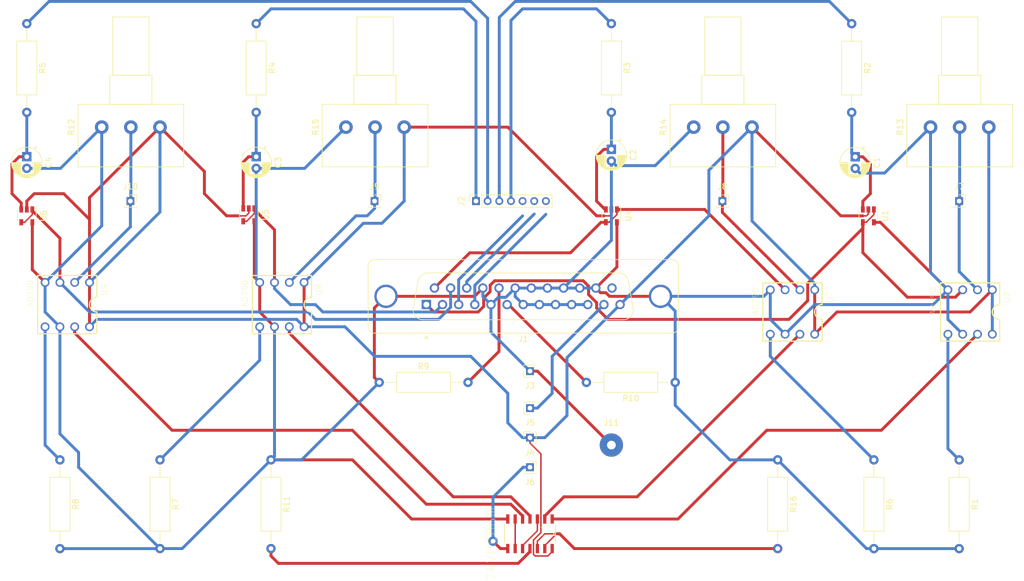
<source format=kicad_pcb>
(kicad_pcb (version 20171130) (host pcbnew "(5.0.1)-4")

  (general
    (thickness 1.6)
    (drawings 0)
    (tracks 364)
    (zones 0)
    (modules 40)
    (nets 39)
  )

  (page A4)
  (layers
    (0 F.Cu signal)
    (31 B.Cu signal)
    (32 B.Adhes user)
    (33 F.Adhes user)
    (34 B.Paste user)
    (35 F.Paste user)
    (36 B.SilkS user)
    (37 F.SilkS user)
    (38 B.Mask user)
    (39 F.Mask user)
    (40 Dwgs.User user)
    (41 Cmts.User user)
    (42 Eco1.User user)
    (43 Eco2.User user)
    (44 Edge.Cuts user)
    (45 Margin user)
    (46 B.CrtYd user)
    (47 F.CrtYd user)
    (48 B.Fab user)
    (49 F.Fab user)
  )

  (setup
    (last_trace_width 0.5)
    (trace_clearance 0.2)
    (zone_clearance 0.508)
    (zone_45_only no)
    (trace_min 0.2)
    (segment_width 0.2)
    (edge_width 0.15)
    (via_size 1.6)
    (via_drill 0.8)
    (via_min_size 0.4)
    (via_min_drill 0.3)
    (uvia_size 0.3)
    (uvia_drill 0.1)
    (uvias_allowed no)
    (uvia_min_size 0.2)
    (uvia_min_drill 0.1)
    (pcb_text_width 0.3)
    (pcb_text_size 1.5 1.5)
    (mod_edge_width 0.15)
    (mod_text_size 1 1)
    (mod_text_width 0.15)
    (pad_size 2 2)
    (pad_drill 1)
    (pad_to_mask_clearance 0.051)
    (solder_mask_min_width 0.25)
    (aux_axis_origin 0 0)
    (visible_elements 7FFFFFFF)
    (pcbplotparams
      (layerselection 0x010fc_ffffffff)
      (usegerberextensions false)
      (usegerberattributes false)
      (usegerberadvancedattributes false)
      (creategerberjobfile false)
      (excludeedgelayer true)
      (linewidth 0.100000)
      (plotframeref false)
      (viasonmask false)
      (mode 1)
      (useauxorigin false)
      (hpglpennumber 1)
      (hpglpenspeed 20)
      (hpglpendiameter 15.000000)
      (psnegative false)
      (psa4output false)
      (plotreference true)
      (plotvalue true)
      (plotinvisibletext false)
      (padsonsilk false)
      (subtractmaskfromsilk false)
      (outputformat 1)
      (mirror false)
      (drillshape 1)
      (scaleselection 1)
      (outputdirectory "../../../../../"))
  )

  (net 0 "")
  (net 1 "Net-(C3-Pad1)")
  (net 2 GND)
  (net 3 "Net-(C1-Pad1)")
  (net 4 "Net-(C2-Pad1)")
  (net 5 "Net-(C4-Pad1)")
  (net 6 "Net-(J1-Pad1)")
  (net 7 "Net-(J1-Pad2)")
  (net 8 "Net-(J1-Pad3)")
  (net 9 "Net-(J1-Pad4)")
  (net 10 "Net-(J1-Pad6)")
  (net 11 "Net-(J1-Pad12)")
  (net 12 "Net-(J1-Pad14)")
  (net 13 "Net-(J1-Pad15)")
  (net 14 "Net-(J1-Pad16)")
  (net 15 "Net-(J1-Pad18)")
  (net 16 "Net-(J1-Pad25)")
  (net 17 "Net-(U3-Pad10)")
  (net 18 "Net-(R11-Pad2)")
  (net 19 "Net-(R8-Pad1)")
  (net 20 "Net-(R6-Pad1)")
  (net 21 "Net-(R7-Pad1)")
  (net 22 "Net-(R1-Pad1)")
  (net 23 "Net-(R16-Pad2)")
  (net 24 "Net-(J2-Pad1)")
  (net 25 "Net-(J2-Pad2)")
  (net 26 "Net-(J2-Pad3)")
  (net 27 "Net-(J2-Pad4)")
  (net 28 "Net-(U2-Pad7)")
  (net 29 "Net-(U3-Pad4)")
  (net 30 "Net-(U3-Pad2)")
  (net 31 "Net-(U3-Pad5)")
  (net 32 "Net-(U3-Pad6)")
  (net 33 "Net-(J1-Pad13)")
  (net 34 "Net-(J6-Pad1)")
  (net 35 "Net-(J10-Pad1)")
  (net 36 "Net-(J9-Pad1)")
  (net 37 "Net-(J8-Pad1)")
  (net 38 "Net-(J7-Pad1)")

  (net_class Default "This is the default net class."
    (clearance 0.2)
    (trace_width 0.5)
    (via_dia 1.6)
    (via_drill 0.8)
    (uvia_dia 0.3)
    (uvia_drill 0.1)
    (add_net GND)
    (add_net "Net-(C1-Pad1)")
    (add_net "Net-(C2-Pad1)")
    (add_net "Net-(C3-Pad1)")
    (add_net "Net-(C4-Pad1)")
    (add_net "Net-(J1-Pad1)")
    (add_net "Net-(J1-Pad12)")
    (add_net "Net-(J1-Pad13)")
    (add_net "Net-(J1-Pad14)")
    (add_net "Net-(J1-Pad15)")
    (add_net "Net-(J1-Pad16)")
    (add_net "Net-(J1-Pad18)")
    (add_net "Net-(J1-Pad2)")
    (add_net "Net-(J1-Pad25)")
    (add_net "Net-(J1-Pad3)")
    (add_net "Net-(J1-Pad4)")
    (add_net "Net-(J1-Pad6)")
    (add_net "Net-(J10-Pad1)")
    (add_net "Net-(J2-Pad1)")
    (add_net "Net-(J2-Pad2)")
    (add_net "Net-(J2-Pad3)")
    (add_net "Net-(J2-Pad4)")
    (add_net "Net-(J6-Pad1)")
    (add_net "Net-(J7-Pad1)")
    (add_net "Net-(J8-Pad1)")
    (add_net "Net-(J9-Pad1)")
    (add_net "Net-(R1-Pad1)")
    (add_net "Net-(R11-Pad2)")
    (add_net "Net-(R16-Pad2)")
    (add_net "Net-(R6-Pad1)")
    (add_net "Net-(R7-Pad1)")
    (add_net "Net-(R8-Pad1)")
    (add_net "Net-(U2-Pad7)")
    (add_net "Net-(U3-Pad10)")
    (add_net "Net-(U3-Pad2)")
    (add_net "Net-(U3-Pad4)")
    (add_net "Net-(U3-Pad5)")
    (add_net "Net-(U3-Pad6)")
  )

  (module Connector_Wire:SolderWirePad_1x01_Drill1.5mm (layer F.Cu) (tedit 5AEE5EB3) (tstamp 5C15DF21)
    (at 147.32 111.76)
    (descr "Wire solder connection")
    (tags connector)
    (path /5C1B5AB6)
    (attr virtual)
    (fp_text reference J11 (at 0 -3.81) (layer F.SilkS)
      (effects (font (size 1 1) (thickness 0.15)))
    )
    (fp_text value Conn_01x01 (at 0 3.81) (layer F.Fab)
      (effects (font (size 1 1) (thickness 0.15)))
    )
    (fp_text user %R (at 0 0) (layer F.Fab)
      (effects (font (size 1 1) (thickness 0.15)))
    )
    (fp_line (start -2.5 -2.5) (end 2.5 -2.5) (layer F.CrtYd) (width 0.05))
    (fp_line (start -2.5 -2.5) (end -2.5 2.5) (layer F.CrtYd) (width 0.05))
    (fp_line (start 2.5 2.5) (end 2.5 -2.5) (layer F.CrtYd) (width 0.05))
    (fp_line (start 2.5 2.5) (end -2.5 2.5) (layer F.CrtYd) (width 0.05))
    (pad 1 thru_hole circle (at 0 0) (size 4.0005 4.0005) (drill 1.50114) (layers *.Cu *.Mask)
      (net 2 GND))
  )

  (module Connector_PinSocket_2.00mm:PinSocket_1x01_P2.00mm_Vertical (layer F.Cu) (tedit 5A19A430) (tstamp 5C10B819)
    (at 64.77 69.85)
    (descr "Through hole straight socket strip, 1x01, 2.00mm pitch, single row (from Kicad 4.0.7), script generated")
    (tags "Through hole socket strip THT 1x01 2.00mm single row")
    (path /5C1266DF)
    (fp_text reference J10 (at 0 -2.5) (layer F.SilkS)
      (effects (font (size 1 1) (thickness 0.15)))
    )
    (fp_text value Conn_01x01 (at 0 2.5) (layer F.Fab)
      (effects (font (size 1 1) (thickness 0.15)))
    )
    (fp_line (start -1 -1) (end 0.5 -1) (layer F.Fab) (width 0.1))
    (fp_line (start 0.5 -1) (end 1 -0.5) (layer F.Fab) (width 0.1))
    (fp_line (start 1 -0.5) (end 1 1) (layer F.Fab) (width 0.1))
    (fp_line (start 1 1) (end -1 1) (layer F.Fab) (width 0.1))
    (fp_line (start -1 1) (end -1 -1) (layer F.Fab) (width 0.1))
    (fp_line (start -1.06 1.06) (end 1.06 1.06) (layer F.SilkS) (width 0.12))
    (fp_line (start -1.06 0.94) (end -1.06 1.06) (layer F.SilkS) (width 0.12))
    (fp_line (start 1.06 0.94) (end 1.06 1.06) (layer F.SilkS) (width 0.12))
    (fp_line (start 1.06 -1.06) (end 1.06 0) (layer F.SilkS) (width 0.12))
    (fp_line (start 0 -1.06) (end 1.06 -1.06) (layer F.SilkS) (width 0.12))
    (fp_line (start -1.5 -1.5) (end 1.5 -1.5) (layer F.CrtYd) (width 0.05))
    (fp_line (start 1.5 -1.5) (end 1.5 1.5) (layer F.CrtYd) (width 0.05))
    (fp_line (start 1.5 1.5) (end -1.5 1.5) (layer F.CrtYd) (width 0.05))
    (fp_line (start -1.5 1.5) (end -1.5 -1.5) (layer F.CrtYd) (width 0.05))
    (fp_text user %R (at 0 0) (layer F.Fab)
      (effects (font (size 1 1) (thickness 0.15)))
    )
    (pad 1 thru_hole rect (at 0 0) (size 1.35 1.35) (drill 0.8) (layers *.Cu *.Mask)
      (net 35 "Net-(J10-Pad1)"))
    (model ${KISYS3DMOD}/Connector_PinSocket_2.00mm.3dshapes/PinSocket_1x01_P2.00mm_Vertical.wrl
      (at (xyz 0 0 0))
      (scale (xyz 1 1 1))
      (rotate (xyz 0 0 0))
    )
  )

  (module Connector_PinSocket_2.00mm:PinSocket_1x01_P2.00mm_Vertical (layer F.Cu) (tedit 5A19A430) (tstamp 5C10B855)
    (at 207.01 69.85)
    (descr "Through hole straight socket strip, 1x01, 2.00mm pitch, single row (from Kicad 4.0.7), script generated")
    (tags "Through hole socket strip THT 1x01 2.00mm single row")
    (path /5C14C6B7)
    (fp_text reference J7 (at 0 -2.5) (layer F.SilkS)
      (effects (font (size 1 1) (thickness 0.15)))
    )
    (fp_text value Conn_01x01 (at 0 2.5) (layer F.Fab)
      (effects (font (size 1 1) (thickness 0.15)))
    )
    (fp_text user %R (at 0 0) (layer F.Fab)
      (effects (font (size 1 1) (thickness 0.15)))
    )
    (fp_line (start -1.5 1.5) (end -1.5 -1.5) (layer F.CrtYd) (width 0.05))
    (fp_line (start 1.5 1.5) (end -1.5 1.5) (layer F.CrtYd) (width 0.05))
    (fp_line (start 1.5 -1.5) (end 1.5 1.5) (layer F.CrtYd) (width 0.05))
    (fp_line (start -1.5 -1.5) (end 1.5 -1.5) (layer F.CrtYd) (width 0.05))
    (fp_line (start 0 -1.06) (end 1.06 -1.06) (layer F.SilkS) (width 0.12))
    (fp_line (start 1.06 -1.06) (end 1.06 0) (layer F.SilkS) (width 0.12))
    (fp_line (start 1.06 0.94) (end 1.06 1.06) (layer F.SilkS) (width 0.12))
    (fp_line (start -1.06 0.94) (end -1.06 1.06) (layer F.SilkS) (width 0.12))
    (fp_line (start -1.06 1.06) (end 1.06 1.06) (layer F.SilkS) (width 0.12))
    (fp_line (start -1 1) (end -1 -1) (layer F.Fab) (width 0.1))
    (fp_line (start 1 1) (end -1 1) (layer F.Fab) (width 0.1))
    (fp_line (start 1 -0.5) (end 1 1) (layer F.Fab) (width 0.1))
    (fp_line (start 0.5 -1) (end 1 -0.5) (layer F.Fab) (width 0.1))
    (fp_line (start -1 -1) (end 0.5 -1) (layer F.Fab) (width 0.1))
    (pad 1 thru_hole rect (at 0 0) (size 1.35 1.35) (drill 0.8) (layers *.Cu *.Mask)
      (net 38 "Net-(J7-Pad1)"))
    (model ${KISYS3DMOD}/Connector_PinSocket_2.00mm.3dshapes/PinSocket_1x01_P2.00mm_Vertical.wrl
      (at (xyz 0 0 0))
      (scale (xyz 1 1 1))
      (rotate (xyz 0 0 0))
    )
  )

  (module Connector_PinSocket_2.00mm:PinSocket_1x01_P2.00mm_Vertical (layer F.Cu) (tedit 5A19A430) (tstamp 5C10B841)
    (at 166.37 69.85)
    (descr "Through hole straight socket strip, 1x01, 2.00mm pitch, single row (from Kicad 4.0.7), script generated")
    (tags "Through hole socket strip THT 1x01 2.00mm single row")
    (path /5C13FC5F)
    (fp_text reference J8 (at 0 -2.5) (layer F.SilkS)
      (effects (font (size 1 1) (thickness 0.15)))
    )
    (fp_text value Conn_01x01 (at 0 2.5) (layer F.Fab)
      (effects (font (size 1 1) (thickness 0.15)))
    )
    (fp_line (start -1 -1) (end 0.5 -1) (layer F.Fab) (width 0.1))
    (fp_line (start 0.5 -1) (end 1 -0.5) (layer F.Fab) (width 0.1))
    (fp_line (start 1 -0.5) (end 1 1) (layer F.Fab) (width 0.1))
    (fp_line (start 1 1) (end -1 1) (layer F.Fab) (width 0.1))
    (fp_line (start -1 1) (end -1 -1) (layer F.Fab) (width 0.1))
    (fp_line (start -1.06 1.06) (end 1.06 1.06) (layer F.SilkS) (width 0.12))
    (fp_line (start -1.06 0.94) (end -1.06 1.06) (layer F.SilkS) (width 0.12))
    (fp_line (start 1.06 0.94) (end 1.06 1.06) (layer F.SilkS) (width 0.12))
    (fp_line (start 1.06 -1.06) (end 1.06 0) (layer F.SilkS) (width 0.12))
    (fp_line (start 0 -1.06) (end 1.06 -1.06) (layer F.SilkS) (width 0.12))
    (fp_line (start -1.5 -1.5) (end 1.5 -1.5) (layer F.CrtYd) (width 0.05))
    (fp_line (start 1.5 -1.5) (end 1.5 1.5) (layer F.CrtYd) (width 0.05))
    (fp_line (start 1.5 1.5) (end -1.5 1.5) (layer F.CrtYd) (width 0.05))
    (fp_line (start -1.5 1.5) (end -1.5 -1.5) (layer F.CrtYd) (width 0.05))
    (fp_text user %R (at 0 0) (layer F.Fab)
      (effects (font (size 1 1) (thickness 0.15)))
    )
    (pad 1 thru_hole rect (at 0 0) (size 1.35 1.35) (drill 0.8) (layers *.Cu *.Mask)
      (net 37 "Net-(J8-Pad1)"))
    (model ${KISYS3DMOD}/Connector_PinSocket_2.00mm.3dshapes/PinSocket_1x01_P2.00mm_Vertical.wrl
      (at (xyz 0 0 0))
      (scale (xyz 1 1 1))
      (rotate (xyz 0 0 0))
    )
  )

  (module Connector_PinSocket_2.00mm:PinSocket_1x01_P2.00mm_Vertical (layer F.Cu) (tedit 5A19A430) (tstamp 5C10B82D)
    (at 106.68 69.85)
    (descr "Through hole straight socket strip, 1x01, 2.00mm pitch, single row (from Kicad 4.0.7), script generated")
    (tags "Through hole socket strip THT 1x01 2.00mm single row")
    (path /5C13326A)
    (fp_text reference J9 (at 0 -2.5) (layer F.SilkS)
      (effects (font (size 1 1) (thickness 0.15)))
    )
    (fp_text value Conn_01x01 (at 0 2.5) (layer F.Fab)
      (effects (font (size 1 1) (thickness 0.15)))
    )
    (fp_text user %R (at 0 0) (layer F.Fab)
      (effects (font (size 1 1) (thickness 0.15)))
    )
    (fp_line (start -1.5 1.5) (end -1.5 -1.5) (layer F.CrtYd) (width 0.05))
    (fp_line (start 1.5 1.5) (end -1.5 1.5) (layer F.CrtYd) (width 0.05))
    (fp_line (start 1.5 -1.5) (end 1.5 1.5) (layer F.CrtYd) (width 0.05))
    (fp_line (start -1.5 -1.5) (end 1.5 -1.5) (layer F.CrtYd) (width 0.05))
    (fp_line (start 0 -1.06) (end 1.06 -1.06) (layer F.SilkS) (width 0.12))
    (fp_line (start 1.06 -1.06) (end 1.06 0) (layer F.SilkS) (width 0.12))
    (fp_line (start 1.06 0.94) (end 1.06 1.06) (layer F.SilkS) (width 0.12))
    (fp_line (start -1.06 0.94) (end -1.06 1.06) (layer F.SilkS) (width 0.12))
    (fp_line (start -1.06 1.06) (end 1.06 1.06) (layer F.SilkS) (width 0.12))
    (fp_line (start -1 1) (end -1 -1) (layer F.Fab) (width 0.1))
    (fp_line (start 1 1) (end -1 1) (layer F.Fab) (width 0.1))
    (fp_line (start 1 -0.5) (end 1 1) (layer F.Fab) (width 0.1))
    (fp_line (start 0.5 -1) (end 1 -0.5) (layer F.Fab) (width 0.1))
    (fp_line (start -1 -1) (end 0.5 -1) (layer F.Fab) (width 0.1))
    (pad 1 thru_hole rect (at 0 0) (size 1.35 1.35) (drill 0.8) (layers *.Cu *.Mask)
      (net 36 "Net-(J9-Pad1)"))
    (model ${KISYS3DMOD}/Connector_PinSocket_2.00mm.3dshapes/PinSocket_1x01_P2.00mm_Vertical.wrl
      (at (xyz 0 0 0))
      (scale (xyz 1 1 1))
      (rotate (xyz 0 0 0))
    )
  )

  (module Connector_PinSocket_2.00mm:PinSocket_1x07_P2.00mm_Vertical (layer F.Cu) (tedit 5A19A424) (tstamp 5C12E28F)
    (at 124.08 69.85 90)
    (descr "Through hole straight socket strip, 1x07, 2.00mm pitch, single row (from Kicad 4.0.7), script generated")
    (tags "Through hole socket strip THT 1x07 2.00mm single row")
    (path /5C1B3975)
    (fp_text reference J2 (at 0 -2.5 90) (layer F.SilkS)
      (effects (font (size 1 1) (thickness 0.15)))
    )
    (fp_text value Conn_01x07 (at 0 14.5 90) (layer F.Fab)
      (effects (font (size 1 1) (thickness 0.15)))
    )
    (fp_line (start -1 -1) (end 0.5 -1) (layer F.Fab) (width 0.1))
    (fp_line (start 0.5 -1) (end 1 -0.5) (layer F.Fab) (width 0.1))
    (fp_line (start 1 -0.5) (end 1 13) (layer F.Fab) (width 0.1))
    (fp_line (start 1 13) (end -1 13) (layer F.Fab) (width 0.1))
    (fp_line (start -1 13) (end -1 -1) (layer F.Fab) (width 0.1))
    (fp_line (start -1.06 1) (end 1.06 1) (layer F.SilkS) (width 0.12))
    (fp_line (start -1.06 1) (end -1.06 13.06) (layer F.SilkS) (width 0.12))
    (fp_line (start -1.06 13.06) (end 1.06 13.06) (layer F.SilkS) (width 0.12))
    (fp_line (start 1.06 1) (end 1.06 13.06) (layer F.SilkS) (width 0.12))
    (fp_line (start 1.06 -1.06) (end 1.06 0) (layer F.SilkS) (width 0.12))
    (fp_line (start 0 -1.06) (end 1.06 -1.06) (layer F.SilkS) (width 0.12))
    (fp_line (start -1.5 -1.5) (end 1.5 -1.5) (layer F.CrtYd) (width 0.05))
    (fp_line (start 1.5 -1.5) (end 1.5 13.5) (layer F.CrtYd) (width 0.05))
    (fp_line (start 1.5 13.5) (end -1.5 13.5) (layer F.CrtYd) (width 0.05))
    (fp_line (start -1.5 13.5) (end -1.5 -1.5) (layer F.CrtYd) (width 0.05))
    (fp_text user %R (at 0 6 180) (layer F.Fab)
      (effects (font (size 1 1) (thickness 0.15)))
    )
    (pad 1 thru_hole rect (at 0 0 90) (size 1.35 1.35) (drill 0.8) (layers *.Cu *.Mask)
      (net 24 "Net-(J2-Pad1)"))
    (pad 2 thru_hole oval (at 0 2 90) (size 1.35 1.35) (drill 0.8) (layers *.Cu *.Mask)
      (net 25 "Net-(J2-Pad2)"))
    (pad 3 thru_hole oval (at 0 4 90) (size 1.35 1.35) (drill 0.8) (layers *.Cu *.Mask)
      (net 26 "Net-(J2-Pad3)"))
    (pad 4 thru_hole oval (at 0 6 90) (size 1.35 1.35) (drill 0.8) (layers *.Cu *.Mask)
      (net 27 "Net-(J2-Pad4)"))
    (pad 5 thru_hole oval (at 0 8 90) (size 1.35 1.35) (drill 0.8) (layers *.Cu *.Mask)
      (net 8 "Net-(J1-Pad3)"))
    (pad 6 thru_hole oval (at 0 10 90) (size 1.35 1.35) (drill 0.8) (layers *.Cu *.Mask)
      (net 14 "Net-(J1-Pad16)"))
    (pad 7 thru_hole oval (at 0 12 90) (size 1.35 1.35) (drill 0.8) (layers *.Cu *.Mask)
      (net 9 "Net-(J1-Pad4)"))
    (model ${KISYS3DMOD}/Connector_PinSocket_2.00mm.3dshapes/PinSocket_1x07_P2.00mm_Vertical.wrl
      (at (xyz 0 0 0))
      (scale (xyz 1 1 1))
      (rotate (xyz 0 0 0))
    )
  )

  (module Resistor_THT:R_Axial_DIN0309_L9.0mm_D3.2mm_P15.24mm_Horizontal (layer F.Cu) (tedit 5AE5139B) (tstamp 5C130B77)
    (at 88.9 114.3 270)
    (descr "Resistor, Axial_DIN0309 series, Axial, Horizontal, pin pitch=15.24mm, 0.5W = 1/2W, length*diameter=9*3.2mm^2, http://cdn-reichelt.de/documents/datenblatt/B400/1_4W%23YAG.pdf")
    (tags "Resistor Axial_DIN0309 series Axial Horizontal pin pitch 15.24mm 0.5W = 1/2W length 9mm diameter 3.2mm")
    (path /5C0F53C8)
    (fp_text reference R11 (at 7.62 -2.72 270) (layer F.SilkS)
      (effects (font (size 1 1) (thickness 0.15)))
    )
    (fp_text value 1625873-3 (at 7.62 2.72 270) (layer F.Fab)
      (effects (font (size 1 1) (thickness 0.15)))
    )
    (fp_line (start 3.12 -1.6) (end 3.12 1.6) (layer F.Fab) (width 0.1))
    (fp_line (start 3.12 1.6) (end 12.12 1.6) (layer F.Fab) (width 0.1))
    (fp_line (start 12.12 1.6) (end 12.12 -1.6) (layer F.Fab) (width 0.1))
    (fp_line (start 12.12 -1.6) (end 3.12 -1.6) (layer F.Fab) (width 0.1))
    (fp_line (start 0 0) (end 3.12 0) (layer F.Fab) (width 0.1))
    (fp_line (start 15.24 0) (end 12.12 0) (layer F.Fab) (width 0.1))
    (fp_line (start 3 -1.72) (end 3 1.72) (layer F.SilkS) (width 0.12))
    (fp_line (start 3 1.72) (end 12.24 1.72) (layer F.SilkS) (width 0.12))
    (fp_line (start 12.24 1.72) (end 12.24 -1.72) (layer F.SilkS) (width 0.12))
    (fp_line (start 12.24 -1.72) (end 3 -1.72) (layer F.SilkS) (width 0.12))
    (fp_line (start 1.04 0) (end 3 0) (layer F.SilkS) (width 0.12))
    (fp_line (start 14.2 0) (end 12.24 0) (layer F.SilkS) (width 0.12))
    (fp_line (start -1.05 -1.85) (end -1.05 1.85) (layer F.CrtYd) (width 0.05))
    (fp_line (start -1.05 1.85) (end 16.29 1.85) (layer F.CrtYd) (width 0.05))
    (fp_line (start 16.29 1.85) (end 16.29 -1.85) (layer F.CrtYd) (width 0.05))
    (fp_line (start 16.29 -1.85) (end -1.05 -1.85) (layer F.CrtYd) (width 0.05))
    (fp_text user %R (at 7.62 0 270) (layer F.Fab)
      (effects (font (size 1 1) (thickness 0.15)))
    )
    (pad 1 thru_hole circle (at 0 0 270) (size 1.6 1.6) (drill 0.8) (layers *.Cu *.Mask)
      (net 2 GND))
    (pad 2 thru_hole oval (at 15.24 0 270) (size 1.6 1.6) (drill 0.8) (layers *.Cu *.Mask)
      (net 18 "Net-(R11-Pad2)"))
    (model ${KISYS3DMOD}/Resistor_THT.3dshapes/R_Axial_DIN0309_L9.0mm_D3.2mm_P15.24mm_Horizontal.wrl
      (at (xyz 0 0 0))
      (scale (xyz 1 1 1))
      (rotate (xyz 0 0 0))
    )
  )

  (module Connector_PinSocket_2.00mm:PinSocket_1x01_P2.00mm_Vertical (layer F.Cu) (tedit 5A19A430) (tstamp 5C12E2E2)
    (at 133.35 99.06 180)
    (descr "Through hole straight socket strip, 1x01, 2.00mm pitch, single row (from Kicad 4.0.7), script generated")
    (tags "Through hole socket strip THT 1x01 2.00mm single row")
    (path /5C1B1882)
    (fp_text reference J3 (at 0 -2.5 180) (layer F.SilkS)
      (effects (font (size 1 1) (thickness 0.15)))
    )
    (fp_text value Conn_01x01 (at 0 2.5 180) (layer F.Fab)
      (effects (font (size 1 1) (thickness 0.15)))
    )
    (fp_text user %R (at -1.27 -1.27 180) (layer F.Fab)
      (effects (font (size 1 1) (thickness 0.15)))
    )
    (fp_line (start -1.5 1.5) (end -1.5 -1.5) (layer F.CrtYd) (width 0.05))
    (fp_line (start 1.5 1.5) (end -1.5 1.5) (layer F.CrtYd) (width 0.05))
    (fp_line (start 1.5 -1.5) (end 1.5 1.5) (layer F.CrtYd) (width 0.05))
    (fp_line (start -1.5 -1.5) (end 1.5 -1.5) (layer F.CrtYd) (width 0.05))
    (fp_line (start 0 -1.06) (end 1.06 -1.06) (layer F.SilkS) (width 0.12))
    (fp_line (start 1.06 -1.06) (end 1.06 0) (layer F.SilkS) (width 0.12))
    (fp_line (start 1.06 0.94) (end 1.06 1.06) (layer F.SilkS) (width 0.12))
    (fp_line (start -1.06 0.94) (end -1.06 1.06) (layer F.SilkS) (width 0.12))
    (fp_line (start -1.06 1.06) (end 1.06 1.06) (layer F.SilkS) (width 0.12))
    (fp_line (start -1 1) (end -1 -1) (layer F.Fab) (width 0.1))
    (fp_line (start 1 1) (end -1 1) (layer F.Fab) (width 0.1))
    (fp_line (start 1 -0.5) (end 1 1) (layer F.Fab) (width 0.1))
    (fp_line (start 0.5 -1) (end 1 -0.5) (layer F.Fab) (width 0.1))
    (fp_line (start -1 -1) (end 0.5 -1) (layer F.Fab) (width 0.1))
    (pad 1 thru_hole rect (at 0 0 180) (size 1.35 1.35) (drill 0.8) (layers *.Cu *.Mask)
      (net 2 GND))
    (model ${KISYS3DMOD}/Connector_PinSocket_2.00mm.3dshapes/PinSocket_1x01_P2.00mm_Vertical.wrl
      (at (xyz 0 0 0))
      (scale (xyz 1 1 1))
      (rotate (xyz 0 0 0))
    )
  )

  (module Connector_PinSocket_2.00mm:PinSocket_1x01_P2.00mm_Vertical (layer F.Cu) (tedit 5C0E6DBC) (tstamp 5C12E2CF)
    (at 133.35 110.49 90)
    (descr "Through hole straight socket strip, 1x01, 2.00mm pitch, single row (from Kicad 4.0.7), script generated")
    (tags "Through hole socket strip THT 1x01 2.00mm single row")
    (path /5C174A6B)
    (fp_text reference J4 (at -2.54 0 180) (layer F.SilkS)
      (effects (font (size 1 1) (thickness 0.15)))
    )
    (fp_text value Conn_01x01 (at 0 2.5 90) (layer F.Fab)
      (effects (font (size 1 1) (thickness 0.15)))
    )
    (fp_line (start -1 -1) (end 0.5 -1) (layer F.Fab) (width 0.1))
    (fp_line (start 0.5 -1) (end 1 -0.5) (layer F.Fab) (width 0.1))
    (fp_line (start 1 -0.5) (end 1 1) (layer F.Fab) (width 0.1))
    (fp_line (start 1 1) (end -1 1) (layer F.Fab) (width 0.1))
    (fp_line (start -1 1) (end -1 -1) (layer F.Fab) (width 0.1))
    (fp_line (start -1.06 1.06) (end 1.06 1.06) (layer F.SilkS) (width 0.12))
    (fp_line (start -1.06 0.94) (end -1.06 1.06) (layer F.SilkS) (width 0.12))
    (fp_line (start 1.06 0.94) (end 1.06 1.06) (layer F.SilkS) (width 0.12))
    (fp_line (start 1.06 -1.06) (end 1.06 0) (layer F.SilkS) (width 0.12))
    (fp_line (start 0 -1.06) (end 1.06 -1.06) (layer F.SilkS) (width 0.12))
    (fp_line (start -1.5 -1.5) (end 1.5 -1.5) (layer F.CrtYd) (width 0.05))
    (fp_line (start 1.5 -1.5) (end 1.5 1.5) (layer F.CrtYd) (width 0.05))
    (fp_line (start 1.5 1.5) (end -1.5 1.5) (layer F.CrtYd) (width 0.05))
    (fp_line (start -1.5 1.5) (end -1.5 -1.5) (layer F.CrtYd) (width 0.05))
    (fp_text user %R (at 0 0 90) (layer F.Fab)
      (effects (font (size 1 1) (thickness 0.15)))
    )
    (pad 1 thru_hole rect (at 0 0 90) (size 1.35 1.35) (drill 0.8) (layers *.Cu *.Mask)
      (net 33 "Net-(J1-Pad13)"))
    (model ${KISYS3DMOD}/Connector_PinSocket_2.00mm.3dshapes/PinSocket_1x01_P2.00mm_Vertical.wrl
      (at (xyz 0 0 0))
      (scale (xyz 1 1 1))
      (rotate (xyz 0 0 0))
    )
  )

  (module Connector_PinSocket_2.00mm:PinSocket_1x01_P2.00mm_Vertical (layer F.Cu) (tedit 5A19A430) (tstamp 5C12E2BC)
    (at 133.35 105.41 180)
    (descr "Through hole straight socket strip, 1x01, 2.00mm pitch, single row (from Kicad 4.0.7), script generated")
    (tags "Through hole socket strip THT 1x01 2.00mm single row")
    (path /5C272A2D)
    (fp_text reference J5 (at 0 -2.5 180) (layer F.SilkS)
      (effects (font (size 1 1) (thickness 0.15)))
    )
    (fp_text value Conn_01x01 (at 0 2.5 180) (layer F.Fab)
      (effects (font (size 1 1) (thickness 0.15)))
    )
    (fp_text user %R (at 0 0 180) (layer F.Fab)
      (effects (font (size 1 1) (thickness 0.15)))
    )
    (fp_line (start -1.5 1.5) (end -1.5 -1.5) (layer F.CrtYd) (width 0.05))
    (fp_line (start 1.5 1.5) (end -1.5 1.5) (layer F.CrtYd) (width 0.05))
    (fp_line (start 1.5 -1.5) (end 1.5 1.5) (layer F.CrtYd) (width 0.05))
    (fp_line (start -1.5 -1.5) (end 1.5 -1.5) (layer F.CrtYd) (width 0.05))
    (fp_line (start 0 -1.06) (end 1.06 -1.06) (layer F.SilkS) (width 0.12))
    (fp_line (start 1.06 -1.06) (end 1.06 0) (layer F.SilkS) (width 0.12))
    (fp_line (start 1.06 0.94) (end 1.06 1.06) (layer F.SilkS) (width 0.12))
    (fp_line (start -1.06 0.94) (end -1.06 1.06) (layer F.SilkS) (width 0.12))
    (fp_line (start -1.06 1.06) (end 1.06 1.06) (layer F.SilkS) (width 0.12))
    (fp_line (start -1 1) (end -1 -1) (layer F.Fab) (width 0.1))
    (fp_line (start 1 1) (end -1 1) (layer F.Fab) (width 0.1))
    (fp_line (start 1 -0.5) (end 1 1) (layer F.Fab) (width 0.1))
    (fp_line (start 0.5 -1) (end 1 -0.5) (layer F.Fab) (width 0.1))
    (fp_line (start -1 -1) (end 0.5 -1) (layer F.Fab) (width 0.1))
    (pad 1 thru_hole rect (at 0 0 180) (size 1.35 1.35) (drill 0.8) (layers *.Cu *.Mask)
      (net 11 "Net-(J1-Pad12)"))
    (model ${KISYS3DMOD}/Connector_PinSocket_2.00mm.3dshapes/PinSocket_1x01_P2.00mm_Vertical.wrl
      (at (xyz 0 0 0))
      (scale (xyz 1 1 1))
      (rotate (xyz 0 0 0))
    )
  )

  (module Connector_PinSocket_2.00mm:PinSocket_1x01_P2.00mm_Vertical (layer F.Cu) (tedit 5A19A430) (tstamp 5C12E2A9)
    (at 133.35 115.57)
    (descr "Through hole straight socket strip, 1x01, 2.00mm pitch, single row (from Kicad 4.0.7), script generated")
    (tags "Through hole socket strip THT 1x01 2.00mm single row")
    (path /5C1A54CC)
    (fp_text reference J6 (at 0 2.54) (layer F.SilkS)
      (effects (font (size 1 1) (thickness 0.15)))
    )
    (fp_text value Conn_01x01 (at 0 2.5) (layer F.Fab)
      (effects (font (size 1 1) (thickness 0.15)))
    )
    (fp_line (start -1 -1) (end 0.5 -1) (layer F.Fab) (width 0.1))
    (fp_line (start 0.5 -1) (end 1 -0.5) (layer F.Fab) (width 0.1))
    (fp_line (start 1 -0.5) (end 1 1) (layer F.Fab) (width 0.1))
    (fp_line (start 1 1) (end -1 1) (layer F.Fab) (width 0.1))
    (fp_line (start -1 1) (end -1 -1) (layer F.Fab) (width 0.1))
    (fp_line (start -1.06 1.06) (end 1.06 1.06) (layer F.SilkS) (width 0.12))
    (fp_line (start -1.06 0.94) (end -1.06 1.06) (layer F.SilkS) (width 0.12))
    (fp_line (start 1.06 0.94) (end 1.06 1.06) (layer F.SilkS) (width 0.12))
    (fp_line (start 1.06 -1.06) (end 1.06 0) (layer F.SilkS) (width 0.12))
    (fp_line (start 0 -1.06) (end 1.06 -1.06) (layer F.SilkS) (width 0.12))
    (fp_line (start -1.5 -1.5) (end 1.5 -1.5) (layer F.CrtYd) (width 0.05))
    (fp_line (start 1.5 -1.5) (end 1.5 1.5) (layer F.CrtYd) (width 0.05))
    (fp_line (start 1.5 1.5) (end -1.5 1.5) (layer F.CrtYd) (width 0.05))
    (fp_line (start -1.5 1.5) (end -1.5 -1.5) (layer F.CrtYd) (width 0.05))
    (fp_text user %R (at 0 0) (layer F.Fab)
      (effects (font (size 1 1) (thickness 0.15)))
    )
    (pad 1 thru_hole rect (at 0 0) (size 1.35 1.35) (drill 0.8) (layers *.Cu *.Mask)
      (net 34 "Net-(J6-Pad1)"))
    (model ${KISYS3DMOD}/Connector_PinSocket_2.00mm.3dshapes/PinSocket_1x01_P2.00mm_Vertical.wrl
      (at (xyz 0 0 0))
      (scale (xyz 1 1 1))
      (rotate (xyz 0 0 0))
    )
  )

  (module Capacitor_THT:CP_Radial_D5.0mm_P2.00mm (layer F.Cu) (tedit 5AE50EF0) (tstamp 5C17CE4F)
    (at 147.32 60.96 270)
    (descr "CP, Radial series, Radial, pin pitch=2.00mm, , diameter=5mm, Electrolytic Capacitor")
    (tags "CP Radial series Radial pin pitch 2.00mm  diameter 5mm Electrolytic Capacitor")
    (path /5C2C03D6)
    (fp_text reference C2 (at 1 -3.75 270) (layer F.SilkS)
      (effects (font (size 1 1) (thickness 0.15)))
    )
    (fp_text value GRM188R60J106ME47D (at 1 3.75 270) (layer F.Fab)
      (effects (font (size 1 1) (thickness 0.15)))
    )
    (fp_circle (center 1 0) (end 3.5 0) (layer F.Fab) (width 0.1))
    (fp_circle (center 1 0) (end 3.62 0) (layer F.SilkS) (width 0.12))
    (fp_circle (center 1 0) (end 3.75 0) (layer F.CrtYd) (width 0.05))
    (fp_line (start -1.133605 -1.0875) (end -0.633605 -1.0875) (layer F.Fab) (width 0.1))
    (fp_line (start -0.883605 -1.3375) (end -0.883605 -0.8375) (layer F.Fab) (width 0.1))
    (fp_line (start 1 1.04) (end 1 2.58) (layer F.SilkS) (width 0.12))
    (fp_line (start 1 -2.58) (end 1 -1.04) (layer F.SilkS) (width 0.12))
    (fp_line (start 1.04 1.04) (end 1.04 2.58) (layer F.SilkS) (width 0.12))
    (fp_line (start 1.04 -2.58) (end 1.04 -1.04) (layer F.SilkS) (width 0.12))
    (fp_line (start 1.08 -2.579) (end 1.08 -1.04) (layer F.SilkS) (width 0.12))
    (fp_line (start 1.08 1.04) (end 1.08 2.579) (layer F.SilkS) (width 0.12))
    (fp_line (start 1.12 -2.578) (end 1.12 -1.04) (layer F.SilkS) (width 0.12))
    (fp_line (start 1.12 1.04) (end 1.12 2.578) (layer F.SilkS) (width 0.12))
    (fp_line (start 1.16 -2.576) (end 1.16 -1.04) (layer F.SilkS) (width 0.12))
    (fp_line (start 1.16 1.04) (end 1.16 2.576) (layer F.SilkS) (width 0.12))
    (fp_line (start 1.2 -2.573) (end 1.2 -1.04) (layer F.SilkS) (width 0.12))
    (fp_line (start 1.2 1.04) (end 1.2 2.573) (layer F.SilkS) (width 0.12))
    (fp_line (start 1.24 -2.569) (end 1.24 -1.04) (layer F.SilkS) (width 0.12))
    (fp_line (start 1.24 1.04) (end 1.24 2.569) (layer F.SilkS) (width 0.12))
    (fp_line (start 1.28 -2.565) (end 1.28 -1.04) (layer F.SilkS) (width 0.12))
    (fp_line (start 1.28 1.04) (end 1.28 2.565) (layer F.SilkS) (width 0.12))
    (fp_line (start 1.32 -2.561) (end 1.32 -1.04) (layer F.SilkS) (width 0.12))
    (fp_line (start 1.32 1.04) (end 1.32 2.561) (layer F.SilkS) (width 0.12))
    (fp_line (start 1.36 -2.556) (end 1.36 -1.04) (layer F.SilkS) (width 0.12))
    (fp_line (start 1.36 1.04) (end 1.36 2.556) (layer F.SilkS) (width 0.12))
    (fp_line (start 1.4 -2.55) (end 1.4 -1.04) (layer F.SilkS) (width 0.12))
    (fp_line (start 1.4 1.04) (end 1.4 2.55) (layer F.SilkS) (width 0.12))
    (fp_line (start 1.44 -2.543) (end 1.44 -1.04) (layer F.SilkS) (width 0.12))
    (fp_line (start 1.44 1.04) (end 1.44 2.543) (layer F.SilkS) (width 0.12))
    (fp_line (start 1.48 -2.536) (end 1.48 -1.04) (layer F.SilkS) (width 0.12))
    (fp_line (start 1.48 1.04) (end 1.48 2.536) (layer F.SilkS) (width 0.12))
    (fp_line (start 1.52 -2.528) (end 1.52 -1.04) (layer F.SilkS) (width 0.12))
    (fp_line (start 1.52 1.04) (end 1.52 2.528) (layer F.SilkS) (width 0.12))
    (fp_line (start 1.56 -2.52) (end 1.56 -1.04) (layer F.SilkS) (width 0.12))
    (fp_line (start 1.56 1.04) (end 1.56 2.52) (layer F.SilkS) (width 0.12))
    (fp_line (start 1.6 -2.511) (end 1.6 -1.04) (layer F.SilkS) (width 0.12))
    (fp_line (start 1.6 1.04) (end 1.6 2.511) (layer F.SilkS) (width 0.12))
    (fp_line (start 1.64 -2.501) (end 1.64 -1.04) (layer F.SilkS) (width 0.12))
    (fp_line (start 1.64 1.04) (end 1.64 2.501) (layer F.SilkS) (width 0.12))
    (fp_line (start 1.68 -2.491) (end 1.68 -1.04) (layer F.SilkS) (width 0.12))
    (fp_line (start 1.68 1.04) (end 1.68 2.491) (layer F.SilkS) (width 0.12))
    (fp_line (start 1.721 -2.48) (end 1.721 -1.04) (layer F.SilkS) (width 0.12))
    (fp_line (start 1.721 1.04) (end 1.721 2.48) (layer F.SilkS) (width 0.12))
    (fp_line (start 1.761 -2.468) (end 1.761 -1.04) (layer F.SilkS) (width 0.12))
    (fp_line (start 1.761 1.04) (end 1.761 2.468) (layer F.SilkS) (width 0.12))
    (fp_line (start 1.801 -2.455) (end 1.801 -1.04) (layer F.SilkS) (width 0.12))
    (fp_line (start 1.801 1.04) (end 1.801 2.455) (layer F.SilkS) (width 0.12))
    (fp_line (start 1.841 -2.442) (end 1.841 -1.04) (layer F.SilkS) (width 0.12))
    (fp_line (start 1.841 1.04) (end 1.841 2.442) (layer F.SilkS) (width 0.12))
    (fp_line (start 1.881 -2.428) (end 1.881 -1.04) (layer F.SilkS) (width 0.12))
    (fp_line (start 1.881 1.04) (end 1.881 2.428) (layer F.SilkS) (width 0.12))
    (fp_line (start 1.921 -2.414) (end 1.921 -1.04) (layer F.SilkS) (width 0.12))
    (fp_line (start 1.921 1.04) (end 1.921 2.414) (layer F.SilkS) (width 0.12))
    (fp_line (start 1.961 -2.398) (end 1.961 -1.04) (layer F.SilkS) (width 0.12))
    (fp_line (start 1.961 1.04) (end 1.961 2.398) (layer F.SilkS) (width 0.12))
    (fp_line (start 2.001 -2.382) (end 2.001 -1.04) (layer F.SilkS) (width 0.12))
    (fp_line (start 2.001 1.04) (end 2.001 2.382) (layer F.SilkS) (width 0.12))
    (fp_line (start 2.041 -2.365) (end 2.041 -1.04) (layer F.SilkS) (width 0.12))
    (fp_line (start 2.041 1.04) (end 2.041 2.365) (layer F.SilkS) (width 0.12))
    (fp_line (start 2.081 -2.348) (end 2.081 -1.04) (layer F.SilkS) (width 0.12))
    (fp_line (start 2.081 1.04) (end 2.081 2.348) (layer F.SilkS) (width 0.12))
    (fp_line (start 2.121 -2.329) (end 2.121 -1.04) (layer F.SilkS) (width 0.12))
    (fp_line (start 2.121 1.04) (end 2.121 2.329) (layer F.SilkS) (width 0.12))
    (fp_line (start 2.161 -2.31) (end 2.161 -1.04) (layer F.SilkS) (width 0.12))
    (fp_line (start 2.161 1.04) (end 2.161 2.31) (layer F.SilkS) (width 0.12))
    (fp_line (start 2.201 -2.29) (end 2.201 -1.04) (layer F.SilkS) (width 0.12))
    (fp_line (start 2.201 1.04) (end 2.201 2.29) (layer F.SilkS) (width 0.12))
    (fp_line (start 2.241 -2.268) (end 2.241 -1.04) (layer F.SilkS) (width 0.12))
    (fp_line (start 2.241 1.04) (end 2.241 2.268) (layer F.SilkS) (width 0.12))
    (fp_line (start 2.281 -2.247) (end 2.281 -1.04) (layer F.SilkS) (width 0.12))
    (fp_line (start 2.281 1.04) (end 2.281 2.247) (layer F.SilkS) (width 0.12))
    (fp_line (start 2.321 -2.224) (end 2.321 -1.04) (layer F.SilkS) (width 0.12))
    (fp_line (start 2.321 1.04) (end 2.321 2.224) (layer F.SilkS) (width 0.12))
    (fp_line (start 2.361 -2.2) (end 2.361 -1.04) (layer F.SilkS) (width 0.12))
    (fp_line (start 2.361 1.04) (end 2.361 2.2) (layer F.SilkS) (width 0.12))
    (fp_line (start 2.401 -2.175) (end 2.401 -1.04) (layer F.SilkS) (width 0.12))
    (fp_line (start 2.401 1.04) (end 2.401 2.175) (layer F.SilkS) (width 0.12))
    (fp_line (start 2.441 -2.149) (end 2.441 -1.04) (layer F.SilkS) (width 0.12))
    (fp_line (start 2.441 1.04) (end 2.441 2.149) (layer F.SilkS) (width 0.12))
    (fp_line (start 2.481 -2.122) (end 2.481 -1.04) (layer F.SilkS) (width 0.12))
    (fp_line (start 2.481 1.04) (end 2.481 2.122) (layer F.SilkS) (width 0.12))
    (fp_line (start 2.521 -2.095) (end 2.521 -1.04) (layer F.SilkS) (width 0.12))
    (fp_line (start 2.521 1.04) (end 2.521 2.095) (layer F.SilkS) (width 0.12))
    (fp_line (start 2.561 -2.065) (end 2.561 -1.04) (layer F.SilkS) (width 0.12))
    (fp_line (start 2.561 1.04) (end 2.561 2.065) (layer F.SilkS) (width 0.12))
    (fp_line (start 2.601 -2.035) (end 2.601 -1.04) (layer F.SilkS) (width 0.12))
    (fp_line (start 2.601 1.04) (end 2.601 2.035) (layer F.SilkS) (width 0.12))
    (fp_line (start 2.641 -2.004) (end 2.641 -1.04) (layer F.SilkS) (width 0.12))
    (fp_line (start 2.641 1.04) (end 2.641 2.004) (layer F.SilkS) (width 0.12))
    (fp_line (start 2.681 -1.971) (end 2.681 -1.04) (layer F.SilkS) (width 0.12))
    (fp_line (start 2.681 1.04) (end 2.681 1.971) (layer F.SilkS) (width 0.12))
    (fp_line (start 2.721 -1.937) (end 2.721 -1.04) (layer F.SilkS) (width 0.12))
    (fp_line (start 2.721 1.04) (end 2.721 1.937) (layer F.SilkS) (width 0.12))
    (fp_line (start 2.761 -1.901) (end 2.761 -1.04) (layer F.SilkS) (width 0.12))
    (fp_line (start 2.761 1.04) (end 2.761 1.901) (layer F.SilkS) (width 0.12))
    (fp_line (start 2.801 -1.864) (end 2.801 -1.04) (layer F.SilkS) (width 0.12))
    (fp_line (start 2.801 1.04) (end 2.801 1.864) (layer F.SilkS) (width 0.12))
    (fp_line (start 2.841 -1.826) (end 2.841 -1.04) (layer F.SilkS) (width 0.12))
    (fp_line (start 2.841 1.04) (end 2.841 1.826) (layer F.SilkS) (width 0.12))
    (fp_line (start 2.881 -1.785) (end 2.881 -1.04) (layer F.SilkS) (width 0.12))
    (fp_line (start 2.881 1.04) (end 2.881 1.785) (layer F.SilkS) (width 0.12))
    (fp_line (start 2.921 -1.743) (end 2.921 -1.04) (layer F.SilkS) (width 0.12))
    (fp_line (start 2.921 1.04) (end 2.921 1.743) (layer F.SilkS) (width 0.12))
    (fp_line (start 2.961 -1.699) (end 2.961 -1.04) (layer F.SilkS) (width 0.12))
    (fp_line (start 2.961 1.04) (end 2.961 1.699) (layer F.SilkS) (width 0.12))
    (fp_line (start 3.001 -1.653) (end 3.001 -1.04) (layer F.SilkS) (width 0.12))
    (fp_line (start 3.001 1.04) (end 3.001 1.653) (layer F.SilkS) (width 0.12))
    (fp_line (start 3.041 -1.605) (end 3.041 1.605) (layer F.SilkS) (width 0.12))
    (fp_line (start 3.081 -1.554) (end 3.081 1.554) (layer F.SilkS) (width 0.12))
    (fp_line (start 3.121 -1.5) (end 3.121 1.5) (layer F.SilkS) (width 0.12))
    (fp_line (start 3.161 -1.443) (end 3.161 1.443) (layer F.SilkS) (width 0.12))
    (fp_line (start 3.201 -1.383) (end 3.201 1.383) (layer F.SilkS) (width 0.12))
    (fp_line (start 3.241 -1.319) (end 3.241 1.319) (layer F.SilkS) (width 0.12))
    (fp_line (start 3.281 -1.251) (end 3.281 1.251) (layer F.SilkS) (width 0.12))
    (fp_line (start 3.321 -1.178) (end 3.321 1.178) (layer F.SilkS) (width 0.12))
    (fp_line (start 3.361 -1.098) (end 3.361 1.098) (layer F.SilkS) (width 0.12))
    (fp_line (start 3.401 -1.011) (end 3.401 1.011) (layer F.SilkS) (width 0.12))
    (fp_line (start 3.441 -0.915) (end 3.441 0.915) (layer F.SilkS) (width 0.12))
    (fp_line (start 3.481 -0.805) (end 3.481 0.805) (layer F.SilkS) (width 0.12))
    (fp_line (start 3.521 -0.677) (end 3.521 0.677) (layer F.SilkS) (width 0.12))
    (fp_line (start 3.561 -0.518) (end 3.561 0.518) (layer F.SilkS) (width 0.12))
    (fp_line (start 3.601 -0.284) (end 3.601 0.284) (layer F.SilkS) (width 0.12))
    (fp_line (start -1.804775 -1.475) (end -1.304775 -1.475) (layer F.SilkS) (width 0.12))
    (fp_line (start -1.554775 -1.725) (end -1.554775 -1.225) (layer F.SilkS) (width 0.12))
    (fp_text user %R (at 1 0 270) (layer F.Fab)
      (effects (font (size 1 1) (thickness 0.15)))
    )
    (pad 1 thru_hole rect (at 0 0 270) (size 1.6 1.6) (drill 0.8) (layers *.Cu *.Mask)
      (net 4 "Net-(C2-Pad1)"))
    (pad 2 thru_hole circle (at 2 0 270) (size 1.6 1.6) (drill 0.8) (layers *.Cu *.Mask)
      (net 2 GND))
    (model ${KISYS3DMOD}/Capacitor_THT.3dshapes/CP_Radial_D5.0mm_P2.00mm.wrl
      (at (xyz 0 0 0))
      (scale (xyz 1 1 1))
      (rotate (xyz 0 0 0))
    )
  )

  (module Package_TO_SOT_SMD:SOT-23-5 (layer F.Cu) (tedit 5A02FF57) (tstamp 5C17CCEC)
    (at 46.99 72.39 270)
    (descr "5-pin SOT23 package")
    (tags SOT-23-5)
    (path /5C0CB73D)
    (attr smd)
    (fp_text reference U6 (at 0 -2.9 270) (layer F.SilkS)
      (effects (font (size 1 1) (thickness 0.15)))
    )
    (fp_text value MCP6001R (at 0 2.9 270) (layer F.Fab)
      (effects (font (size 1 1) (thickness 0.15)))
    )
    (fp_text user %R (at 0 0) (layer F.Fab)
      (effects (font (size 0.5 0.5) (thickness 0.075)))
    )
    (fp_line (start -0.9 1.61) (end 0.9 1.61) (layer F.SilkS) (width 0.12))
    (fp_line (start 0.9 -1.61) (end -1.55 -1.61) (layer F.SilkS) (width 0.12))
    (fp_line (start -1.9 -1.8) (end 1.9 -1.8) (layer F.CrtYd) (width 0.05))
    (fp_line (start 1.9 -1.8) (end 1.9 1.8) (layer F.CrtYd) (width 0.05))
    (fp_line (start 1.9 1.8) (end -1.9 1.8) (layer F.CrtYd) (width 0.05))
    (fp_line (start -1.9 1.8) (end -1.9 -1.8) (layer F.CrtYd) (width 0.05))
    (fp_line (start -0.9 -0.9) (end -0.25 -1.55) (layer F.Fab) (width 0.1))
    (fp_line (start 0.9 -1.55) (end -0.25 -1.55) (layer F.Fab) (width 0.1))
    (fp_line (start -0.9 -0.9) (end -0.9 1.55) (layer F.Fab) (width 0.1))
    (fp_line (start 0.9 1.55) (end -0.9 1.55) (layer F.Fab) (width 0.1))
    (fp_line (start 0.9 -1.55) (end 0.9 1.55) (layer F.Fab) (width 0.1))
    (pad 1 smd rect (at -1.1 -0.95 270) (size 1.06 0.65) (layers F.Cu F.Paste F.Mask)
      (net 13 "Net-(J1-Pad15)"))
    (pad 2 smd rect (at -1.1 0 270) (size 1.06 0.65) (layers F.Cu F.Paste F.Mask)
      (net 33 "Net-(J1-Pad13)"))
    (pad 3 smd rect (at -1.1 0.95 270) (size 1.06 0.65) (layers F.Cu F.Paste F.Mask)
      (net 5 "Net-(C4-Pad1)"))
    (pad 4 smd rect (at 1.1 0.95 270) (size 1.06 0.65) (layers F.Cu F.Paste F.Mask)
      (net 13 "Net-(J1-Pad15)"))
    (pad 5 smd rect (at 1.1 -0.95 270) (size 1.06 0.65) (layers F.Cu F.Paste F.Mask)
      (net 2 GND))
    (model ${KISYS3DMOD}/Package_TO_SOT_SMD.3dshapes/SOT-23-5.wrl
      (at (xyz 0 0 0))
      (scale (xyz 1 1 1))
      (rotate (xyz 0 0 0))
    )
  )

  (module Potentiometer_THT:Potentiometer_Alps_RK163_Single_Horizontal (layer F.Cu) (tedit 5A3D4993) (tstamp 5C17CCD7)
    (at 111.76 57.15 90)
    (descr "Potentiometer, horizontal, Alps RK163 Single, http://www.alps.com/prod/info/E/HTML/Potentiometer/RotaryPotentiometers/RK16/RK16_list.html")
    (tags "Potentiometer horizontal Alps RK163 Single")
    (path /5C0DEFB3)
    (fp_text reference R15 (at 0 -15.2 90) (layer F.SilkS)
      (effects (font (size 1 1) (thickness 0.15)))
    )
    (fp_text value RK163 (at 0 5.2 90) (layer F.Fab)
      (effects (font (size 1 1) (thickness 0.15)))
    )
    (fp_text user %R (at -1.45 -5 90) (layer F.Fab)
      (effects (font (size 1 1) (thickness 0.15)))
    )
    (fp_line (start 19.05 -14.2) (end -6.95 -14.2) (layer F.CrtYd) (width 0.05))
    (fp_line (start 19.05 4.2) (end 19.05 -14.2) (layer F.CrtYd) (width 0.05))
    (fp_line (start -6.95 4.2) (end 19.05 4.2) (layer F.CrtYd) (width 0.05))
    (fp_line (start -6.95 -14.2) (end -6.95 4.2) (layer F.CrtYd) (width 0.05))
    (fp_line (start 18.92 -8.12) (end 18.92 -1.879) (layer F.SilkS) (width 0.12))
    (fp_line (start 8.92 -8.12) (end 8.92 -1.879) (layer F.SilkS) (width 0.12))
    (fp_line (start 8.92 -1.879) (end 18.92 -1.879) (layer F.SilkS) (width 0.12))
    (fp_line (start 8.92 -8.12) (end 18.92 -8.12) (layer F.SilkS) (width 0.12))
    (fp_line (start 8.92 -8.62) (end 8.92 -1.38) (layer F.SilkS) (width 0.12))
    (fp_line (start 3.92 -8.62) (end 3.92 -1.38) (layer F.SilkS) (width 0.12))
    (fp_line (start 3.92 -1.38) (end 8.92 -1.38) (layer F.SilkS) (width 0.12))
    (fp_line (start 3.92 -8.62) (end 8.92 -8.62) (layer F.SilkS) (width 0.12))
    (fp_line (start 3.92 -14.07) (end 3.92 4.07) (layer F.SilkS) (width 0.12))
    (fp_line (start -6.82 -14.07) (end -6.82 4.07) (layer F.SilkS) (width 0.12))
    (fp_line (start -6.82 4.07) (end 3.92 4.07) (layer F.SilkS) (width 0.12))
    (fp_line (start -6.82 -14.07) (end 3.92 -14.07) (layer F.SilkS) (width 0.12))
    (fp_line (start 18.8 -8) (end 8.8 -8) (layer F.Fab) (width 0.1))
    (fp_line (start 18.8 -2) (end 18.8 -8) (layer F.Fab) (width 0.1))
    (fp_line (start 8.8 -2) (end 18.8 -2) (layer F.Fab) (width 0.1))
    (fp_line (start 8.8 -8) (end 8.8 -2) (layer F.Fab) (width 0.1))
    (fp_line (start 8.8 -8.5) (end 3.8 -8.5) (layer F.Fab) (width 0.1))
    (fp_line (start 8.8 -1.5) (end 8.8 -8.5) (layer F.Fab) (width 0.1))
    (fp_line (start 3.8 -1.5) (end 8.8 -1.5) (layer F.Fab) (width 0.1))
    (fp_line (start 3.8 -8.5) (end 3.8 -1.5) (layer F.Fab) (width 0.1))
    (fp_line (start 3.8 -13.95) (end -6.7 -13.95) (layer F.Fab) (width 0.1))
    (fp_line (start 3.8 3.95) (end 3.8 -13.95) (layer F.Fab) (width 0.1))
    (fp_line (start -6.7 3.95) (end 3.8 3.95) (layer F.Fab) (width 0.1))
    (fp_line (start -6.7 -13.95) (end -6.7 3.95) (layer F.Fab) (width 0.1))
    (pad 1 thru_hole circle (at 0 0 90) (size 2.34 2.34) (drill 1.3) (layers *.Cu *.Mask)
      (net 33 "Net-(J1-Pad13)"))
    (pad 2 thru_hole circle (at 0 -5 90) (size 2.34 2.34) (drill 1.3) (layers *.Cu *.Mask)
      (net 36 "Net-(J9-Pad1)"))
    (pad 3 thru_hole circle (at 0 -10 90) (size 2.34 2.34) (drill 1.3) (layers *.Cu *.Mask)
      (net 2 GND))
    (model ${KISYS3DMOD}/Potentiometer_THT.3dshapes/Potentiometer_Alps_RK163_Single_Horizontal.wrl
      (at (xyz 0 0 0))
      (scale (xyz 1 1 1))
      (rotate (xyz 0 0 0))
    )
  )

  (module Package_TO_SOT_SMD:SOT-23-5 (layer F.Cu) (tedit 5A02FF57) (tstamp 5C17CD2B)
    (at 147.32 72.39 270)
    (descr "5-pin SOT23 package")
    (tags SOT-23-5)
    (path /5C0C6FC0)
    (attr smd)
    (fp_text reference U4 (at 0 -2.9 270) (layer F.SilkS)
      (effects (font (size 1 1) (thickness 0.15)))
    )
    (fp_text value MCP6001R (at 0 2.9 270) (layer F.Fab)
      (effects (font (size 1 1) (thickness 0.15)))
    )
    (fp_line (start 0.9 -1.55) (end 0.9 1.55) (layer F.Fab) (width 0.1))
    (fp_line (start 0.9 1.55) (end -0.9 1.55) (layer F.Fab) (width 0.1))
    (fp_line (start -0.9 -0.9) (end -0.9 1.55) (layer F.Fab) (width 0.1))
    (fp_line (start 0.9 -1.55) (end -0.25 -1.55) (layer F.Fab) (width 0.1))
    (fp_line (start -0.9 -0.9) (end -0.25 -1.55) (layer F.Fab) (width 0.1))
    (fp_line (start -1.9 1.8) (end -1.9 -1.8) (layer F.CrtYd) (width 0.05))
    (fp_line (start 1.9 1.8) (end -1.9 1.8) (layer F.CrtYd) (width 0.05))
    (fp_line (start 1.9 -1.8) (end 1.9 1.8) (layer F.CrtYd) (width 0.05))
    (fp_line (start -1.9 -1.8) (end 1.9 -1.8) (layer F.CrtYd) (width 0.05))
    (fp_line (start 0.9 -1.61) (end -1.55 -1.61) (layer F.SilkS) (width 0.12))
    (fp_line (start -0.9 1.61) (end 0.9 1.61) (layer F.SilkS) (width 0.12))
    (fp_text user %R (at 0 0) (layer F.Fab)
      (effects (font (size 0.5 0.5) (thickness 0.075)))
    )
    (pad 5 smd rect (at 1.1 -0.95 270) (size 1.06 0.65) (layers F.Cu F.Paste F.Mask)
      (net 2 GND))
    (pad 4 smd rect (at 1.1 0.95 270) (size 1.06 0.65) (layers F.Cu F.Paste F.Mask)
      (net 12 "Net-(J1-Pad14)"))
    (pad 3 smd rect (at -1.1 0.95 270) (size 1.06 0.65) (layers F.Cu F.Paste F.Mask)
      (net 4 "Net-(C2-Pad1)"))
    (pad 2 smd rect (at -1.1 0 270) (size 1.06 0.65) (layers F.Cu F.Paste F.Mask)
      (net 33 "Net-(J1-Pad13)"))
    (pad 1 smd rect (at -1.1 -0.95 270) (size 1.06 0.65) (layers F.Cu F.Paste F.Mask)
      (net 12 "Net-(J1-Pad14)"))
    (model ${KISYS3DMOD}/Package_TO_SOT_SMD.3dshapes/SOT-23-5.wrl
      (at (xyz 0 0 0))
      (scale (xyz 1 1 1))
      (rotate (xyz 0 0 0))
    )
  )

  (module Package_TO_SOT_SMD:SOT-23-5 (layer F.Cu) (tedit 5A02FF57) (tstamp 5C17CD16)
    (at 85.09 72.22 270)
    (descr "5-pin SOT23 package")
    (tags SOT-23-5)
    (path /5C0C8AB0)
    (attr smd)
    (fp_text reference U5 (at 0 -2.9 270) (layer F.SilkS)
      (effects (font (size 1 1) (thickness 0.15)))
    )
    (fp_text value MCP6001R (at 0 2.9 270) (layer F.Fab)
      (effects (font (size 1 1) (thickness 0.15)))
    )
    (fp_text user %R (at 0 0) (layer F.Fab)
      (effects (font (size 0.5 0.5) (thickness 0.075)))
    )
    (fp_line (start -0.9 1.61) (end 0.9 1.61) (layer F.SilkS) (width 0.12))
    (fp_line (start 0.9 -1.61) (end -1.55 -1.61) (layer F.SilkS) (width 0.12))
    (fp_line (start -1.9 -1.8) (end 1.9 -1.8) (layer F.CrtYd) (width 0.05))
    (fp_line (start 1.9 -1.8) (end 1.9 1.8) (layer F.CrtYd) (width 0.05))
    (fp_line (start 1.9 1.8) (end -1.9 1.8) (layer F.CrtYd) (width 0.05))
    (fp_line (start -1.9 1.8) (end -1.9 -1.8) (layer F.CrtYd) (width 0.05))
    (fp_line (start -0.9 -0.9) (end -0.25 -1.55) (layer F.Fab) (width 0.1))
    (fp_line (start 0.9 -1.55) (end -0.25 -1.55) (layer F.Fab) (width 0.1))
    (fp_line (start -0.9 -0.9) (end -0.9 1.55) (layer F.Fab) (width 0.1))
    (fp_line (start 0.9 1.55) (end -0.9 1.55) (layer F.Fab) (width 0.1))
    (fp_line (start 0.9 -1.55) (end 0.9 1.55) (layer F.Fab) (width 0.1))
    (pad 1 smd rect (at -1.1 -0.95 270) (size 1.06 0.65) (layers F.Cu F.Paste F.Mask)
      (net 7 "Net-(J1-Pad2)"))
    (pad 2 smd rect (at -1.1 0 270) (size 1.06 0.65) (layers F.Cu F.Paste F.Mask)
      (net 33 "Net-(J1-Pad13)"))
    (pad 3 smd rect (at -1.1 0.95 270) (size 1.06 0.65) (layers F.Cu F.Paste F.Mask)
      (net 1 "Net-(C3-Pad1)"))
    (pad 4 smd rect (at 1.1 0.95 270) (size 1.06 0.65) (layers F.Cu F.Paste F.Mask)
      (net 7 "Net-(J1-Pad2)"))
    (pad 5 smd rect (at 1.1 -0.95 270) (size 1.06 0.65) (layers F.Cu F.Paste F.Mask)
      (net 2 GND))
    (model ${KISYS3DMOD}/Package_TO_SOT_SMD.3dshapes/SOT-23-5.wrl
      (at (xyz 0 0 0))
      (scale (xyz 1 1 1))
      (rotate (xyz 0 0 0))
    )
  )

  (module Package_TO_SOT_SMD:SOT-23-5 (layer F.Cu) (tedit 5A02FF57) (tstamp 5C17CD01)
    (at 191.42337 72.39 270)
    (descr "5-pin SOT23 package")
    (tags SOT-23-5)
    (path /5C0BE00C)
    (attr smd)
    (fp_text reference U1 (at 0 -2.9 270) (layer F.SilkS)
      (effects (font (size 1 1) (thickness 0.15)))
    )
    (fp_text value MCP6001R (at 0 2.9 270) (layer F.Fab)
      (effects (font (size 1 1) (thickness 0.15)))
    )
    (fp_line (start 0.9 -1.55) (end 0.9 1.55) (layer F.Fab) (width 0.1))
    (fp_line (start 0.9 1.55) (end -0.9 1.55) (layer F.Fab) (width 0.1))
    (fp_line (start -0.9 -0.9) (end -0.9 1.55) (layer F.Fab) (width 0.1))
    (fp_line (start 0.9 -1.55) (end -0.25 -1.55) (layer F.Fab) (width 0.1))
    (fp_line (start -0.9 -0.9) (end -0.25 -1.55) (layer F.Fab) (width 0.1))
    (fp_line (start -1.9 1.8) (end -1.9 -1.8) (layer F.CrtYd) (width 0.05))
    (fp_line (start 1.9 1.8) (end -1.9 1.8) (layer F.CrtYd) (width 0.05))
    (fp_line (start 1.9 -1.8) (end 1.9 1.8) (layer F.CrtYd) (width 0.05))
    (fp_line (start -1.9 -1.8) (end 1.9 -1.8) (layer F.CrtYd) (width 0.05))
    (fp_line (start 0.9 -1.61) (end -1.55 -1.61) (layer F.SilkS) (width 0.12))
    (fp_line (start -0.9 1.61) (end 0.9 1.61) (layer F.SilkS) (width 0.12))
    (fp_text user %R (at 0 0) (layer F.Fab)
      (effects (font (size 0.5 0.5) (thickness 0.075)))
    )
    (pad 5 smd rect (at 1.1 -0.95 270) (size 1.06 0.65) (layers F.Cu F.Paste F.Mask)
      (net 2 GND))
    (pad 4 smd rect (at 1.1 0.95 270) (size 1.06 0.65) (layers F.Cu F.Paste F.Mask)
      (net 6 "Net-(J1-Pad1)"))
    (pad 3 smd rect (at -1.1 0.95 270) (size 1.06 0.65) (layers F.Cu F.Paste F.Mask)
      (net 3 "Net-(C1-Pad1)"))
    (pad 2 smd rect (at -1.1 0 270) (size 1.06 0.65) (layers F.Cu F.Paste F.Mask)
      (net 33 "Net-(J1-Pad13)"))
    (pad 1 smd rect (at -1.1 -0.95 270) (size 1.06 0.65) (layers F.Cu F.Paste F.Mask)
      (net 6 "Net-(J1-Pad1)"))
    (model ${KISYS3DMOD}/Package_TO_SOT_SMD.3dshapes/SOT-23-5.wrl
      (at (xyz 0 0 0))
      (scale (xyz 1 1 1))
      (rotate (xyz 0 0 0))
    )
  )

  (module Potentiometer_THT:Potentiometer_Alps_RK163_Single_Horizontal (layer F.Cu) (tedit 5A3D4993) (tstamp 5C17CCB3)
    (at 171.45 57.15 90)
    (descr "Potentiometer, horizontal, Alps RK163 Single, http://www.alps.com/prod/info/E/HTML/Potentiometer/RotaryPotentiometers/RK16/RK16_list.html")
    (tags "Potentiometer horizontal Alps RK163 Single")
    (path /5C1197A8)
    (fp_text reference R14 (at 0 -15.2 90) (layer F.SilkS)
      (effects (font (size 1 1) (thickness 0.15)))
    )
    (fp_text value RK163 (at 0 5.2 90) (layer F.Fab)
      (effects (font (size 1 1) (thickness 0.15)))
    )
    (fp_line (start -6.7 -13.95) (end -6.7 3.95) (layer F.Fab) (width 0.1))
    (fp_line (start -6.7 3.95) (end 3.8 3.95) (layer F.Fab) (width 0.1))
    (fp_line (start 3.8 3.95) (end 3.8 -13.95) (layer F.Fab) (width 0.1))
    (fp_line (start 3.8 -13.95) (end -6.7 -13.95) (layer F.Fab) (width 0.1))
    (fp_line (start 3.8 -8.5) (end 3.8 -1.5) (layer F.Fab) (width 0.1))
    (fp_line (start 3.8 -1.5) (end 8.8 -1.5) (layer F.Fab) (width 0.1))
    (fp_line (start 8.8 -1.5) (end 8.8 -8.5) (layer F.Fab) (width 0.1))
    (fp_line (start 8.8 -8.5) (end 3.8 -8.5) (layer F.Fab) (width 0.1))
    (fp_line (start 8.8 -8) (end 8.8 -2) (layer F.Fab) (width 0.1))
    (fp_line (start 8.8 -2) (end 18.8 -2) (layer F.Fab) (width 0.1))
    (fp_line (start 18.8 -2) (end 18.8 -8) (layer F.Fab) (width 0.1))
    (fp_line (start 18.8 -8) (end 8.8 -8) (layer F.Fab) (width 0.1))
    (fp_line (start -6.82 -14.07) (end 3.92 -14.07) (layer F.SilkS) (width 0.12))
    (fp_line (start -6.82 4.07) (end 3.92 4.07) (layer F.SilkS) (width 0.12))
    (fp_line (start -6.82 -14.07) (end -6.82 4.07) (layer F.SilkS) (width 0.12))
    (fp_line (start 3.92 -14.07) (end 3.92 4.07) (layer F.SilkS) (width 0.12))
    (fp_line (start 3.92 -8.62) (end 8.92 -8.62) (layer F.SilkS) (width 0.12))
    (fp_line (start 3.92 -1.38) (end 8.92 -1.38) (layer F.SilkS) (width 0.12))
    (fp_line (start 3.92 -8.62) (end 3.92 -1.38) (layer F.SilkS) (width 0.12))
    (fp_line (start 8.92 -8.62) (end 8.92 -1.38) (layer F.SilkS) (width 0.12))
    (fp_line (start 8.92 -8.12) (end 18.92 -8.12) (layer F.SilkS) (width 0.12))
    (fp_line (start 8.92 -1.879) (end 18.92 -1.879) (layer F.SilkS) (width 0.12))
    (fp_line (start 8.92 -8.12) (end 8.92 -1.879) (layer F.SilkS) (width 0.12))
    (fp_line (start 18.92 -8.12) (end 18.92 -1.879) (layer F.SilkS) (width 0.12))
    (fp_line (start -6.95 -14.2) (end -6.95 4.2) (layer F.CrtYd) (width 0.05))
    (fp_line (start -6.95 4.2) (end 19.05 4.2) (layer F.CrtYd) (width 0.05))
    (fp_line (start 19.05 4.2) (end 19.05 -14.2) (layer F.CrtYd) (width 0.05))
    (fp_line (start 19.05 -14.2) (end -6.95 -14.2) (layer F.CrtYd) (width 0.05))
    (fp_text user %R (at -1.45 -5 90) (layer F.Fab)
      (effects (font (size 1 1) (thickness 0.15)))
    )
    (pad 3 thru_hole circle (at 0 -10 90) (size 2.34 2.34) (drill 1.3) (layers *.Cu *.Mask)
      (net 2 GND))
    (pad 2 thru_hole circle (at 0 -5 90) (size 2.34 2.34) (drill 1.3) (layers *.Cu *.Mask)
      (net 37 "Net-(J8-Pad1)"))
    (pad 1 thru_hole circle (at 0 0 90) (size 2.34 2.34) (drill 1.3) (layers *.Cu *.Mask)
      (net 33 "Net-(J1-Pad13)"))
    (model ${KISYS3DMOD}/Potentiometer_THT.3dshapes/Potentiometer_Alps_RK163_Single_Horizontal.wrl
      (at (xyz 0 0 0))
      (scale (xyz 1 1 1))
      (rotate (xyz 0 0 0))
    )
  )

  (module Capacitor_THT:CP_Radial_D5.0mm_P2.00mm (layer F.Cu) (tedit 5AE50EF0) (tstamp 5C17CF55)
    (at 86.36 62.23 270)
    (descr "CP, Radial series, Radial, pin pitch=2.00mm, , diameter=5mm, Electrolytic Capacitor")
    (tags "CP Radial series Radial pin pitch 2.00mm  diameter 5mm Electrolytic Capacitor")
    (path /5C2CAFB0)
    (fp_text reference C3 (at 1 -3.75 270) (layer F.SilkS)
      (effects (font (size 1 1) (thickness 0.15)))
    )
    (fp_text value GRM188R60J106ME47D (at 1 3.75 270) (layer F.Fab)
      (effects (font (size 1 1) (thickness 0.15)))
    )
    (fp_circle (center 1 0) (end 3.5 0) (layer F.Fab) (width 0.1))
    (fp_circle (center 1 0) (end 3.62 0) (layer F.SilkS) (width 0.12))
    (fp_circle (center 1 0) (end 3.75 0) (layer F.CrtYd) (width 0.05))
    (fp_line (start -1.133605 -1.0875) (end -0.633605 -1.0875) (layer F.Fab) (width 0.1))
    (fp_line (start -0.883605 -1.3375) (end -0.883605 -0.8375) (layer F.Fab) (width 0.1))
    (fp_line (start 1 1.04) (end 1 2.58) (layer F.SilkS) (width 0.12))
    (fp_line (start 1 -2.58) (end 1 -1.04) (layer F.SilkS) (width 0.12))
    (fp_line (start 1.04 1.04) (end 1.04 2.58) (layer F.SilkS) (width 0.12))
    (fp_line (start 1.04 -2.58) (end 1.04 -1.04) (layer F.SilkS) (width 0.12))
    (fp_line (start 1.08 -2.579) (end 1.08 -1.04) (layer F.SilkS) (width 0.12))
    (fp_line (start 1.08 1.04) (end 1.08 2.579) (layer F.SilkS) (width 0.12))
    (fp_line (start 1.12 -2.578) (end 1.12 -1.04) (layer F.SilkS) (width 0.12))
    (fp_line (start 1.12 1.04) (end 1.12 2.578) (layer F.SilkS) (width 0.12))
    (fp_line (start 1.16 -2.576) (end 1.16 -1.04) (layer F.SilkS) (width 0.12))
    (fp_line (start 1.16 1.04) (end 1.16 2.576) (layer F.SilkS) (width 0.12))
    (fp_line (start 1.2 -2.573) (end 1.2 -1.04) (layer F.SilkS) (width 0.12))
    (fp_line (start 1.2 1.04) (end 1.2 2.573) (layer F.SilkS) (width 0.12))
    (fp_line (start 1.24 -2.569) (end 1.24 -1.04) (layer F.SilkS) (width 0.12))
    (fp_line (start 1.24 1.04) (end 1.24 2.569) (layer F.SilkS) (width 0.12))
    (fp_line (start 1.28 -2.565) (end 1.28 -1.04) (layer F.SilkS) (width 0.12))
    (fp_line (start 1.28 1.04) (end 1.28 2.565) (layer F.SilkS) (width 0.12))
    (fp_line (start 1.32 -2.561) (end 1.32 -1.04) (layer F.SilkS) (width 0.12))
    (fp_line (start 1.32 1.04) (end 1.32 2.561) (layer F.SilkS) (width 0.12))
    (fp_line (start 1.36 -2.556) (end 1.36 -1.04) (layer F.SilkS) (width 0.12))
    (fp_line (start 1.36 1.04) (end 1.36 2.556) (layer F.SilkS) (width 0.12))
    (fp_line (start 1.4 -2.55) (end 1.4 -1.04) (layer F.SilkS) (width 0.12))
    (fp_line (start 1.4 1.04) (end 1.4 2.55) (layer F.SilkS) (width 0.12))
    (fp_line (start 1.44 -2.543) (end 1.44 -1.04) (layer F.SilkS) (width 0.12))
    (fp_line (start 1.44 1.04) (end 1.44 2.543) (layer F.SilkS) (width 0.12))
    (fp_line (start 1.48 -2.536) (end 1.48 -1.04) (layer F.SilkS) (width 0.12))
    (fp_line (start 1.48 1.04) (end 1.48 2.536) (layer F.SilkS) (width 0.12))
    (fp_line (start 1.52 -2.528) (end 1.52 -1.04) (layer F.SilkS) (width 0.12))
    (fp_line (start 1.52 1.04) (end 1.52 2.528) (layer F.SilkS) (width 0.12))
    (fp_line (start 1.56 -2.52) (end 1.56 -1.04) (layer F.SilkS) (width 0.12))
    (fp_line (start 1.56 1.04) (end 1.56 2.52) (layer F.SilkS) (width 0.12))
    (fp_line (start 1.6 -2.511) (end 1.6 -1.04) (layer F.SilkS) (width 0.12))
    (fp_line (start 1.6 1.04) (end 1.6 2.511) (layer F.SilkS) (width 0.12))
    (fp_line (start 1.64 -2.501) (end 1.64 -1.04) (layer F.SilkS) (width 0.12))
    (fp_line (start 1.64 1.04) (end 1.64 2.501) (layer F.SilkS) (width 0.12))
    (fp_line (start 1.68 -2.491) (end 1.68 -1.04) (layer F.SilkS) (width 0.12))
    (fp_line (start 1.68 1.04) (end 1.68 2.491) (layer F.SilkS) (width 0.12))
    (fp_line (start 1.721 -2.48) (end 1.721 -1.04) (layer F.SilkS) (width 0.12))
    (fp_line (start 1.721 1.04) (end 1.721 2.48) (layer F.SilkS) (width 0.12))
    (fp_line (start 1.761 -2.468) (end 1.761 -1.04) (layer F.SilkS) (width 0.12))
    (fp_line (start 1.761 1.04) (end 1.761 2.468) (layer F.SilkS) (width 0.12))
    (fp_line (start 1.801 -2.455) (end 1.801 -1.04) (layer F.SilkS) (width 0.12))
    (fp_line (start 1.801 1.04) (end 1.801 2.455) (layer F.SilkS) (width 0.12))
    (fp_line (start 1.841 -2.442) (end 1.841 -1.04) (layer F.SilkS) (width 0.12))
    (fp_line (start 1.841 1.04) (end 1.841 2.442) (layer F.SilkS) (width 0.12))
    (fp_line (start 1.881 -2.428) (end 1.881 -1.04) (layer F.SilkS) (width 0.12))
    (fp_line (start 1.881 1.04) (end 1.881 2.428) (layer F.SilkS) (width 0.12))
    (fp_line (start 1.921 -2.414) (end 1.921 -1.04) (layer F.SilkS) (width 0.12))
    (fp_line (start 1.921 1.04) (end 1.921 2.414) (layer F.SilkS) (width 0.12))
    (fp_line (start 1.961 -2.398) (end 1.961 -1.04) (layer F.SilkS) (width 0.12))
    (fp_line (start 1.961 1.04) (end 1.961 2.398) (layer F.SilkS) (width 0.12))
    (fp_line (start 2.001 -2.382) (end 2.001 -1.04) (layer F.SilkS) (width 0.12))
    (fp_line (start 2.001 1.04) (end 2.001 2.382) (layer F.SilkS) (width 0.12))
    (fp_line (start 2.041 -2.365) (end 2.041 -1.04) (layer F.SilkS) (width 0.12))
    (fp_line (start 2.041 1.04) (end 2.041 2.365) (layer F.SilkS) (width 0.12))
    (fp_line (start 2.081 -2.348) (end 2.081 -1.04) (layer F.SilkS) (width 0.12))
    (fp_line (start 2.081 1.04) (end 2.081 2.348) (layer F.SilkS) (width 0.12))
    (fp_line (start 2.121 -2.329) (end 2.121 -1.04) (layer F.SilkS) (width 0.12))
    (fp_line (start 2.121 1.04) (end 2.121 2.329) (layer F.SilkS) (width 0.12))
    (fp_line (start 2.161 -2.31) (end 2.161 -1.04) (layer F.SilkS) (width 0.12))
    (fp_line (start 2.161 1.04) (end 2.161 2.31) (layer F.SilkS) (width 0.12))
    (fp_line (start 2.201 -2.29) (end 2.201 -1.04) (layer F.SilkS) (width 0.12))
    (fp_line (start 2.201 1.04) (end 2.201 2.29) (layer F.SilkS) (width 0.12))
    (fp_line (start 2.241 -2.268) (end 2.241 -1.04) (layer F.SilkS) (width 0.12))
    (fp_line (start 2.241 1.04) (end 2.241 2.268) (layer F.SilkS) (width 0.12))
    (fp_line (start 2.281 -2.247) (end 2.281 -1.04) (layer F.SilkS) (width 0.12))
    (fp_line (start 2.281 1.04) (end 2.281 2.247) (layer F.SilkS) (width 0.12))
    (fp_line (start 2.321 -2.224) (end 2.321 -1.04) (layer F.SilkS) (width 0.12))
    (fp_line (start 2.321 1.04) (end 2.321 2.224) (layer F.SilkS) (width 0.12))
    (fp_line (start 2.361 -2.2) (end 2.361 -1.04) (layer F.SilkS) (width 0.12))
    (fp_line (start 2.361 1.04) (end 2.361 2.2) (layer F.SilkS) (width 0.12))
    (fp_line (start 2.401 -2.175) (end 2.401 -1.04) (layer F.SilkS) (width 0.12))
    (fp_line (start 2.401 1.04) (end 2.401 2.175) (layer F.SilkS) (width 0.12))
    (fp_line (start 2.441 -2.149) (end 2.441 -1.04) (layer F.SilkS) (width 0.12))
    (fp_line (start 2.441 1.04) (end 2.441 2.149) (layer F.SilkS) (width 0.12))
    (fp_line (start 2.481 -2.122) (end 2.481 -1.04) (layer F.SilkS) (width 0.12))
    (fp_line (start 2.481 1.04) (end 2.481 2.122) (layer F.SilkS) (width 0.12))
    (fp_line (start 2.521 -2.095) (end 2.521 -1.04) (layer F.SilkS) (width 0.12))
    (fp_line (start 2.521 1.04) (end 2.521 2.095) (layer F.SilkS) (width 0.12))
    (fp_line (start 2.561 -2.065) (end 2.561 -1.04) (layer F.SilkS) (width 0.12))
    (fp_line (start 2.561 1.04) (end 2.561 2.065) (layer F.SilkS) (width 0.12))
    (fp_line (start 2.601 -2.035) (end 2.601 -1.04) (layer F.SilkS) (width 0.12))
    (fp_line (start 2.601 1.04) (end 2.601 2.035) (layer F.SilkS) (width 0.12))
    (fp_line (start 2.641 -2.004) (end 2.641 -1.04) (layer F.SilkS) (width 0.12))
    (fp_line (start 2.641 1.04) (end 2.641 2.004) (layer F.SilkS) (width 0.12))
    (fp_line (start 2.681 -1.971) (end 2.681 -1.04) (layer F.SilkS) (width 0.12))
    (fp_line (start 2.681 1.04) (end 2.681 1.971) (layer F.SilkS) (width 0.12))
    (fp_line (start 2.721 -1.937) (end 2.721 -1.04) (layer F.SilkS) (width 0.12))
    (fp_line (start 2.721 1.04) (end 2.721 1.937) (layer F.SilkS) (width 0.12))
    (fp_line (start 2.761 -1.901) (end 2.761 -1.04) (layer F.SilkS) (width 0.12))
    (fp_line (start 2.761 1.04) (end 2.761 1.901) (layer F.SilkS) (width 0.12))
    (fp_line (start 2.801 -1.864) (end 2.801 -1.04) (layer F.SilkS) (width 0.12))
    (fp_line (start 2.801 1.04) (end 2.801 1.864) (layer F.SilkS) (width 0.12))
    (fp_line (start 2.841 -1.826) (end 2.841 -1.04) (layer F.SilkS) (width 0.12))
    (fp_line (start 2.841 1.04) (end 2.841 1.826) (layer F.SilkS) (width 0.12))
    (fp_line (start 2.881 -1.785) (end 2.881 -1.04) (layer F.SilkS) (width 0.12))
    (fp_line (start 2.881 1.04) (end 2.881 1.785) (layer F.SilkS) (width 0.12))
    (fp_line (start 2.921 -1.743) (end 2.921 -1.04) (layer F.SilkS) (width 0.12))
    (fp_line (start 2.921 1.04) (end 2.921 1.743) (layer F.SilkS) (width 0.12))
    (fp_line (start 2.961 -1.699) (end 2.961 -1.04) (layer F.SilkS) (width 0.12))
    (fp_line (start 2.961 1.04) (end 2.961 1.699) (layer F.SilkS) (width 0.12))
    (fp_line (start 3.001 -1.653) (end 3.001 -1.04) (layer F.SilkS) (width 0.12))
    (fp_line (start 3.001 1.04) (end 3.001 1.653) (layer F.SilkS) (width 0.12))
    (fp_line (start 3.041 -1.605) (end 3.041 1.605) (layer F.SilkS) (width 0.12))
    (fp_line (start 3.081 -1.554) (end 3.081 1.554) (layer F.SilkS) (width 0.12))
    (fp_line (start 3.121 -1.5) (end 3.121 1.5) (layer F.SilkS) (width 0.12))
    (fp_line (start 3.161 -1.443) (end 3.161 1.443) (layer F.SilkS) (width 0.12))
    (fp_line (start 3.201 -1.383) (end 3.201 1.383) (layer F.SilkS) (width 0.12))
    (fp_line (start 3.241 -1.319) (end 3.241 1.319) (layer F.SilkS) (width 0.12))
    (fp_line (start 3.281 -1.251) (end 3.281 1.251) (layer F.SilkS) (width 0.12))
    (fp_line (start 3.321 -1.178) (end 3.321 1.178) (layer F.SilkS) (width 0.12))
    (fp_line (start 3.361 -1.098) (end 3.361 1.098) (layer F.SilkS) (width 0.12))
    (fp_line (start 3.401 -1.011) (end 3.401 1.011) (layer F.SilkS) (width 0.12))
    (fp_line (start 3.441 -0.915) (end 3.441 0.915) (layer F.SilkS) (width 0.12))
    (fp_line (start 3.481 -0.805) (end 3.481 0.805) (layer F.SilkS) (width 0.12))
    (fp_line (start 3.521 -0.677) (end 3.521 0.677) (layer F.SilkS) (width 0.12))
    (fp_line (start 3.561 -0.518) (end 3.561 0.518) (layer F.SilkS) (width 0.12))
    (fp_line (start 3.601 -0.284) (end 3.601 0.284) (layer F.SilkS) (width 0.12))
    (fp_line (start -1.804775 -1.475) (end -1.304775 -1.475) (layer F.SilkS) (width 0.12))
    (fp_line (start -1.554775 -1.725) (end -1.554775 -1.225) (layer F.SilkS) (width 0.12))
    (fp_text user %R (at 1 0 270) (layer F.Fab)
      (effects (font (size 1 1) (thickness 0.15)))
    )
    (pad 1 thru_hole rect (at 0 0 270) (size 1.6 1.6) (drill 0.8) (layers *.Cu *.Mask)
      (net 1 "Net-(C3-Pad1)"))
    (pad 2 thru_hole circle (at 2 0 270) (size 1.6 1.6) (drill 0.8) (layers *.Cu *.Mask)
      (net 2 GND))
    (model ${KISYS3DMOD}/Capacitor_THT.3dshapes/CP_Radial_D5.0mm_P2.00mm.wrl
      (at (xyz 0 0 0))
      (scale (xyz 1 1 1))
      (rotate (xyz 0 0 0))
    )
  )

  (module Capacitor_THT:CP_Radial_D5.0mm_P2.00mm (layer F.Cu) (tedit 5AE50EF0) (tstamp 5C17CED2)
    (at 46.99 62.23 270)
    (descr "CP, Radial series, Radial, pin pitch=2.00mm, , diameter=5mm, Electrolytic Capacitor")
    (tags "CP Radial series Radial pin pitch 2.00mm  diameter 5mm Electrolytic Capacitor")
    (path /5C2D5B85)
    (fp_text reference C4 (at 1 -3.75 270) (layer F.SilkS)
      (effects (font (size 1 1) (thickness 0.15)))
    )
    (fp_text value GRM188R60J106ME47D (at 1 3.75 270) (layer F.Fab)
      (effects (font (size 1 1) (thickness 0.15)))
    )
    (fp_text user %R (at 1 0 270) (layer F.Fab)
      (effects (font (size 1 1) (thickness 0.15)))
    )
    (fp_line (start -1.554775 -1.725) (end -1.554775 -1.225) (layer F.SilkS) (width 0.12))
    (fp_line (start -1.804775 -1.475) (end -1.304775 -1.475) (layer F.SilkS) (width 0.12))
    (fp_line (start 3.601 -0.284) (end 3.601 0.284) (layer F.SilkS) (width 0.12))
    (fp_line (start 3.561 -0.518) (end 3.561 0.518) (layer F.SilkS) (width 0.12))
    (fp_line (start 3.521 -0.677) (end 3.521 0.677) (layer F.SilkS) (width 0.12))
    (fp_line (start 3.481 -0.805) (end 3.481 0.805) (layer F.SilkS) (width 0.12))
    (fp_line (start 3.441 -0.915) (end 3.441 0.915) (layer F.SilkS) (width 0.12))
    (fp_line (start 3.401 -1.011) (end 3.401 1.011) (layer F.SilkS) (width 0.12))
    (fp_line (start 3.361 -1.098) (end 3.361 1.098) (layer F.SilkS) (width 0.12))
    (fp_line (start 3.321 -1.178) (end 3.321 1.178) (layer F.SilkS) (width 0.12))
    (fp_line (start 3.281 -1.251) (end 3.281 1.251) (layer F.SilkS) (width 0.12))
    (fp_line (start 3.241 -1.319) (end 3.241 1.319) (layer F.SilkS) (width 0.12))
    (fp_line (start 3.201 -1.383) (end 3.201 1.383) (layer F.SilkS) (width 0.12))
    (fp_line (start 3.161 -1.443) (end 3.161 1.443) (layer F.SilkS) (width 0.12))
    (fp_line (start 3.121 -1.5) (end 3.121 1.5) (layer F.SilkS) (width 0.12))
    (fp_line (start 3.081 -1.554) (end 3.081 1.554) (layer F.SilkS) (width 0.12))
    (fp_line (start 3.041 -1.605) (end 3.041 1.605) (layer F.SilkS) (width 0.12))
    (fp_line (start 3.001 1.04) (end 3.001 1.653) (layer F.SilkS) (width 0.12))
    (fp_line (start 3.001 -1.653) (end 3.001 -1.04) (layer F.SilkS) (width 0.12))
    (fp_line (start 2.961 1.04) (end 2.961 1.699) (layer F.SilkS) (width 0.12))
    (fp_line (start 2.961 -1.699) (end 2.961 -1.04) (layer F.SilkS) (width 0.12))
    (fp_line (start 2.921 1.04) (end 2.921 1.743) (layer F.SilkS) (width 0.12))
    (fp_line (start 2.921 -1.743) (end 2.921 -1.04) (layer F.SilkS) (width 0.12))
    (fp_line (start 2.881 1.04) (end 2.881 1.785) (layer F.SilkS) (width 0.12))
    (fp_line (start 2.881 -1.785) (end 2.881 -1.04) (layer F.SilkS) (width 0.12))
    (fp_line (start 2.841 1.04) (end 2.841 1.826) (layer F.SilkS) (width 0.12))
    (fp_line (start 2.841 -1.826) (end 2.841 -1.04) (layer F.SilkS) (width 0.12))
    (fp_line (start 2.801 1.04) (end 2.801 1.864) (layer F.SilkS) (width 0.12))
    (fp_line (start 2.801 -1.864) (end 2.801 -1.04) (layer F.SilkS) (width 0.12))
    (fp_line (start 2.761 1.04) (end 2.761 1.901) (layer F.SilkS) (width 0.12))
    (fp_line (start 2.761 -1.901) (end 2.761 -1.04) (layer F.SilkS) (width 0.12))
    (fp_line (start 2.721 1.04) (end 2.721 1.937) (layer F.SilkS) (width 0.12))
    (fp_line (start 2.721 -1.937) (end 2.721 -1.04) (layer F.SilkS) (width 0.12))
    (fp_line (start 2.681 1.04) (end 2.681 1.971) (layer F.SilkS) (width 0.12))
    (fp_line (start 2.681 -1.971) (end 2.681 -1.04) (layer F.SilkS) (width 0.12))
    (fp_line (start 2.641 1.04) (end 2.641 2.004) (layer F.SilkS) (width 0.12))
    (fp_line (start 2.641 -2.004) (end 2.641 -1.04) (layer F.SilkS) (width 0.12))
    (fp_line (start 2.601 1.04) (end 2.601 2.035) (layer F.SilkS) (width 0.12))
    (fp_line (start 2.601 -2.035) (end 2.601 -1.04) (layer F.SilkS) (width 0.12))
    (fp_line (start 2.561 1.04) (end 2.561 2.065) (layer F.SilkS) (width 0.12))
    (fp_line (start 2.561 -2.065) (end 2.561 -1.04) (layer F.SilkS) (width 0.12))
    (fp_line (start 2.521 1.04) (end 2.521 2.095) (layer F.SilkS) (width 0.12))
    (fp_line (start 2.521 -2.095) (end 2.521 -1.04) (layer F.SilkS) (width 0.12))
    (fp_line (start 2.481 1.04) (end 2.481 2.122) (layer F.SilkS) (width 0.12))
    (fp_line (start 2.481 -2.122) (end 2.481 -1.04) (layer F.SilkS) (width 0.12))
    (fp_line (start 2.441 1.04) (end 2.441 2.149) (layer F.SilkS) (width 0.12))
    (fp_line (start 2.441 -2.149) (end 2.441 -1.04) (layer F.SilkS) (width 0.12))
    (fp_line (start 2.401 1.04) (end 2.401 2.175) (layer F.SilkS) (width 0.12))
    (fp_line (start 2.401 -2.175) (end 2.401 -1.04) (layer F.SilkS) (width 0.12))
    (fp_line (start 2.361 1.04) (end 2.361 2.2) (layer F.SilkS) (width 0.12))
    (fp_line (start 2.361 -2.2) (end 2.361 -1.04) (layer F.SilkS) (width 0.12))
    (fp_line (start 2.321 1.04) (end 2.321 2.224) (layer F.SilkS) (width 0.12))
    (fp_line (start 2.321 -2.224) (end 2.321 -1.04) (layer F.SilkS) (width 0.12))
    (fp_line (start 2.281 1.04) (end 2.281 2.247) (layer F.SilkS) (width 0.12))
    (fp_line (start 2.281 -2.247) (end 2.281 -1.04) (layer F.SilkS) (width 0.12))
    (fp_line (start 2.241 1.04) (end 2.241 2.268) (layer F.SilkS) (width 0.12))
    (fp_line (start 2.241 -2.268) (end 2.241 -1.04) (layer F.SilkS) (width 0.12))
    (fp_line (start 2.201 1.04) (end 2.201 2.29) (layer F.SilkS) (width 0.12))
    (fp_line (start 2.201 -2.29) (end 2.201 -1.04) (layer F.SilkS) (width 0.12))
    (fp_line (start 2.161 1.04) (end 2.161 2.31) (layer F.SilkS) (width 0.12))
    (fp_line (start 2.161 -2.31) (end 2.161 -1.04) (layer F.SilkS) (width 0.12))
    (fp_line (start 2.121 1.04) (end 2.121 2.329) (layer F.SilkS) (width 0.12))
    (fp_line (start 2.121 -2.329) (end 2.121 -1.04) (layer F.SilkS) (width 0.12))
    (fp_line (start 2.081 1.04) (end 2.081 2.348) (layer F.SilkS) (width 0.12))
    (fp_line (start 2.081 -2.348) (end 2.081 -1.04) (layer F.SilkS) (width 0.12))
    (fp_line (start 2.041 1.04) (end 2.041 2.365) (layer F.SilkS) (width 0.12))
    (fp_line (start 2.041 -2.365) (end 2.041 -1.04) (layer F.SilkS) (width 0.12))
    (fp_line (start 2.001 1.04) (end 2.001 2.382) (layer F.SilkS) (width 0.12))
    (fp_line (start 2.001 -2.382) (end 2.001 -1.04) (layer F.SilkS) (width 0.12))
    (fp_line (start 1.961 1.04) (end 1.961 2.398) (layer F.SilkS) (width 0.12))
    (fp_line (start 1.961 -2.398) (end 1.961 -1.04) (layer F.SilkS) (width 0.12))
    (fp_line (start 1.921 1.04) (end 1.921 2.414) (layer F.SilkS) (width 0.12))
    (fp_line (start 1.921 -2.414) (end 1.921 -1.04) (layer F.SilkS) (width 0.12))
    (fp_line (start 1.881 1.04) (end 1.881 2.428) (layer F.SilkS) (width 0.12))
    (fp_line (start 1.881 -2.428) (end 1.881 -1.04) (layer F.SilkS) (width 0.12))
    (fp_line (start 1.841 1.04) (end 1.841 2.442) (layer F.SilkS) (width 0.12))
    (fp_line (start 1.841 -2.442) (end 1.841 -1.04) (layer F.SilkS) (width 0.12))
    (fp_line (start 1.801 1.04) (end 1.801 2.455) (layer F.SilkS) (width 0.12))
    (fp_line (start 1.801 -2.455) (end 1.801 -1.04) (layer F.SilkS) (width 0.12))
    (fp_line (start 1.761 1.04) (end 1.761 2.468) (layer F.SilkS) (width 0.12))
    (fp_line (start 1.761 -2.468) (end 1.761 -1.04) (layer F.SilkS) (width 0.12))
    (fp_line (start 1.721 1.04) (end 1.721 2.48) (layer F.SilkS) (width 0.12))
    (fp_line (start 1.721 -2.48) (end 1.721 -1.04) (layer F.SilkS) (width 0.12))
    (fp_line (start 1.68 1.04) (end 1.68 2.491) (layer F.SilkS) (width 0.12))
    (fp_line (start 1.68 -2.491) (end 1.68 -1.04) (layer F.SilkS) (width 0.12))
    (fp_line (start 1.64 1.04) (end 1.64 2.501) (layer F.SilkS) (width 0.12))
    (fp_line (start 1.64 -2.501) (end 1.64 -1.04) (layer F.SilkS) (width 0.12))
    (fp_line (start 1.6 1.04) (end 1.6 2.511) (layer F.SilkS) (width 0.12))
    (fp_line (start 1.6 -2.511) (end 1.6 -1.04) (layer F.SilkS) (width 0.12))
    (fp_line (start 1.56 1.04) (end 1.56 2.52) (layer F.SilkS) (width 0.12))
    (fp_line (start 1.56 -2.52) (end 1.56 -1.04) (layer F.SilkS) (width 0.12))
    (fp_line (start 1.52 1.04) (end 1.52 2.528) (layer F.SilkS) (width 0.12))
    (fp_line (start 1.52 -2.528) (end 1.52 -1.04) (layer F.SilkS) (width 0.12))
    (fp_line (start 1.48 1.04) (end 1.48 2.536) (layer F.SilkS) (width 0.12))
    (fp_line (start 1.48 -2.536) (end 1.48 -1.04) (layer F.SilkS) (width 0.12))
    (fp_line (start 1.44 1.04) (end 1.44 2.543) (layer F.SilkS) (width 0.12))
    (fp_line (start 1.44 -2.543) (end 1.44 -1.04) (layer F.SilkS) (width 0.12))
    (fp_line (start 1.4 1.04) (end 1.4 2.55) (layer F.SilkS) (width 0.12))
    (fp_line (start 1.4 -2.55) (end 1.4 -1.04) (layer F.SilkS) (width 0.12))
    (fp_line (start 1.36 1.04) (end 1.36 2.556) (layer F.SilkS) (width 0.12))
    (fp_line (start 1.36 -2.556) (end 1.36 -1.04) (layer F.SilkS) (width 0.12))
    (fp_line (start 1.32 1.04) (end 1.32 2.561) (layer F.SilkS) (width 0.12))
    (fp_line (start 1.32 -2.561) (end 1.32 -1.04) (layer F.SilkS) (width 0.12))
    (fp_line (start 1.28 1.04) (end 1.28 2.565) (layer F.SilkS) (width 0.12))
    (fp_line (start 1.28 -2.565) (end 1.28 -1.04) (layer F.SilkS) (width 0.12))
    (fp_line (start 1.24 1.04) (end 1.24 2.569) (layer F.SilkS) (width 0.12))
    (fp_line (start 1.24 -2.569) (end 1.24 -1.04) (layer F.SilkS) (width 0.12))
    (fp_line (start 1.2 1.04) (end 1.2 2.573) (layer F.SilkS) (width 0.12))
    (fp_line (start 1.2 -2.573) (end 1.2 -1.04) (layer F.SilkS) (width 0.12))
    (fp_line (start 1.16 1.04) (end 1.16 2.576) (layer F.SilkS) (width 0.12))
    (fp_line (start 1.16 -2.576) (end 1.16 -1.04) (layer F.SilkS) (width 0.12))
    (fp_line (start 1.12 1.04) (end 1.12 2.578) (layer F.SilkS) (width 0.12))
    (fp_line (start 1.12 -2.578) (end 1.12 -1.04) (layer F.SilkS) (width 0.12))
    (fp_line (start 1.08 1.04) (end 1.08 2.579) (layer F.SilkS) (width 0.12))
    (fp_line (start 1.08 -2.579) (end 1.08 -1.04) (layer F.SilkS) (width 0.12))
    (fp_line (start 1.04 -2.58) (end 1.04 -1.04) (layer F.SilkS) (width 0.12))
    (fp_line (start 1.04 1.04) (end 1.04 2.58) (layer F.SilkS) (width 0.12))
    (fp_line (start 1 -2.58) (end 1 -1.04) (layer F.SilkS) (width 0.12))
    (fp_line (start 1 1.04) (end 1 2.58) (layer F.SilkS) (width 0.12))
    (fp_line (start -0.883605 -1.3375) (end -0.883605 -0.8375) (layer F.Fab) (width 0.1))
    (fp_line (start -1.133605 -1.0875) (end -0.633605 -1.0875) (layer F.Fab) (width 0.1))
    (fp_circle (center 1 0) (end 3.75 0) (layer F.CrtYd) (width 0.05))
    (fp_circle (center 1 0) (end 3.62 0) (layer F.SilkS) (width 0.12))
    (fp_circle (center 1 0) (end 3.5 0) (layer F.Fab) (width 0.1))
    (pad 2 thru_hole circle (at 2 0 270) (size 1.6 1.6) (drill 0.8) (layers *.Cu *.Mask)
      (net 2 GND))
    (pad 1 thru_hole rect (at 0 0 270) (size 1.6 1.6) (drill 0.8) (layers *.Cu *.Mask)
      (net 5 "Net-(C4-Pad1)"))
    (model ${KISYS3DMOD}/Capacitor_THT.3dshapes/CP_Radial_D5.0mm_P2.00mm.wrl
      (at (xyz 0 0 0))
      (scale (xyz 1 1 1))
      (rotate (xyz 0 0 0))
    )
  )

  (module AD790:PDIP-8 (layer F.Cu) (tedit 0) (tstamp 5C17D014)
    (at 90.77337 87.63576 270)
    (path /5C0C8ADB)
    (fp_text reference U8 (at -2.54126 -6.35318 270) (layer F.SilkS)
      (effects (font (size 1.0005 1.0005) (thickness 0.05)))
    )
    (fp_text value AD790 (at -1.90658 6.35525 270) (layer F.SilkS)
      (effects (font (size 1.00083 1.00083) (thickness 0.05)))
    )
    (fp_line (start -5.0038 -5.08) (end -5.0038 5.08) (layer F.SilkS) (width 0.2032))
    (fp_line (start 5.0038 5.08) (end 5.0038 -5.08) (layer F.SilkS) (width 0.2032))
    (fp_line (start -4.953 -5.08) (end -1.27 -5.08) (layer F.SilkS) (width 0.2032))
    (fp_line (start -1.27 -5.08) (end -2.54 -5.08) (layer F.SilkS) (width 0.127))
    (fp_arc (start 0 -5.08) (end 0 -3.81) (angle 90) (layer F.SilkS) (width 0.2032))
    (fp_arc (start 0 -5.08) (end 1.27 -5.08) (angle 90) (layer F.SilkS) (width 0.2032))
    (fp_line (start 1.27 -5.08) (end 5.0038 -5.08) (layer F.SilkS) (width 0.2032))
    (fp_line (start 5.0038 5.08) (end -5.0038 5.08) (layer F.SilkS) (width 0.2032))
    (pad 1 thru_hole circle (at -3.81 -3.81 270) (size 1.508 1.508) (drill 1) (layers *.Cu *.Mask)
      (net 33 "Net-(J1-Pad13)"))
    (pad 2 thru_hole circle (at -3.81 -1.27 270) (size 1.508 1.508) (drill 1) (layers *.Cu *.Mask)
      (net 36 "Net-(J9-Pad1)"))
    (pad 3 thru_hole circle (at -3.81 1.27 270) (size 1.508 1.508) (drill 1) (layers *.Cu *.Mask)
      (net 7 "Net-(J1-Pad2)"))
    (pad 4 thru_hole circle (at -3.81 3.81 270) (size 1.508 1.508) (drill 1) (layers *.Cu *.Mask)
      (net 2 GND))
    (pad 5 thru_hole circle (at 3.81 3.81 270) (size 1.508 1.508) (drill 1) (layers *.Cu *.Mask)
      (net 21 "Net-(R7-Pad1)"))
    (pad 6 thru_hole circle (at 3.81 1.27 270) (size 1.508 1.508) (drill 1) (layers *.Cu *.Mask)
      (net 2 GND))
    (pad 7 thru_hole circle (at 3.81 -1.27 270) (size 1.508 1.508) (drill 1) (layers *.Cu *.Mask)
      (net 29 "Net-(U3-Pad4)"))
    (pad 8 thru_hole circle (at 3.81 -3.81 270) (size 1.508 1.508) (drill 1) (layers *.Cu *.Mask)
      (net 33 "Net-(J1-Pad13)"))
  )

  (module AD790:PDIP-8 (layer F.Cu) (tedit 0) (tstamp 5C17D000)
    (at 178.40337 88.90576 270)
    (path /5C0C6FEB)
    (fp_text reference U7 (at -2.54126 -6.35318 270) (layer F.SilkS)
      (effects (font (size 1.0005 1.0005) (thickness 0.05)))
    )
    (fp_text value AD790 (at -1.90658 6.35525 270) (layer F.SilkS)
      (effects (font (size 1.00083 1.00083) (thickness 0.05)))
    )
    (fp_line (start 5.0038 5.08) (end -5.0038 5.08) (layer F.SilkS) (width 0.2032))
    (fp_line (start 1.27 -5.08) (end 5.0038 -5.08) (layer F.SilkS) (width 0.2032))
    (fp_arc (start 0 -5.08) (end 1.27 -5.08) (angle 90) (layer F.SilkS) (width 0.2032))
    (fp_arc (start 0 -5.08) (end 0 -3.81) (angle 90) (layer F.SilkS) (width 0.2032))
    (fp_line (start -1.27 -5.08) (end -2.54 -5.08) (layer F.SilkS) (width 0.127))
    (fp_line (start -4.953 -5.08) (end -1.27 -5.08) (layer F.SilkS) (width 0.2032))
    (fp_line (start 5.0038 5.08) (end 5.0038 -5.08) (layer F.SilkS) (width 0.2032))
    (fp_line (start -5.0038 -5.08) (end -5.0038 5.08) (layer F.SilkS) (width 0.2032))
    (pad 8 thru_hole circle (at 3.81 -3.81 270) (size 1.508 1.508) (drill 1) (layers *.Cu *.Mask)
      (net 33 "Net-(J1-Pad13)"))
    (pad 7 thru_hole circle (at 3.81 -1.27 270) (size 1.508 1.508) (drill 1) (layers *.Cu *.Mask)
      (net 30 "Net-(U3-Pad2)"))
    (pad 6 thru_hole circle (at 3.81 1.27 270) (size 1.508 1.508) (drill 1) (layers *.Cu *.Mask)
      (net 2 GND))
    (pad 5 thru_hole circle (at 3.81 3.81 270) (size 1.508 1.508) (drill 1) (layers *.Cu *.Mask)
      (net 20 "Net-(R6-Pad1)"))
    (pad 4 thru_hole circle (at -3.81 3.81 270) (size 1.508 1.508) (drill 1) (layers *.Cu *.Mask)
      (net 2 GND))
    (pad 3 thru_hole circle (at -3.81 1.27 270) (size 1.508 1.508) (drill 1) (layers *.Cu *.Mask)
      (net 12 "Net-(J1-Pad14)"))
    (pad 2 thru_hole circle (at -3.81 -1.27 270) (size 1.508 1.508) (drill 1) (layers *.Cu *.Mask)
      (net 37 "Net-(J8-Pad1)"))
    (pad 1 thru_hole circle (at -3.81 -3.81 270) (size 1.508 1.508) (drill 1) (layers *.Cu *.Mask)
      (net 33 "Net-(J1-Pad13)"))
  )

  (module Connector_Dsub:DSUB-25_Female_Vertical_P2.77x2.84mm_MountingHoles (layer F.Cu) (tedit 59FEDEE2) (tstamp 5C17CDCC)
    (at 115.57 87.63 180)
    (descr "25-pin D-Sub connector, straight/vertical, THT-mount, female, pitch 2.77x2.84mm, distance of mounting holes 47.1mm, see https://disti-assets.s3.amazonaws.com/tonar/files/datasheets/16730.pdf")
    (tags "25-pin D-Sub connector straight vertical THT female pitch 2.77x2.84mm mounting holes distance 47.1mm")
    (path /5C48A5DE)
    (fp_text reference J1 (at -16.62 -5.89 180) (layer F.SilkS)
      (effects (font (size 1 1) (thickness 0.15)))
    )
    (fp_text value DB25_Female_MountingHoles (at -16.62 8.73 180) (layer F.Fab)
      (effects (font (size 1 1) (thickness 0.15)))
    )
    (fp_arc (start -42.17 -3.83) (end -43.17 -3.83) (angle 90) (layer F.Fab) (width 0.1))
    (fp_arc (start 8.93 -3.83) (end 8.93 -4.83) (angle 90) (layer F.Fab) (width 0.1))
    (fp_arc (start -42.17 6.67) (end -43.17 6.67) (angle -90) (layer F.Fab) (width 0.1))
    (fp_arc (start 8.93 6.67) (end 9.93 6.67) (angle 90) (layer F.Fab) (width 0.1))
    (fp_arc (start -42.17 -3.83) (end -43.23 -3.83) (angle 90) (layer F.SilkS) (width 0.12))
    (fp_arc (start 8.93 -3.83) (end 8.93 -4.89) (angle 90) (layer F.SilkS) (width 0.12))
    (fp_arc (start -42.17 6.67) (end -43.23 6.67) (angle -90) (layer F.SilkS) (width 0.12))
    (fp_arc (start 8.93 6.67) (end 9.99 6.67) (angle 90) (layer F.SilkS) (width 0.12))
    (fp_arc (start -33.863194 -0.93) (end -33.863194 -2.53) (angle -100) (layer F.Fab) (width 0.1))
    (fp_arc (start 0.623194 -0.93) (end 0.623194 -2.53) (angle 100) (layer F.Fab) (width 0.1))
    (fp_arc (start -33.034457 3.77) (end -33.034457 5.37) (angle 80) (layer F.Fab) (width 0.1))
    (fp_arc (start -0.205543 3.77) (end -0.205543 5.37) (angle -80) (layer F.Fab) (width 0.1))
    (fp_arc (start -33.851689 -0.93) (end -33.851689 -2.59) (angle -100) (layer F.SilkS) (width 0.12))
    (fp_arc (start 0.611689 -0.93) (end 0.611689 -2.59) (angle 100) (layer F.SilkS) (width 0.12))
    (fp_arc (start -33.022952 3.77) (end -33.022952 5.43) (angle 80) (layer F.SilkS) (width 0.12))
    (fp_arc (start -0.217048 3.77) (end -0.217048 5.43) (angle -80) (layer F.SilkS) (width 0.12))
    (fp_line (start -42.17 -4.83) (end 8.93 -4.83) (layer F.Fab) (width 0.1))
    (fp_line (start 9.93 -3.83) (end 9.93 6.67) (layer F.Fab) (width 0.1))
    (fp_line (start 8.93 7.67) (end -42.17 7.67) (layer F.Fab) (width 0.1))
    (fp_line (start -43.17 6.67) (end -43.17 -3.83) (layer F.Fab) (width 0.1))
    (fp_line (start -42.17 -4.89) (end 8.93 -4.89) (layer F.SilkS) (width 0.12))
    (fp_line (start 9.99 -3.83) (end 9.99 6.67) (layer F.SilkS) (width 0.12))
    (fp_line (start 8.93 7.73) (end -42.17 7.73) (layer F.SilkS) (width 0.12))
    (fp_line (start -43.23 6.67) (end -43.23 -3.83) (layer F.SilkS) (width 0.12))
    (fp_line (start -0.25 -5.784338) (end 0.25 -5.784338) (layer F.SilkS) (width 0.12))
    (fp_line (start 0.25 -5.784338) (end 0 -5.351325) (layer F.SilkS) (width 0.12))
    (fp_line (start 0 -5.351325) (end -0.25 -5.784338) (layer F.SilkS) (width 0.12))
    (fp_line (start -33.863194 -2.53) (end 0.623194 -2.53) (layer F.Fab) (width 0.1))
    (fp_line (start -33.034457 5.37) (end -0.205543 5.37) (layer F.Fab) (width 0.1))
    (fp_line (start 2.198887 -0.652163) (end 1.37015 4.047837) (layer F.Fab) (width 0.1))
    (fp_line (start -35.438887 -0.652163) (end -34.61015 4.047837) (layer F.Fab) (width 0.1))
    (fp_line (start -33.851689 -2.59) (end 0.611689 -2.59) (layer F.SilkS) (width 0.12))
    (fp_line (start -33.022952 5.43) (end -0.217048 5.43) (layer F.SilkS) (width 0.12))
    (fp_line (start 2.24647 -0.641744) (end 1.417733 4.058256) (layer F.SilkS) (width 0.12))
    (fp_line (start -35.48647 -0.641744) (end -34.657733 4.058256) (layer F.SilkS) (width 0.12))
    (fp_line (start -43.7 -5.35) (end -43.7 8.2) (layer F.CrtYd) (width 0.05))
    (fp_line (start -43.7 8.2) (end 10.45 8.2) (layer F.CrtYd) (width 0.05))
    (fp_line (start 10.45 8.2) (end 10.45 -5.35) (layer F.CrtYd) (width 0.05))
    (fp_line (start 10.45 -5.35) (end -43.7 -5.35) (layer F.CrtYd) (width 0.05))
    (fp_text user %R (at -16.62 1.42 180) (layer F.Fab)
      (effects (font (size 1 1) (thickness 0.15)))
    )
    (pad 1 thru_hole rect (at 0 0 180) (size 1.6 1.6) (drill 1) (layers *.Cu *.Mask)
      (net 6 "Net-(J1-Pad1)"))
    (pad 2 thru_hole circle (at -2.77 0 180) (size 1.6 1.6) (drill 1) (layers *.Cu *.Mask)
      (net 7 "Net-(J1-Pad2)"))
    (pad 3 thru_hole circle (at -5.54 0 180) (size 1.6 1.6) (drill 1) (layers *.Cu *.Mask)
      (net 8 "Net-(J1-Pad3)"))
    (pad 4 thru_hole circle (at -8.31 0 180) (size 1.6 1.6) (drill 1) (layers *.Cu *.Mask)
      (net 9 "Net-(J1-Pad4)"))
    (pad 5 thru_hole circle (at -11.08 0 180) (size 1.6 1.6) (drill 1) (layers *.Cu *.Mask)
      (net 2 GND))
    (pad 6 thru_hole circle (at -13.85 0 180) (size 1.6 1.6) (drill 1) (layers *.Cu *.Mask)
      (net 10 "Net-(J1-Pad6)"))
    (pad 7 thru_hole circle (at -16.62 0 180) (size 1.6 1.6) (drill 1) (layers *.Cu *.Mask)
      (net 2 GND))
    (pad 8 thru_hole circle (at -19.39 0 180) (size 1.6 1.6) (drill 1) (layers *.Cu *.Mask)
      (net 2 GND))
    (pad 9 thru_hole circle (at -22.16 0 180) (size 1.6 1.6) (drill 1) (layers *.Cu *.Mask)
      (net 2 GND))
    (pad 10 thru_hole circle (at -24.93 0 180) (size 1.6 1.6) (drill 1) (layers *.Cu *.Mask)
      (net 2 GND))
    (pad 11 thru_hole circle (at -27.7 0 180) (size 1.6 1.6) (drill 1) (layers *.Cu *.Mask)
      (net 2 GND))
    (pad 12 thru_hole circle (at -30.47 0 180) (size 1.6 1.6) (drill 1) (layers *.Cu *.Mask)
      (net 11 "Net-(J1-Pad12)"))
    (pad 13 thru_hole circle (at -33.24 0 180) (size 1.6 1.6) (drill 1) (layers *.Cu *.Mask)
      (net 33 "Net-(J1-Pad13)"))
    (pad 14 thru_hole circle (at -1.385 2.84 180) (size 1.6 1.6) (drill 1) (layers *.Cu *.Mask)
      (net 12 "Net-(J1-Pad14)"))
    (pad 15 thru_hole circle (at -4.155 2.84 180) (size 1.6 1.6) (drill 1) (layers *.Cu *.Mask)
      (net 13 "Net-(J1-Pad15)"))
    (pad 16 thru_hole circle (at -6.925 2.84 180) (size 1.6 1.6) (drill 1) (layers *.Cu *.Mask)
      (net 14 "Net-(J1-Pad16)"))
    (pad 17 thru_hole circle (at -9.695 2.84 180) (size 1.6 1.6) (drill 1) (layers *.Cu *.Mask)
      (net 2 GND))
    (pad 18 thru_hole circle (at -12.465 2.84 180) (size 1.6 1.6) (drill 1) (layers *.Cu *.Mask)
      (net 15 "Net-(J1-Pad18)"))
    (pad 19 thru_hole circle (at -15.235 2.84 180) (size 1.6 1.6) (drill 1) (layers *.Cu *.Mask)
      (net 2 GND))
    (pad 20 thru_hole circle (at -18.005 2.84 180) (size 1.6 1.6) (drill 1) (layers *.Cu *.Mask)
      (net 2 GND))
    (pad 21 thru_hole circle (at -20.775 2.84 180) (size 1.6 1.6) (drill 1) (layers *.Cu *.Mask)
      (net 2 GND))
    (pad 22 thru_hole circle (at -23.545 2.84 180) (size 1.6 1.6) (drill 1) (layers *.Cu *.Mask)
      (net 2 GND))
    (pad 23 thru_hole circle (at -26.315 2.84 180) (size 1.6 1.6) (drill 1) (layers *.Cu *.Mask)
      (net 2 GND))
    (pad 24 thru_hole circle (at -29.085 2.84 180) (size 1.6 1.6) (drill 1) (layers *.Cu *.Mask)
      (net 2 GND))
    (pad 25 thru_hole circle (at -31.855 2.84 180) (size 1.6 1.6) (drill 1) (layers *.Cu *.Mask)
      (net 16 "Net-(J1-Pad25)"))
    (pad 0 thru_hole circle (at -40.17 1.42 180) (size 4 4) (drill 3.2) (layers *.Cu *.Mask)
      (net 2 GND))
    (pad 0 thru_hole circle (at 6.93 1.42 180) (size 4 4) (drill 3.2) (layers *.Cu *.Mask)
      (net 2 GND))
    (model ${KISYS3DMOD}/Connector_Dsub.3dshapes/DSUB-25_Female_Vertical_P2.77x2.84mm_MountingHoles.wrl
      (at (xyz 0 0 0))
      (scale (xyz 1 1 1))
      (rotate (xyz 0 0 0))
    )
  )

  (module 74VHC86M:SOIC127P600X175-14N (layer F.Cu) (tedit 0) (tstamp 5C17D07E)
    (at 133.35 127 270)
    (path /5C0BEF3E)
    (attr smd)
    (fp_text reference U3 (at 0 -2.54 270) (layer F.SilkS)
      (effects (font (size 1.64052 1.64052) (thickness 0.05)))
    )
    (fp_text value 74VHC86M (at 1.7542 6.58455 270) (layer F.SilkS)
      (effects (font (size 1.64149 1.64149) (thickness 0.05)))
    )
    (fp_line (start -2.0066 -3.556) (end -2.0066 -4.064) (layer Dwgs.User) (width 0.1))
    (fp_line (start -2.0066 -4.064) (end -2.9972 -4.064) (layer Dwgs.User) (width 0.1))
    (fp_line (start -2.9972 -4.064) (end -2.9972 -3.556) (layer Dwgs.User) (width 0.1))
    (fp_line (start -2.9972 -3.556) (end -2.0066 -3.556) (layer Dwgs.User) (width 0.1))
    (fp_line (start -2.0066 -2.286) (end -2.0066 -2.794) (layer Dwgs.User) (width 0.1))
    (fp_line (start -2.0066 -2.794) (end -2.9972 -2.794) (layer Dwgs.User) (width 0.1))
    (fp_line (start -2.9972 -2.794) (end -2.9972 -2.286) (layer Dwgs.User) (width 0.1))
    (fp_line (start -2.9972 -2.286) (end -2.0066 -2.286) (layer Dwgs.User) (width 0.1))
    (fp_line (start -2.0066 -1.016) (end -2.0066 -1.524) (layer Dwgs.User) (width 0.1))
    (fp_line (start -2.0066 -1.524) (end -2.9972 -1.524) (layer Dwgs.User) (width 0.1))
    (fp_line (start -2.9972 -1.524) (end -2.9972 -1.016) (layer Dwgs.User) (width 0.1))
    (fp_line (start -2.9972 -1.016) (end -2.0066 -1.016) (layer Dwgs.User) (width 0.1))
    (fp_line (start -2.0066 0.254) (end -2.0066 -0.254) (layer Dwgs.User) (width 0.1))
    (fp_line (start -2.0066 -0.254) (end -2.9972 -0.254) (layer Dwgs.User) (width 0.1))
    (fp_line (start -2.9972 -0.254) (end -2.9972 0.254) (layer Dwgs.User) (width 0.1))
    (fp_line (start -2.9972 0.254) (end -2.0066 0.254) (layer Dwgs.User) (width 0.1))
    (fp_line (start -2.0066 1.524) (end -2.0066 1.016) (layer Dwgs.User) (width 0.1))
    (fp_line (start -2.0066 1.016) (end -2.9972 1.016) (layer Dwgs.User) (width 0.1))
    (fp_line (start -2.9972 1.016) (end -2.9972 1.524) (layer Dwgs.User) (width 0.1))
    (fp_line (start -2.9972 1.524) (end -2.0066 1.524) (layer Dwgs.User) (width 0.1))
    (fp_line (start -2.0066 2.794) (end -2.0066 2.286) (layer Dwgs.User) (width 0.1))
    (fp_line (start -2.0066 2.286) (end -2.9972 2.286) (layer Dwgs.User) (width 0.1))
    (fp_line (start -2.9972 2.286) (end -2.9972 2.794) (layer Dwgs.User) (width 0.1))
    (fp_line (start -2.9972 2.794) (end -2.0066 2.794) (layer Dwgs.User) (width 0.1))
    (fp_line (start -2.0066 4.064) (end -2.0066 3.556) (layer Dwgs.User) (width 0.1))
    (fp_line (start -2.0066 3.556) (end -2.9972 3.556) (layer Dwgs.User) (width 0.1))
    (fp_line (start -2.9972 3.556) (end -2.9972 4.064) (layer Dwgs.User) (width 0.1))
    (fp_line (start -2.9972 4.064) (end -2.0066 4.064) (layer Dwgs.User) (width 0.1))
    (fp_line (start 2.0066 3.556) (end 2.0066 4.064) (layer Dwgs.User) (width 0.1))
    (fp_line (start 2.0066 4.064) (end 2.9972 4.064) (layer Dwgs.User) (width 0.1))
    (fp_line (start 2.9972 4.064) (end 2.9972 3.556) (layer Dwgs.User) (width 0.1))
    (fp_line (start 2.9972 3.556) (end 2.0066 3.556) (layer Dwgs.User) (width 0.1))
    (fp_line (start 2.0066 2.286) (end 2.0066 2.794) (layer Dwgs.User) (width 0.1))
    (fp_line (start 2.0066 2.794) (end 2.9972 2.794) (layer Dwgs.User) (width 0.1))
    (fp_line (start 2.9972 2.794) (end 2.9972 2.286) (layer Dwgs.User) (width 0.1))
    (fp_line (start 2.9972 2.286) (end 2.0066 2.286) (layer Dwgs.User) (width 0.1))
    (fp_line (start 2.0066 1.016) (end 2.0066 1.524) (layer Dwgs.User) (width 0.1))
    (fp_line (start 2.0066 1.524) (end 2.9972 1.524) (layer Dwgs.User) (width 0.1))
    (fp_line (start 2.9972 1.524) (end 2.9972 1.016) (layer Dwgs.User) (width 0.1))
    (fp_line (start 2.9972 1.016) (end 2.0066 1.016) (layer Dwgs.User) (width 0.1))
    (fp_line (start 2.0066 -0.254) (end 2.0066 0.254) (layer Dwgs.User) (width 0.1))
    (fp_line (start 2.0066 0.254) (end 2.9972 0.254) (layer Dwgs.User) (width 0.1))
    (fp_line (start 2.9972 0.254) (end 2.9972 -0.254) (layer Dwgs.User) (width 0.1))
    (fp_line (start 2.9972 -0.254) (end 2.0066 -0.254) (layer Dwgs.User) (width 0.1))
    (fp_line (start 2.0066 -1.524) (end 2.0066 -1.016) (layer Dwgs.User) (width 0.1))
    (fp_line (start 2.0066 -1.016) (end 2.9972 -1.016) (layer Dwgs.User) (width 0.1))
    (fp_line (start 2.9972 -1.016) (end 2.9972 -1.524) (layer Dwgs.User) (width 0.1))
    (fp_line (start 2.9972 -1.524) (end 2.0066 -1.524) (layer Dwgs.User) (width 0.1))
    (fp_line (start 2.0066 -2.794) (end 2.0066 -2.286) (layer Dwgs.User) (width 0.1))
    (fp_line (start 2.0066 -2.286) (end 2.9972 -2.286) (layer Dwgs.User) (width 0.1))
    (fp_line (start 2.9972 -2.286) (end 2.9972 -2.794) (layer Dwgs.User) (width 0.1))
    (fp_line (start 2.9972 -2.794) (end 2.0066 -2.794) (layer Dwgs.User) (width 0.1))
    (fp_line (start 2.0066 -4.064) (end 2.0066 -3.556) (layer Dwgs.User) (width 0.1))
    (fp_line (start 2.0066 -3.556) (end 2.9972 -3.556) (layer Dwgs.User) (width 0.1))
    (fp_line (start 2.9972 -3.556) (end 2.9972 -4.064) (layer Dwgs.User) (width 0.1))
    (fp_line (start 2.9972 -4.064) (end 2.0066 -4.064) (layer Dwgs.User) (width 0.1))
    (fp_line (start -2.0066 4.3688) (end 2.0066 4.3688) (layer Dwgs.User) (width 0.1))
    (fp_line (start 2.0066 4.3688) (end 2.0066 -4.3688) (layer Dwgs.User) (width 0.1))
    (fp_line (start 2.0066 -4.3688) (end 0.3048 -4.3688) (layer Dwgs.User) (width 0.1))
    (fp_line (start 0.3048 -4.3688) (end -0.3048 -4.3688) (layer Dwgs.User) (width 0.1))
    (fp_line (start -0.3048 -4.3688) (end -2.0066 -4.3688) (layer Dwgs.User) (width 0.1))
    (fp_line (start -2.0066 -4.3688) (end -2.0066 4.3688) (layer Dwgs.User) (width 0.1))
    (fp_arc (start 0 -4.3688) (end -0.3048 -4.3688) (angle -180) (layer Dwgs.User) (width 0.1))
    (fp_line (start -1.5748 4.3688) (end 1.5748 4.3688) (layer F.SilkS) (width 0.1524))
    (fp_line (start 1.5748 -4.3688) (end 0.3048 -4.3688) (layer F.SilkS) (width 0.1524))
    (fp_line (start 0.3048 -4.3688) (end -0.3048 -4.3688) (layer F.SilkS) (width 0.1524))
    (fp_line (start -0.3048 -4.3688) (end -1.5748 -4.3688) (layer F.SilkS) (width 0.1524))
    (fp_arc (start 0 -4.3688) (end -0.3048 -4.3688) (angle -180) (layer F.SilkS) (width 0.1524))
    (pad 1 smd rect (at -2.54 -3.81 270) (size 1.6002 0.5588) (layers F.Cu F.Paste F.Mask)
      (net 28 "Net-(U2-Pad7)"))
    (pad 2 smd rect (at -2.54 -2.54 270) (size 1.6002 0.5588) (layers F.Cu F.Paste F.Mask)
      (net 30 "Net-(U3-Pad2)"))
    (pad 3 smd rect (at -2.54 -1.27 270) (size 1.6002 0.5588) (layers F.Cu F.Paste F.Mask)
      (net 17 "Net-(U3-Pad10)"))
    (pad 4 smd rect (at -2.54 0 270) (size 1.6002 0.5588) (layers F.Cu F.Paste F.Mask)
      (net 29 "Net-(U3-Pad4)"))
    (pad 5 smd rect (at -2.54 1.27 270) (size 1.6002 0.5588) (layers F.Cu F.Paste F.Mask)
      (net 31 "Net-(U3-Pad5)"))
    (pad 6 smd rect (at -2.54 2.54 270) (size 1.6002 0.5588) (layers F.Cu F.Paste F.Mask)
      (net 32 "Net-(U3-Pad6)"))
    (pad 7 smd rect (at -2.54 3.81 270) (size 1.6002 0.5588) (layers F.Cu F.Paste F.Mask)
      (net 2 GND))
    (pad 8 smd rect (at 2.54 3.81 270) (size 1.6002 0.5588) (layers F.Cu F.Paste F.Mask)
      (net 34 "Net-(J6-Pad1)"))
    (pad 9 smd rect (at 2.54 2.54 270) (size 1.6002 0.5588) (layers F.Cu F.Paste F.Mask)
      (net 32 "Net-(U3-Pad6)"))
    (pad 10 smd rect (at 2.54 1.27 270) (size 1.6002 0.5588) (layers F.Cu F.Paste F.Mask)
      (net 17 "Net-(U3-Pad10)"))
    (pad 11 smd rect (at 2.54 0 270) (size 1.6002 0.5588) (layers F.Cu F.Paste F.Mask)
      (net 18 "Net-(R11-Pad2)"))
    (pad 12 smd rect (at 2.54 -1.27 270) (size 1.6002 0.5588) (layers F.Cu F.Paste F.Mask)
      (net 23 "Net-(R16-Pad2)"))
    (pad 13 smd rect (at 2.54 -2.54 270) (size 1.6002 0.5588) (layers F.Cu F.Paste F.Mask)
      (net 23 "Net-(R16-Pad2)"))
    (pad 14 smd rect (at 2.54 -3.81 270) (size 1.6002 0.5588) (layers F.Cu F.Paste F.Mask)
      (net 33 "Net-(J1-Pad13)"))
  )

  (module AD790:PDIP-8 (layer F.Cu) (tedit 0) (tstamp 5C17D028)
    (at 53.94337 87.63576 270)
    (path /5C0CB768)
    (fp_text reference U9 (at -2.54126 -6.35318 270) (layer F.SilkS)
      (effects (font (size 1.0005 1.0005) (thickness 0.05)))
    )
    (fp_text value AD790 (at -1.90658 6.35525 270) (layer F.SilkS)
      (effects (font (size 1.00083 1.00083) (thickness 0.05)))
    )
    (fp_line (start 5.0038 5.08) (end -5.0038 5.08) (layer F.SilkS) (width 0.2032))
    (fp_line (start 1.27 -5.08) (end 5.0038 -5.08) (layer F.SilkS) (width 0.2032))
    (fp_arc (start 0 -5.08) (end 1.27 -5.08) (angle 90) (layer F.SilkS) (width 0.2032))
    (fp_arc (start 0 -5.08) (end 0 -3.81) (angle 90) (layer F.SilkS) (width 0.2032))
    (fp_line (start -1.27 -5.08) (end -2.54 -5.08) (layer F.SilkS) (width 0.127))
    (fp_line (start -4.953 -5.08) (end -1.27 -5.08) (layer F.SilkS) (width 0.2032))
    (fp_line (start 5.0038 5.08) (end 5.0038 -5.08) (layer F.SilkS) (width 0.2032))
    (fp_line (start -5.0038 -5.08) (end -5.0038 5.08) (layer F.SilkS) (width 0.2032))
    (pad 8 thru_hole circle (at 3.81 -3.81 270) (size 1.508 1.508) (drill 1) (layers *.Cu *.Mask)
      (net 33 "Net-(J1-Pad13)"))
    (pad 7 thru_hole circle (at 3.81 -1.27 270) (size 1.508 1.508) (drill 1) (layers *.Cu *.Mask)
      (net 31 "Net-(U3-Pad5)"))
    (pad 6 thru_hole circle (at 3.81 1.27 270) (size 1.508 1.508) (drill 1) (layers *.Cu *.Mask)
      (net 2 GND))
    (pad 5 thru_hole circle (at 3.81 3.81 270) (size 1.508 1.508) (drill 1) (layers *.Cu *.Mask)
      (net 19 "Net-(R8-Pad1)"))
    (pad 4 thru_hole circle (at -3.81 3.81 270) (size 1.508 1.508) (drill 1) (layers *.Cu *.Mask)
      (net 2 GND))
    (pad 3 thru_hole circle (at -3.81 1.27 270) (size 1.508 1.508) (drill 1) (layers *.Cu *.Mask)
      (net 13 "Net-(J1-Pad15)"))
    (pad 2 thru_hole circle (at -3.81 -1.27 270) (size 1.508 1.508) (drill 1) (layers *.Cu *.Mask)
      (net 35 "Net-(J10-Pad1)"))
    (pad 1 thru_hole circle (at -3.81 -3.81 270) (size 1.508 1.508) (drill 1) (layers *.Cu *.Mask)
      (net 33 "Net-(J1-Pad13)"))
  )

  (module AD790:PDIP-8 (layer F.Cu) (tedit 0) (tstamp 5C17CFEC)
    (at 208.88337 88.90576 270)
    (path /5C0BE5A0)
    (fp_text reference U2 (at -2.54126 -6.35318 270) (layer F.SilkS)
      (effects (font (size 1.0005 1.0005) (thickness 0.05)))
    )
    (fp_text value AD790 (at -1.90658 6.35525 270) (layer F.SilkS)
      (effects (font (size 1.00083 1.00083) (thickness 0.05)))
    )
    (fp_line (start -5.0038 -5.08) (end -5.0038 5.08) (layer F.SilkS) (width 0.2032))
    (fp_line (start 5.0038 5.08) (end 5.0038 -5.08) (layer F.SilkS) (width 0.2032))
    (fp_line (start -4.953 -5.08) (end -1.27 -5.08) (layer F.SilkS) (width 0.2032))
    (fp_line (start -1.27 -5.08) (end -2.54 -5.08) (layer F.SilkS) (width 0.127))
    (fp_arc (start 0 -5.08) (end 0 -3.81) (angle 90) (layer F.SilkS) (width 0.2032))
    (fp_arc (start 0 -5.08) (end 1.27 -5.08) (angle 90) (layer F.SilkS) (width 0.2032))
    (fp_line (start 1.27 -5.08) (end 5.0038 -5.08) (layer F.SilkS) (width 0.2032))
    (fp_line (start 5.0038 5.08) (end -5.0038 5.08) (layer F.SilkS) (width 0.2032))
    (pad 1 thru_hole circle (at -3.81 -3.81 270) (size 1.508 1.508) (drill 1) (layers *.Cu *.Mask)
      (net 33 "Net-(J1-Pad13)"))
    (pad 2 thru_hole circle (at -3.81 -1.27 270) (size 1.508 1.508) (drill 1) (layers *.Cu *.Mask)
      (net 38 "Net-(J7-Pad1)"))
    (pad 3 thru_hole circle (at -3.81 1.27 270) (size 1.508 1.508) (drill 1) (layers *.Cu *.Mask)
      (net 6 "Net-(J1-Pad1)"))
    (pad 4 thru_hole circle (at -3.81 3.81 270) (size 1.508 1.508) (drill 1) (layers *.Cu *.Mask)
      (net 2 GND))
    (pad 5 thru_hole circle (at 3.81 3.81 270) (size 1.508 1.508) (drill 1) (layers *.Cu *.Mask)
      (net 22 "Net-(R1-Pad1)"))
    (pad 6 thru_hole circle (at 3.81 1.27 270) (size 1.508 1.508) (drill 1) (layers *.Cu *.Mask)
      (net 2 GND))
    (pad 7 thru_hole circle (at 3.81 -1.27 270) (size 1.508 1.508) (drill 1) (layers *.Cu *.Mask)
      (net 28 "Net-(U2-Pad7)"))
    (pad 8 thru_hole circle (at 3.81 -3.81 270) (size 1.508 1.508) (drill 1) (layers *.Cu *.Mask)
      (net 33 "Net-(J1-Pad13)"))
  )

  (module Capacitor_THT:CP_Radial_D5.0mm_P2.00mm (layer F.Cu) (tedit 5AE50EF0) (tstamp 5C17CFD8)
    (at 189.16674 62.24152 270)
    (descr "CP, Radial series, Radial, pin pitch=2.00mm, , diameter=5mm, Electrolytic Capacitor")
    (tags "CP Radial series Radial pin pitch 2.00mm  diameter 5mm Electrolytic Capacitor")
    (path /5C0C468C)
    (fp_text reference C1 (at 1 -3.75 270) (layer F.SilkS)
      (effects (font (size 1 1) (thickness 0.15)))
    )
    (fp_text value GRM188R60J106ME47D (at 1 3.75 270) (layer F.Fab)
      (effects (font (size 1 1) (thickness 0.15)))
    )
    (fp_text user %R (at 1 0 270) (layer F.Fab)
      (effects (font (size 1 1) (thickness 0.15)))
    )
    (fp_line (start -1.554775 -1.725) (end -1.554775 -1.225) (layer F.SilkS) (width 0.12))
    (fp_line (start -1.804775 -1.475) (end -1.304775 -1.475) (layer F.SilkS) (width 0.12))
    (fp_line (start 3.601 -0.284) (end 3.601 0.284) (layer F.SilkS) (width 0.12))
    (fp_line (start 3.561 -0.518) (end 3.561 0.518) (layer F.SilkS) (width 0.12))
    (fp_line (start 3.521 -0.677) (end 3.521 0.677) (layer F.SilkS) (width 0.12))
    (fp_line (start 3.481 -0.805) (end 3.481 0.805) (layer F.SilkS) (width 0.12))
    (fp_line (start 3.441 -0.915) (end 3.441 0.915) (layer F.SilkS) (width 0.12))
    (fp_line (start 3.401 -1.011) (end 3.401 1.011) (layer F.SilkS) (width 0.12))
    (fp_line (start 3.361 -1.098) (end 3.361 1.098) (layer F.SilkS) (width 0.12))
    (fp_line (start 3.321 -1.178) (end 3.321 1.178) (layer F.SilkS) (width 0.12))
    (fp_line (start 3.281 -1.251) (end 3.281 1.251) (layer F.SilkS) (width 0.12))
    (fp_line (start 3.241 -1.319) (end 3.241 1.319) (layer F.SilkS) (width 0.12))
    (fp_line (start 3.201 -1.383) (end 3.201 1.383) (layer F.SilkS) (width 0.12))
    (fp_line (start 3.161 -1.443) (end 3.161 1.443) (layer F.SilkS) (width 0.12))
    (fp_line (start 3.121 -1.5) (end 3.121 1.5) (layer F.SilkS) (width 0.12))
    (fp_line (start 3.081 -1.554) (end 3.081 1.554) (layer F.SilkS) (width 0.12))
    (fp_line (start 3.041 -1.605) (end 3.041 1.605) (layer F.SilkS) (width 0.12))
    (fp_line (start 3.001 1.04) (end 3.001 1.653) (layer F.SilkS) (width 0.12))
    (fp_line (start 3.001 -1.653) (end 3.001 -1.04) (layer F.SilkS) (width 0.12))
    (fp_line (start 2.961 1.04) (end 2.961 1.699) (layer F.SilkS) (width 0.12))
    (fp_line (start 2.961 -1.699) (end 2.961 -1.04) (layer F.SilkS) (width 0.12))
    (fp_line (start 2.921 1.04) (end 2.921 1.743) (layer F.SilkS) (width 0.12))
    (fp_line (start 2.921 -1.743) (end 2.921 -1.04) (layer F.SilkS) (width 0.12))
    (fp_line (start 2.881 1.04) (end 2.881 1.785) (layer F.SilkS) (width 0.12))
    (fp_line (start 2.881 -1.785) (end 2.881 -1.04) (layer F.SilkS) (width 0.12))
    (fp_line (start 2.841 1.04) (end 2.841 1.826) (layer F.SilkS) (width 0.12))
    (fp_line (start 2.841 -1.826) (end 2.841 -1.04) (layer F.SilkS) (width 0.12))
    (fp_line (start 2.801 1.04) (end 2.801 1.864) (layer F.SilkS) (width 0.12))
    (fp_line (start 2.801 -1.864) (end 2.801 -1.04) (layer F.SilkS) (width 0.12))
    (fp_line (start 2.761 1.04) (end 2.761 1.901) (layer F.SilkS) (width 0.12))
    (fp_line (start 2.761 -1.901) (end 2.761 -1.04) (layer F.SilkS) (width 0.12))
    (fp_line (start 2.721 1.04) (end 2.721 1.937) (layer F.SilkS) (width 0.12))
    (fp_line (start 2.721 -1.937) (end 2.721 -1.04) (layer F.SilkS) (width 0.12))
    (fp_line (start 2.681 1.04) (end 2.681 1.971) (layer F.SilkS) (width 0.12))
    (fp_line (start 2.681 -1.971) (end 2.681 -1.04) (layer F.SilkS) (width 0.12))
    (fp_line (start 2.641 1.04) (end 2.641 2.004) (layer F.SilkS) (width 0.12))
    (fp_line (start 2.641 -2.004) (end 2.641 -1.04) (layer F.SilkS) (width 0.12))
    (fp_line (start 2.601 1.04) (end 2.601 2.035) (layer F.SilkS) (width 0.12))
    (fp_line (start 2.601 -2.035) (end 2.601 -1.04) (layer F.SilkS) (width 0.12))
    (fp_line (start 2.561 1.04) (end 2.561 2.065) (layer F.SilkS) (width 0.12))
    (fp_line (start 2.561 -2.065) (end 2.561 -1.04) (layer F.SilkS) (width 0.12))
    (fp_line (start 2.521 1.04) (end 2.521 2.095) (layer F.SilkS) (width 0.12))
    (fp_line (start 2.521 -2.095) (end 2.521 -1.04) (layer F.SilkS) (width 0.12))
    (fp_line (start 2.481 1.04) (end 2.481 2.122) (layer F.SilkS) (width 0.12))
    (fp_line (start 2.481 -2.122) (end 2.481 -1.04) (layer F.SilkS) (width 0.12))
    (fp_line (start 2.441 1.04) (end 2.441 2.149) (layer F.SilkS) (width 0.12))
    (fp_line (start 2.441 -2.149) (end 2.441 -1.04) (layer F.SilkS) (width 0.12))
    (fp_line (start 2.401 1.04) (end 2.401 2.175) (layer F.SilkS) (width 0.12))
    (fp_line (start 2.401 -2.175) (end 2.401 -1.04) (layer F.SilkS) (width 0.12))
    (fp_line (start 2.361 1.04) (end 2.361 2.2) (layer F.SilkS) (width 0.12))
    (fp_line (start 2.361 -2.2) (end 2.361 -1.04) (layer F.SilkS) (width 0.12))
    (fp_line (start 2.321 1.04) (end 2.321 2.224) (layer F.SilkS) (width 0.12))
    (fp_line (start 2.321 -2.224) (end 2.321 -1.04) (layer F.SilkS) (width 0.12))
    (fp_line (start 2.281 1.04) (end 2.281 2.247) (layer F.SilkS) (width 0.12))
    (fp_line (start 2.281 -2.247) (end 2.281 -1.04) (layer F.SilkS) (width 0.12))
    (fp_line (start 2.241 1.04) (end 2.241 2.268) (layer F.SilkS) (width 0.12))
    (fp_line (start 2.241 -2.268) (end 2.241 -1.04) (layer F.SilkS) (width 0.12))
    (fp_line (start 2.201 1.04) (end 2.201 2.29) (layer F.SilkS) (width 0.12))
    (fp_line (start 2.201 -2.29) (end 2.201 -1.04) (layer F.SilkS) (width 0.12))
    (fp_line (start 2.161 1.04) (end 2.161 2.31) (layer F.SilkS) (width 0.12))
    (fp_line (start 2.161 -2.31) (end 2.161 -1.04) (layer F.SilkS) (width 0.12))
    (fp_line (start 2.121 1.04) (end 2.121 2.329) (layer F.SilkS) (width 0.12))
    (fp_line (start 2.121 -2.329) (end 2.121 -1.04) (layer F.SilkS) (width 0.12))
    (fp_line (start 2.081 1.04) (end 2.081 2.348) (layer F.SilkS) (width 0.12))
    (fp_line (start 2.081 -2.348) (end 2.081 -1.04) (layer F.SilkS) (width 0.12))
    (fp_line (start 2.041 1.04) (end 2.041 2.365) (layer F.SilkS) (width 0.12))
    (fp_line (start 2.041 -2.365) (end 2.041 -1.04) (layer F.SilkS) (width 0.12))
    (fp_line (start 2.001 1.04) (end 2.001 2.382) (layer F.SilkS) (width 0.12))
    (fp_line (start 2.001 -2.382) (end 2.001 -1.04) (layer F.SilkS) (width 0.12))
    (fp_line (start 1.961 1.04) (end 1.961 2.398) (layer F.SilkS) (width 0.12))
    (fp_line (start 1.961 -2.398) (end 1.961 -1.04) (layer F.SilkS) (width 0.12))
    (fp_line (start 1.921 1.04) (end 1.921 2.414) (layer F.SilkS) (width 0.12))
    (fp_line (start 1.921 -2.414) (end 1.921 -1.04) (layer F.SilkS) (width 0.12))
    (fp_line (start 1.881 1.04) (end 1.881 2.428) (layer F.SilkS) (width 0.12))
    (fp_line (start 1.881 -2.428) (end 1.881 -1.04) (layer F.SilkS) (width 0.12))
    (fp_line (start 1.841 1.04) (end 1.841 2.442) (layer F.SilkS) (width 0.12))
    (fp_line (start 1.841 -2.442) (end 1.841 -1.04) (layer F.SilkS) (width 0.12))
    (fp_line (start 1.801 1.04) (end 1.801 2.455) (layer F.SilkS) (width 0.12))
    (fp_line (start 1.801 -2.455) (end 1.801 -1.04) (layer F.SilkS) (width 0.12))
    (fp_line (start 1.761 1.04) (end 1.761 2.468) (layer F.SilkS) (width 0.12))
    (fp_line (start 1.761 -2.468) (end 1.761 -1.04) (layer F.SilkS) (width 0.12))
    (fp_line (start 1.721 1.04) (end 1.721 2.48) (layer F.SilkS) (width 0.12))
    (fp_line (start 1.721 -2.48) (end 1.721 -1.04) (layer F.SilkS) (width 0.12))
    (fp_line (start 1.68 1.04) (end 1.68 2.491) (layer F.SilkS) (width 0.12))
    (fp_line (start 1.68 -2.491) (end 1.68 -1.04) (layer F.SilkS) (width 0.12))
    (fp_line (start 1.64 1.04) (end 1.64 2.501) (layer F.SilkS) (width 0.12))
    (fp_line (start 1.64 -2.501) (end 1.64 -1.04) (layer F.SilkS) (width 0.12))
    (fp_line (start 1.6 1.04) (end 1.6 2.511) (layer F.SilkS) (width 0.12))
    (fp_line (start 1.6 -2.511) (end 1.6 -1.04) (layer F.SilkS) (width 0.12))
    (fp_line (start 1.56 1.04) (end 1.56 2.52) (layer F.SilkS) (width 0.12))
    (fp_line (start 1.56 -2.52) (end 1.56 -1.04) (layer F.SilkS) (width 0.12))
    (fp_line (start 1.52 1.04) (end 1.52 2.528) (layer F.SilkS) (width 0.12))
    (fp_line (start 1.52 -2.528) (end 1.52 -1.04) (layer F.SilkS) (width 0.12))
    (fp_line (start 1.48 1.04) (end 1.48 2.536) (layer F.SilkS) (width 0.12))
    (fp_line (start 1.48 -2.536) (end 1.48 -1.04) (layer F.SilkS) (width 0.12))
    (fp_line (start 1.44 1.04) (end 1.44 2.543) (layer F.SilkS) (width 0.12))
    (fp_line (start 1.44 -2.543) (end 1.44 -1.04) (layer F.SilkS) (width 0.12))
    (fp_line (start 1.4 1.04) (end 1.4 2.55) (layer F.SilkS) (width 0.12))
    (fp_line (start 1.4 -2.55) (end 1.4 -1.04) (layer F.SilkS) (width 0.12))
    (fp_line (start 1.36 1.04) (end 1.36 2.556) (layer F.SilkS) (width 0.12))
    (fp_line (start 1.36 -2.556) (end 1.36 -1.04) (layer F.SilkS) (width 0.12))
    (fp_line (start 1.32 1.04) (end 1.32 2.561) (layer F.SilkS) (width 0.12))
    (fp_line (start 1.32 -2.561) (end 1.32 -1.04) (layer F.SilkS) (width 0.12))
    (fp_line (start 1.28 1.04) (end 1.28 2.565) (layer F.SilkS) (width 0.12))
    (fp_line (start 1.28 -2.565) (end 1.28 -1.04) (layer F.SilkS) (width 0.12))
    (fp_line (start 1.24 1.04) (end 1.24 2.569) (layer F.SilkS) (width 0.12))
    (fp_line (start 1.24 -2.569) (end 1.24 -1.04) (layer F.SilkS) (width 0.12))
    (fp_line (start 1.2 1.04) (end 1.2 2.573) (layer F.SilkS) (width 0.12))
    (fp_line (start 1.2 -2.573) (end 1.2 -1.04) (layer F.SilkS) (width 0.12))
    (fp_line (start 1.16 1.04) (end 1.16 2.576) (layer F.SilkS) (width 0.12))
    (fp_line (start 1.16 -2.576) (end 1.16 -1.04) (layer F.SilkS) (width 0.12))
    (fp_line (start 1.12 1.04) (end 1.12 2.578) (layer F.SilkS) (width 0.12))
    (fp_line (start 1.12 -2.578) (end 1.12 -1.04) (layer F.SilkS) (width 0.12))
    (fp_line (start 1.08 1.04) (end 1.08 2.579) (layer F.SilkS) (width 0.12))
    (fp_line (start 1.08 -2.579) (end 1.08 -1.04) (layer F.SilkS) (width 0.12))
    (fp_line (start 1.04 -2.58) (end 1.04 -1.04) (layer F.SilkS) (width 0.12))
    (fp_line (start 1.04 1.04) (end 1.04 2.58) (layer F.SilkS) (width 0.12))
    (fp_line (start 1 -2.58) (end 1 -1.04) (layer F.SilkS) (width 0.12))
    (fp_line (start 1 1.04) (end 1 2.58) (layer F.SilkS) (width 0.12))
    (fp_line (start -0.883605 -1.3375) (end -0.883605 -0.8375) (layer F.Fab) (width 0.1))
    (fp_line (start -1.133605 -1.0875) (end -0.633605 -1.0875) (layer F.Fab) (width 0.1))
    (fp_circle (center 1 0) (end 3.75 0) (layer F.CrtYd) (width 0.05))
    (fp_circle (center 1 0) (end 3.62 0) (layer F.SilkS) (width 0.12))
    (fp_circle (center 1 0) (end 3.5 0) (layer F.Fab) (width 0.1))
    (pad 2 thru_hole circle (at 2 0 270) (size 1.6 1.6) (drill 0.8) (layers *.Cu *.Mask)
      (net 2 GND))
    (pad 1 thru_hole rect (at 0 0 270) (size 1.6 1.6) (drill 0.8) (layers *.Cu *.Mask)
      (net 3 "Net-(C1-Pad1)"))
    (model ${KISYS3DMOD}/Capacitor_THT.3dshapes/CP_Radial_D5.0mm_P2.00mm.wrl
      (at (xyz 0 0 0))
      (scale (xyz 1 1 1))
      (rotate (xyz 0 0 0))
    )
  )

  (module Resistor_THT:R_Axial_DIN0309_L9.0mm_D3.2mm_P15.24mm_Horizontal (layer F.Cu) (tedit 5AE5139B) (tstamp 5C17CB78)
    (at 107.472454 100.990379)
    (descr "Resistor, Axial_DIN0309 series, Axial, Horizontal, pin pitch=15.24mm, 0.5W = 1/2W, length*diameter=9*3.2mm^2, http://cdn-reichelt.de/documents/datenblatt/B400/1_4W%23YAG.pdf")
    (tags "Resistor Axial_DIN0309 series Axial Horizontal pin pitch 15.24mm 0.5W = 1/2W length 9mm diameter 3.2mm")
    (path /5C1C5B7B)
    (fp_text reference R9 (at 7.62 -2.72) (layer F.SilkS)
      (effects (font (size 1 1) (thickness 0.15)))
    )
    (fp_text value 1625873-3 (at 7.62 2.72) (layer F.Fab)
      (effects (font (size 1 1) (thickness 0.15)))
    )
    (fp_text user %R (at 7.62 0) (layer F.Fab)
      (effects (font (size 1 1) (thickness 0.15)))
    )
    (fp_line (start 16.29 -1.85) (end -1.05 -1.85) (layer F.CrtYd) (width 0.05))
    (fp_line (start 16.29 1.85) (end 16.29 -1.85) (layer F.CrtYd) (width 0.05))
    (fp_line (start -1.05 1.85) (end 16.29 1.85) (layer F.CrtYd) (width 0.05))
    (fp_line (start -1.05 -1.85) (end -1.05 1.85) (layer F.CrtYd) (width 0.05))
    (fp_line (start 14.2 0) (end 12.24 0) (layer F.SilkS) (width 0.12))
    (fp_line (start 1.04 0) (end 3 0) (layer F.SilkS) (width 0.12))
    (fp_line (start 12.24 -1.72) (end 3 -1.72) (layer F.SilkS) (width 0.12))
    (fp_line (start 12.24 1.72) (end 12.24 -1.72) (layer F.SilkS) (width 0.12))
    (fp_line (start 3 1.72) (end 12.24 1.72) (layer F.SilkS) (width 0.12))
    (fp_line (start 3 -1.72) (end 3 1.72) (layer F.SilkS) (width 0.12))
    (fp_line (start 15.24 0) (end 12.12 0) (layer F.Fab) (width 0.1))
    (fp_line (start 0 0) (end 3.12 0) (layer F.Fab) (width 0.1))
    (fp_line (start 12.12 -1.6) (end 3.12 -1.6) (layer F.Fab) (width 0.1))
    (fp_line (start 12.12 1.6) (end 12.12 -1.6) (layer F.Fab) (width 0.1))
    (fp_line (start 3.12 1.6) (end 12.12 1.6) (layer F.Fab) (width 0.1))
    (fp_line (start 3.12 -1.6) (end 3.12 1.6) (layer F.Fab) (width 0.1))
    (pad 2 thru_hole oval (at 15.24 0) (size 1.6 1.6) (drill 0.8) (layers *.Cu *.Mask)
      (net 15 "Net-(J1-Pad18)"))
    (pad 1 thru_hole circle (at 0 0) (size 1.6 1.6) (drill 0.8) (layers *.Cu *.Mask)
      (net 2 GND))
    (model ${KISYS3DMOD}/Resistor_THT.3dshapes/R_Axial_DIN0309_L9.0mm_D3.2mm_P15.24mm_Horizontal.wrl
      (at (xyz 0 0 0))
      (scale (xyz 1 1 1))
      (rotate (xyz 0 0 0))
    )
  )

  (module Resistor_THT:R_Axial_DIN0309_L9.0mm_D3.2mm_P15.24mm_Horizontal (layer F.Cu) (tedit 5AE5139B) (tstamp 5C17CB8F)
    (at 52.67337 114.30576 270)
    (descr "Resistor, Axial_DIN0309 series, Axial, Horizontal, pin pitch=15.24mm, 0.5W = 1/2W, length*diameter=9*3.2mm^2, http://cdn-reichelt.de/documents/datenblatt/B400/1_4W%23YAG.pdf")
    (tags "Resistor Axial_DIN0309 series Axial Horizontal pin pitch 15.24mm 0.5W = 1/2W length 9mm diameter 3.2mm")
    (path /5C0CB753)
    (fp_text reference R8 (at 7.62 -2.72 270) (layer F.SilkS)
      (effects (font (size 1 1) (thickness 0.15)))
    )
    (fp_text value 1625873-3 (at 7.62 2.72 270) (layer F.Fab)
      (effects (font (size 1 1) (thickness 0.15)))
    )
    (fp_line (start 3.12 -1.6) (end 3.12 1.6) (layer F.Fab) (width 0.1))
    (fp_line (start 3.12 1.6) (end 12.12 1.6) (layer F.Fab) (width 0.1))
    (fp_line (start 12.12 1.6) (end 12.12 -1.6) (layer F.Fab) (width 0.1))
    (fp_line (start 12.12 -1.6) (end 3.12 -1.6) (layer F.Fab) (width 0.1))
    (fp_line (start 0 0) (end 3.12 0) (layer F.Fab) (width 0.1))
    (fp_line (start 15.24 0) (end 12.12 0) (layer F.Fab) (width 0.1))
    (fp_line (start 3 -1.72) (end 3 1.72) (layer F.SilkS) (width 0.12))
    (fp_line (start 3 1.72) (end 12.24 1.72) (layer F.SilkS) (width 0.12))
    (fp_line (start 12.24 1.72) (end 12.24 -1.72) (layer F.SilkS) (width 0.12))
    (fp_line (start 12.24 -1.72) (end 3 -1.72) (layer F.SilkS) (width 0.12))
    (fp_line (start 1.04 0) (end 3 0) (layer F.SilkS) (width 0.12))
    (fp_line (start 14.2 0) (end 12.24 0) (layer F.SilkS) (width 0.12))
    (fp_line (start -1.05 -1.85) (end -1.05 1.85) (layer F.CrtYd) (width 0.05))
    (fp_line (start -1.05 1.85) (end 16.29 1.85) (layer F.CrtYd) (width 0.05))
    (fp_line (start 16.29 1.85) (end 16.29 -1.85) (layer F.CrtYd) (width 0.05))
    (fp_line (start 16.29 -1.85) (end -1.05 -1.85) (layer F.CrtYd) (width 0.05))
    (fp_text user %R (at 7.62 -2.54 270) (layer F.Fab)
      (effects (font (size 1 1) (thickness 0.15)))
    )
    (pad 1 thru_hole circle (at 0 0 270) (size 1.6 1.6) (drill 0.8) (layers *.Cu *.Mask)
      (net 19 "Net-(R8-Pad1)"))
    (pad 2 thru_hole oval (at 15.24 0 270) (size 1.6 1.6) (drill 0.8) (layers *.Cu *.Mask)
      (net 2 GND))
    (model ${KISYS3DMOD}/Resistor_THT.3dshapes/R_Axial_DIN0309_L9.0mm_D3.2mm_P15.24mm_Horizontal.wrl
      (at (xyz 0 0 0))
      (scale (xyz 1 1 1))
      (rotate (xyz 0 0 0))
    )
  )

  (module Resistor_THT:R_Axial_DIN0309_L9.0mm_D3.2mm_P15.24mm_Horizontal (layer F.Cu) (tedit 5AE5139B) (tstamp 5C17CB61)
    (at 69.85 114.3 270)
    (descr "Resistor, Axial_DIN0309 series, Axial, Horizontal, pin pitch=15.24mm, 0.5W = 1/2W, length*diameter=9*3.2mm^2, http://cdn-reichelt.de/documents/datenblatt/B400/1_4W%23YAG.pdf")
    (tags "Resistor Axial_DIN0309 series Axial Horizontal pin pitch 15.24mm 0.5W = 1/2W length 9mm diameter 3.2mm")
    (path /5C0C8AC6)
    (fp_text reference R7 (at 7.62 -2.72 270) (layer F.SilkS)
      (effects (font (size 1 1) (thickness 0.15)))
    )
    (fp_text value 1625873-3 (at 7.62 2.72 270) (layer F.Fab)
      (effects (font (size 1 1) (thickness 0.15)))
    )
    (fp_line (start 3.12 -1.6) (end 3.12 1.6) (layer F.Fab) (width 0.1))
    (fp_line (start 3.12 1.6) (end 12.12 1.6) (layer F.Fab) (width 0.1))
    (fp_line (start 12.12 1.6) (end 12.12 -1.6) (layer F.Fab) (width 0.1))
    (fp_line (start 12.12 -1.6) (end 3.12 -1.6) (layer F.Fab) (width 0.1))
    (fp_line (start 0 0) (end 3.12 0) (layer F.Fab) (width 0.1))
    (fp_line (start 15.24 0) (end 12.12 0) (layer F.Fab) (width 0.1))
    (fp_line (start 3 -1.72) (end 3 1.72) (layer F.SilkS) (width 0.12))
    (fp_line (start 3 1.72) (end 12.24 1.72) (layer F.SilkS) (width 0.12))
    (fp_line (start 12.24 1.72) (end 12.24 -1.72) (layer F.SilkS) (width 0.12))
    (fp_line (start 12.24 -1.72) (end 3 -1.72) (layer F.SilkS) (width 0.12))
    (fp_line (start 1.04 0) (end 3 0) (layer F.SilkS) (width 0.12))
    (fp_line (start 14.2 0) (end 12.24 0) (layer F.SilkS) (width 0.12))
    (fp_line (start -1.05 -1.85) (end -1.05 1.85) (layer F.CrtYd) (width 0.05))
    (fp_line (start -1.05 1.85) (end 16.29 1.85) (layer F.CrtYd) (width 0.05))
    (fp_line (start 16.29 1.85) (end 16.29 -1.85) (layer F.CrtYd) (width 0.05))
    (fp_line (start 16.29 -1.85) (end -1.05 -1.85) (layer F.CrtYd) (width 0.05))
    (fp_text user %R (at 7.62 0 270) (layer F.Fab)
      (effects (font (size 1 1) (thickness 0.15)))
    )
    (pad 1 thru_hole circle (at 0 0 270) (size 1.6 1.6) (drill 0.8) (layers *.Cu *.Mask)
      (net 21 "Net-(R7-Pad1)"))
    (pad 2 thru_hole oval (at 15.24 0 270) (size 1.6 1.6) (drill 0.8) (layers *.Cu *.Mask)
      (net 2 GND))
    (model ${KISYS3DMOD}/Resistor_THT.3dshapes/R_Axial_DIN0309_L9.0mm_D3.2mm_P15.24mm_Horizontal.wrl
      (at (xyz 0 0 0))
      (scale (xyz 1 1 1))
      (rotate (xyz 0 0 0))
    )
  )

  (module Resistor_THT:R_Axial_DIN0309_L9.0mm_D3.2mm_P15.24mm_Horizontal (layer F.Cu) (tedit 5AE5139B) (tstamp 5C17CBA6)
    (at 192.37337 114.30576 270)
    (descr "Resistor, Axial_DIN0309 series, Axial, Horizontal, pin pitch=15.24mm, 0.5W = 1/2W, length*diameter=9*3.2mm^2, http://cdn-reichelt.de/documents/datenblatt/B400/1_4W%23YAG.pdf")
    (tags "Resistor Axial_DIN0309 series Axial Horizontal pin pitch 15.24mm 0.5W = 1/2W length 9mm diameter 3.2mm")
    (path /5C0C6FD6)
    (fp_text reference R6 (at 7.62 -2.72 270) (layer F.SilkS)
      (effects (font (size 1 1) (thickness 0.15)))
    )
    (fp_text value 1625873-3 (at 7.62 2.72 270) (layer F.Fab)
      (effects (font (size 1 1) (thickness 0.15)))
    )
    (fp_text user %R (at 7.62 0 270) (layer F.Fab)
      (effects (font (size 1 1) (thickness 0.15)))
    )
    (fp_line (start 16.29 -1.85) (end -1.05 -1.85) (layer F.CrtYd) (width 0.05))
    (fp_line (start 16.29 1.85) (end 16.29 -1.85) (layer F.CrtYd) (width 0.05))
    (fp_line (start -1.05 1.85) (end 16.29 1.85) (layer F.CrtYd) (width 0.05))
    (fp_line (start -1.05 -1.85) (end -1.05 1.85) (layer F.CrtYd) (width 0.05))
    (fp_line (start 14.2 0) (end 12.24 0) (layer F.SilkS) (width 0.12))
    (fp_line (start 1.04 0) (end 3 0) (layer F.SilkS) (width 0.12))
    (fp_line (start 12.24 -1.72) (end 3 -1.72) (layer F.SilkS) (width 0.12))
    (fp_line (start 12.24 1.72) (end 12.24 -1.72) (layer F.SilkS) (width 0.12))
    (fp_line (start 3 1.72) (end 12.24 1.72) (layer F.SilkS) (width 0.12))
    (fp_line (start 3 -1.72) (end 3 1.72) (layer F.SilkS) (width 0.12))
    (fp_line (start 15.24 0) (end 12.12 0) (layer F.Fab) (width 0.1))
    (fp_line (start 0 0) (end 3.12 0) (layer F.Fab) (width 0.1))
    (fp_line (start 12.12 -1.6) (end 3.12 -1.6) (layer F.Fab) (width 0.1))
    (fp_line (start 12.12 1.6) (end 12.12 -1.6) (layer F.Fab) (width 0.1))
    (fp_line (start 3.12 1.6) (end 12.12 1.6) (layer F.Fab) (width 0.1))
    (fp_line (start 3.12 -1.6) (end 3.12 1.6) (layer F.Fab) (width 0.1))
    (pad 2 thru_hole oval (at 15.24 0 270) (size 1.6 1.6) (drill 0.8) (layers *.Cu *.Mask)
      (net 2 GND))
    (pad 1 thru_hole circle (at 0 0 270) (size 1.6 1.6) (drill 0.8) (layers *.Cu *.Mask)
      (net 20 "Net-(R6-Pad1)"))
    (model ${KISYS3DMOD}/Resistor_THT.3dshapes/R_Axial_DIN0309_L9.0mm_D3.2mm_P15.24mm_Horizontal.wrl
      (at (xyz 0 0 0))
      (scale (xyz 1 1 1))
      (rotate (xyz 0 0 0))
    )
  )

  (module Potentiometer_THT:Potentiometer_Alps_RK163_Single_Horizontal (layer F.Cu) (tedit 5A3D4993) (tstamp 5C17CC6B)
    (at 69.85 57.15 90)
    (descr "Potentiometer, horizontal, Alps RK163 Single, http://www.alps.com/prod/info/E/HTML/Potentiometer/RotaryPotentiometers/RK16/RK16_list.html")
    (tags "Potentiometer horizontal Alps RK163 Single")
    (path /5C25A73F)
    (fp_text reference R12 (at 0 -15.2 90) (layer F.SilkS)
      (effects (font (size 1 1) (thickness 0.15)))
    )
    (fp_text value RK163 (at 0 5.2 90) (layer F.Fab)
      (effects (font (size 1 1) (thickness 0.15)))
    )
    (fp_line (start -6.7 -13.95) (end -6.7 3.95) (layer F.Fab) (width 0.1))
    (fp_line (start -6.7 3.95) (end 3.8 3.95) (layer F.Fab) (width 0.1))
    (fp_line (start 3.8 3.95) (end 3.8 -13.95) (layer F.Fab) (width 0.1))
    (fp_line (start 3.8 -13.95) (end -6.7 -13.95) (layer F.Fab) (width 0.1))
    (fp_line (start 3.8 -8.5) (end 3.8 -1.5) (layer F.Fab) (width 0.1))
    (fp_line (start 3.8 -1.5) (end 8.8 -1.5) (layer F.Fab) (width 0.1))
    (fp_line (start 8.8 -1.5) (end 8.8 -8.5) (layer F.Fab) (width 0.1))
    (fp_line (start 8.8 -8.5) (end 3.8 -8.5) (layer F.Fab) (width 0.1))
    (fp_line (start 8.8 -8) (end 8.8 -2) (layer F.Fab) (width 0.1))
    (fp_line (start 8.8 -2) (end 18.8 -2) (layer F.Fab) (width 0.1))
    (fp_line (start 18.8 -2) (end 18.8 -8) (layer F.Fab) (width 0.1))
    (fp_line (start 18.8 -8) (end 8.8 -8) (layer F.Fab) (width 0.1))
    (fp_line (start -6.82 -14.07) (end 3.92 -14.07) (layer F.SilkS) (width 0.12))
    (fp_line (start -6.82 4.07) (end 3.92 4.07) (layer F.SilkS) (width 0.12))
    (fp_line (start -6.82 -14.07) (end -6.82 4.07) (layer F.SilkS) (width 0.12))
    (fp_line (start 3.92 -14.07) (end 3.92 4.07) (layer F.SilkS) (width 0.12))
    (fp_line (start 3.92 -8.62) (end 8.92 -8.62) (layer F.SilkS) (width 0.12))
    (fp_line (start 3.92 -1.38) (end 8.92 -1.38) (layer F.SilkS) (width 0.12))
    (fp_line (start 3.92 -8.62) (end 3.92 -1.38) (layer F.SilkS) (width 0.12))
    (fp_line (start 8.92 -8.62) (end 8.92 -1.38) (layer F.SilkS) (width 0.12))
    (fp_line (start 8.92 -8.12) (end 18.92 -8.12) (layer F.SilkS) (width 0.12))
    (fp_line (start 8.92 -1.879) (end 18.92 -1.879) (layer F.SilkS) (width 0.12))
    (fp_line (start 8.92 -8.12) (end 8.92 -1.879) (layer F.SilkS) (width 0.12))
    (fp_line (start 18.92 -8.12) (end 18.92 -1.879) (layer F.SilkS) (width 0.12))
    (fp_line (start -6.95 -14.2) (end -6.95 4.2) (layer F.CrtYd) (width 0.05))
    (fp_line (start -6.95 4.2) (end 19.05 4.2) (layer F.CrtYd) (width 0.05))
    (fp_line (start 19.05 4.2) (end 19.05 -14.2) (layer F.CrtYd) (width 0.05))
    (fp_line (start 19.05 -14.2) (end -6.95 -14.2) (layer F.CrtYd) (width 0.05))
    (fp_text user %R (at -1.45 -5 90) (layer F.Fab)
      (effects (font (size 1 1) (thickness 0.15)))
    )
    (pad 3 thru_hole circle (at 0 -10 90) (size 2.34 2.34) (drill 1.3) (layers *.Cu *.Mask)
      (net 2 GND))
    (pad 2 thru_hole circle (at 0 -5 90) (size 2.34 2.34) (drill 1.3) (layers *.Cu *.Mask)
      (net 35 "Net-(J10-Pad1)"))
    (pad 1 thru_hole circle (at 0 0 90) (size 2.34 2.34) (drill 1.3) (layers *.Cu *.Mask)
      (net 33 "Net-(J1-Pad13)"))
    (model ${KISYS3DMOD}/Potentiometer_THT.3dshapes/Potentiometer_Alps_RK163_Single_Horizontal.wrl
      (at (xyz 0 0 0))
      (scale (xyz 1 1 1))
      (rotate (xyz 0 0 0))
    )
  )

  (module Resistor_THT:R_Axial_DIN0309_L9.0mm_D3.2mm_P15.24mm_Horizontal (layer F.Cu) (tedit 5AE5139B) (tstamp 5C17CBD4)
    (at 86.36 39.37 270)
    (descr "Resistor, Axial_DIN0309 series, Axial, Horizontal, pin pitch=15.24mm, 0.5W = 1/2W, length*diameter=9*3.2mm^2, http://cdn-reichelt.de/documents/datenblatt/B400/1_4W%23YAG.pdf")
    (tags "Resistor Axial_DIN0309 series Axial Horizontal pin pitch 15.24mm 0.5W = 1/2W length 9mm diameter 3.2mm")
    (path /5C0C8B00)
    (fp_text reference R4 (at 7.62 -2.72 270) (layer F.SilkS)
      (effects (font (size 1 1) (thickness 0.15)))
    )
    (fp_text value 1625873-3 (at 7.62 2.72 270) (layer F.Fab)
      (effects (font (size 1 1) (thickness 0.15)))
    )
    (fp_text user %R (at 7.62 0 270) (layer F.Fab)
      (effects (font (size 1 1) (thickness 0.15)))
    )
    (fp_line (start 16.29 -1.85) (end -1.05 -1.85) (layer F.CrtYd) (width 0.05))
    (fp_line (start 16.29 1.85) (end 16.29 -1.85) (layer F.CrtYd) (width 0.05))
    (fp_line (start -1.05 1.85) (end 16.29 1.85) (layer F.CrtYd) (width 0.05))
    (fp_line (start -1.05 -1.85) (end -1.05 1.85) (layer F.CrtYd) (width 0.05))
    (fp_line (start 14.2 0) (end 12.24 0) (layer F.SilkS) (width 0.12))
    (fp_line (start 1.04 0) (end 3 0) (layer F.SilkS) (width 0.12))
    (fp_line (start 12.24 -1.72) (end 3 -1.72) (layer F.SilkS) (width 0.12))
    (fp_line (start 12.24 1.72) (end 12.24 -1.72) (layer F.SilkS) (width 0.12))
    (fp_line (start 3 1.72) (end 12.24 1.72) (layer F.SilkS) (width 0.12))
    (fp_line (start 3 -1.72) (end 3 1.72) (layer F.SilkS) (width 0.12))
    (fp_line (start 15.24 0) (end 12.12 0) (layer F.Fab) (width 0.1))
    (fp_line (start 0 0) (end 3.12 0) (layer F.Fab) (width 0.1))
    (fp_line (start 12.12 -1.6) (end 3.12 -1.6) (layer F.Fab) (width 0.1))
    (fp_line (start 12.12 1.6) (end 12.12 -1.6) (layer F.Fab) (width 0.1))
    (fp_line (start 3.12 1.6) (end 12.12 1.6) (layer F.Fab) (width 0.1))
    (fp_line (start 3.12 -1.6) (end 3.12 1.6) (layer F.Fab) (width 0.1))
    (pad 2 thru_hole oval (at 15.24 0 270) (size 1.6 1.6) (drill 0.8) (layers *.Cu *.Mask)
      (net 1 "Net-(C3-Pad1)"))
    (pad 1 thru_hole circle (at 0 0 270) (size 1.6 1.6) (drill 0.8) (layers *.Cu *.Mask)
      (net 24 "Net-(J2-Pad1)"))
    (model ${KISYS3DMOD}/Resistor_THT.3dshapes/R_Axial_DIN0309_L9.0mm_D3.2mm_P15.24mm_Horizontal.wrl
      (at (xyz 0 0 0))
      (scale (xyz 1 1 1))
      (rotate (xyz 0 0 0))
    )
  )

  (module Resistor_THT:R_Axial_DIN0309_L9.0mm_D3.2mm_P15.24mm_Horizontal (layer F.Cu) (tedit 5AE5139B) (tstamp 5C17CBBD)
    (at 46.99 39.37 270)
    (descr "Resistor, Axial_DIN0309 series, Axial, Horizontal, pin pitch=15.24mm, 0.5W = 1/2W, length*diameter=9*3.2mm^2, http://cdn-reichelt.de/documents/datenblatt/B400/1_4W%23YAG.pdf")
    (tags "Resistor Axial_DIN0309 series Axial Horizontal pin pitch 15.24mm 0.5W = 1/2W length 9mm diameter 3.2mm")
    (path /5C0CB78D)
    (fp_text reference R5 (at 7.62 -2.72 270) (layer F.SilkS)
      (effects (font (size 1 1) (thickness 0.15)))
    )
    (fp_text value 1625873-3 (at 7.62 2.72 270) (layer F.Fab)
      (effects (font (size 1 1) (thickness 0.15)))
    )
    (fp_line (start 3.12 -1.6) (end 3.12 1.6) (layer F.Fab) (width 0.1))
    (fp_line (start 3.12 1.6) (end 12.12 1.6) (layer F.Fab) (width 0.1))
    (fp_line (start 12.12 1.6) (end 12.12 -1.6) (layer F.Fab) (width 0.1))
    (fp_line (start 12.12 -1.6) (end 3.12 -1.6) (layer F.Fab) (width 0.1))
    (fp_line (start 0 0) (end 3.12 0) (layer F.Fab) (width 0.1))
    (fp_line (start 15.24 0) (end 12.12 0) (layer F.Fab) (width 0.1))
    (fp_line (start 3 -1.72) (end 3 1.72) (layer F.SilkS) (width 0.12))
    (fp_line (start 3 1.72) (end 12.24 1.72) (layer F.SilkS) (width 0.12))
    (fp_line (start 12.24 1.72) (end 12.24 -1.72) (layer F.SilkS) (width 0.12))
    (fp_line (start 12.24 -1.72) (end 3 -1.72) (layer F.SilkS) (width 0.12))
    (fp_line (start 1.04 0) (end 3 0) (layer F.SilkS) (width 0.12))
    (fp_line (start 14.2 0) (end 12.24 0) (layer F.SilkS) (width 0.12))
    (fp_line (start -1.05 -1.85) (end -1.05 1.85) (layer F.CrtYd) (width 0.05))
    (fp_line (start -1.05 1.85) (end 16.29 1.85) (layer F.CrtYd) (width 0.05))
    (fp_line (start 16.29 1.85) (end 16.29 -1.85) (layer F.CrtYd) (width 0.05))
    (fp_line (start 16.29 -1.85) (end -1.05 -1.85) (layer F.CrtYd) (width 0.05))
    (fp_text user %R (at 7.62 0 270) (layer F.Fab)
      (effects (font (size 1 1) (thickness 0.15)))
    )
    (pad 1 thru_hole circle (at 0 0 270) (size 1.6 1.6) (drill 0.8) (layers *.Cu *.Mask)
      (net 25 "Net-(J2-Pad2)"))
    (pad 2 thru_hole oval (at 15.24 0 270) (size 1.6 1.6) (drill 0.8) (layers *.Cu *.Mask)
      (net 5 "Net-(C4-Pad1)"))
    (model ${KISYS3DMOD}/Resistor_THT.3dshapes/R_Axial_DIN0309_L9.0mm_D3.2mm_P15.24mm_Horizontal.wrl
      (at (xyz 0 0 0))
      (scale (xyz 1 1 1))
      (rotate (xyz 0 0 0))
    )
  )

  (module Resistor_THT:R_Axial_DIN0309_L9.0mm_D3.2mm_P15.24mm_Horizontal (layer F.Cu) (tedit 5AE5139B) (tstamp 5C17CBEB)
    (at 147.32 39.37 270)
    (descr "Resistor, Axial_DIN0309 series, Axial, Horizontal, pin pitch=15.24mm, 0.5W = 1/2W, length*diameter=9*3.2mm^2, http://cdn-reichelt.de/documents/datenblatt/B400/1_4W%23YAG.pdf")
    (tags "Resistor Axial_DIN0309 series Axial Horizontal pin pitch 15.24mm 0.5W = 1/2W length 9mm diameter 3.2mm")
    (path /5C0C7010)
    (fp_text reference R3 (at 7.62 -2.72 270) (layer F.SilkS)
      (effects (font (size 1 1) (thickness 0.15)))
    )
    (fp_text value 1625873-3 (at 7.62 2.72 270) (layer F.Fab)
      (effects (font (size 1 1) (thickness 0.15)))
    )
    (fp_line (start 3.12 -1.6) (end 3.12 1.6) (layer F.Fab) (width 0.1))
    (fp_line (start 3.12 1.6) (end 12.12 1.6) (layer F.Fab) (width 0.1))
    (fp_line (start 12.12 1.6) (end 12.12 -1.6) (layer F.Fab) (width 0.1))
    (fp_line (start 12.12 -1.6) (end 3.12 -1.6) (layer F.Fab) (width 0.1))
    (fp_line (start 0 0) (end 3.12 0) (layer F.Fab) (width 0.1))
    (fp_line (start 15.24 0) (end 12.12 0) (layer F.Fab) (width 0.1))
    (fp_line (start 3 -1.72) (end 3 1.72) (layer F.SilkS) (width 0.12))
    (fp_line (start 3 1.72) (end 12.24 1.72) (layer F.SilkS) (width 0.12))
    (fp_line (start 12.24 1.72) (end 12.24 -1.72) (layer F.SilkS) (width 0.12))
    (fp_line (start 12.24 -1.72) (end 3 -1.72) (layer F.SilkS) (width 0.12))
    (fp_line (start 1.04 0) (end 3 0) (layer F.SilkS) (width 0.12))
    (fp_line (start 14.2 0) (end 12.24 0) (layer F.SilkS) (width 0.12))
    (fp_line (start -1.05 -1.85) (end -1.05 1.85) (layer F.CrtYd) (width 0.05))
    (fp_line (start -1.05 1.85) (end 16.29 1.85) (layer F.CrtYd) (width 0.05))
    (fp_line (start 16.29 1.85) (end 16.29 -1.85) (layer F.CrtYd) (width 0.05))
    (fp_line (start 16.29 -1.85) (end -1.05 -1.85) (layer F.CrtYd) (width 0.05))
    (fp_text user %R (at 7.62 0 270) (layer F.Fab)
      (effects (font (size 1 1) (thickness 0.15)))
    )
    (pad 1 thru_hole circle (at 0 0 270) (size 1.6 1.6) (drill 0.8) (layers *.Cu *.Mask)
      (net 27 "Net-(J2-Pad4)"))
    (pad 2 thru_hole oval (at 15.24 0 270) (size 1.6 1.6) (drill 0.8) (layers *.Cu *.Mask)
      (net 4 "Net-(C2-Pad1)"))
    (model ${KISYS3DMOD}/Resistor_THT.3dshapes/R_Axial_DIN0309_L9.0mm_D3.2mm_P15.24mm_Horizontal.wrl
      (at (xyz 0 0 0))
      (scale (xyz 1 1 1))
      (rotate (xyz 0 0 0))
    )
  )

  (module Resistor_THT:R_Axial_DIN0309_L9.0mm_D3.2mm_P15.24mm_Horizontal (layer F.Cu) (tedit 5AE5139B) (tstamp 5C17CC47)
    (at 207.01 114.30576 270)
    (descr "Resistor, Axial_DIN0309 series, Axial, Horizontal, pin pitch=15.24mm, 0.5W = 1/2W, length*diameter=9*3.2mm^2, http://cdn-reichelt.de/documents/datenblatt/B400/1_4W%23YAG.pdf")
    (tags "Resistor Axial_DIN0309 series Axial Horizontal pin pitch 15.24mm 0.5W = 1/2W length 9mm diameter 3.2mm")
    (path /5C0C35C7)
    (fp_text reference R1 (at 7.62 -2.72 270) (layer F.SilkS)
      (effects (font (size 1 1) (thickness 0.15)))
    )
    (fp_text value 1625873-3 (at 7.62 2.72 270) (layer F.Fab)
      (effects (font (size 1 1) (thickness 0.15)))
    )
    (fp_line (start 3.12 -1.6) (end 3.12 1.6) (layer F.Fab) (width 0.1))
    (fp_line (start 3.12 1.6) (end 12.12 1.6) (layer F.Fab) (width 0.1))
    (fp_line (start 12.12 1.6) (end 12.12 -1.6) (layer F.Fab) (width 0.1))
    (fp_line (start 12.12 -1.6) (end 3.12 -1.6) (layer F.Fab) (width 0.1))
    (fp_line (start 0 0) (end 3.12 0) (layer F.Fab) (width 0.1))
    (fp_line (start 15.24 0) (end 12.12 0) (layer F.Fab) (width 0.1))
    (fp_line (start 3 -1.72) (end 3 1.72) (layer F.SilkS) (width 0.12))
    (fp_line (start 3 1.72) (end 12.24 1.72) (layer F.SilkS) (width 0.12))
    (fp_line (start 12.24 1.72) (end 12.24 -1.72) (layer F.SilkS) (width 0.12))
    (fp_line (start 12.24 -1.72) (end 3 -1.72) (layer F.SilkS) (width 0.12))
    (fp_line (start 1.04 0) (end 3 0) (layer F.SilkS) (width 0.12))
    (fp_line (start 14.2 0) (end 12.24 0) (layer F.SilkS) (width 0.12))
    (fp_line (start -1.05 -1.85) (end -1.05 1.85) (layer F.CrtYd) (width 0.05))
    (fp_line (start -1.05 1.85) (end 16.29 1.85) (layer F.CrtYd) (width 0.05))
    (fp_line (start 16.29 1.85) (end 16.29 -1.85) (layer F.CrtYd) (width 0.05))
    (fp_line (start 16.29 -1.85) (end -1.05 -1.85) (layer F.CrtYd) (width 0.05))
    (fp_text user %R (at 7.62 0 270) (layer F.Fab)
      (effects (font (size 1 1) (thickness 0.15)))
    )
    (pad 1 thru_hole circle (at 0 0 270) (size 1.6 1.6) (drill 0.8) (layers *.Cu *.Mask)
      (net 22 "Net-(R1-Pad1)"))
    (pad 2 thru_hole oval (at 15.24 0 270) (size 1.6 1.6) (drill 0.8) (layers *.Cu *.Mask)
      (net 2 GND))
    (model ${KISYS3DMOD}/Resistor_THT.3dshapes/R_Axial_DIN0309_L9.0mm_D3.2mm_P15.24mm_Horizontal.wrl
      (at (xyz 0 0 0))
      (scale (xyz 1 1 1))
      (rotate (xyz 0 0 0))
    )
  )

  (module Resistor_THT:R_Axial_DIN0309_L9.0mm_D3.2mm_P15.24mm_Horizontal (layer F.Cu) (tedit 5AE5139B) (tstamp 5C17CC02)
    (at 188.56337 39.37576 270)
    (descr "Resistor, Axial_DIN0309 series, Axial, Horizontal, pin pitch=15.24mm, 0.5W = 1/2W, length*diameter=9*3.2mm^2, http://cdn-reichelt.de/documents/datenblatt/B400/1_4W%23YAG.pdf")
    (tags "Resistor Axial_DIN0309 series Axial Horizontal pin pitch 15.24mm 0.5W = 1/2W length 9mm diameter 3.2mm")
    (path /5C0D0363)
    (fp_text reference R2 (at 7.62 -2.72 270) (layer F.SilkS)
      (effects (font (size 1 1) (thickness 0.15)))
    )
    (fp_text value 1625873-3 (at 7.62 2.72 270) (layer F.Fab)
      (effects (font (size 1 1) (thickness 0.15)))
    )
    (fp_text user %R (at 7.62 0 180) (layer F.Fab)
      (effects (font (size 1 1) (thickness 0.15)))
    )
    (fp_line (start 16.29 -1.85) (end -1.05 -1.85) (layer F.CrtYd) (width 0.05))
    (fp_line (start 16.29 1.85) (end 16.29 -1.85) (layer F.CrtYd) (width 0.05))
    (fp_line (start -1.05 1.85) (end 16.29 1.85) (layer F.CrtYd) (width 0.05))
    (fp_line (start -1.05 -1.85) (end -1.05 1.85) (layer F.CrtYd) (width 0.05))
    (fp_line (start 14.2 0) (end 12.24 0) (layer F.SilkS) (width 0.12))
    (fp_line (start 1.04 0) (end 3 0) (layer F.SilkS) (width 0.12))
    (fp_line (start 12.24 -1.72) (end 3 -1.72) (layer F.SilkS) (width 0.12))
    (fp_line (start 12.24 1.72) (end 12.24 -1.72) (layer F.SilkS) (width 0.12))
    (fp_line (start 3 1.72) (end 12.24 1.72) (layer F.SilkS) (width 0.12))
    (fp_line (start 3 -1.72) (end 3 1.72) (layer F.SilkS) (width 0.12))
    (fp_line (start 15.24 0) (end 12.12 0) (layer F.Fab) (width 0.1))
    (fp_line (start 0 0) (end 3.12 0) (layer F.Fab) (width 0.1))
    (fp_line (start 12.12 -1.6) (end 3.12 -1.6) (layer F.Fab) (width 0.1))
    (fp_line (start 12.12 1.6) (end 12.12 -1.6) (layer F.Fab) (width 0.1))
    (fp_line (start 3.12 1.6) (end 12.12 1.6) (layer F.Fab) (width 0.1))
    (fp_line (start 3.12 -1.6) (end 3.12 1.6) (layer F.Fab) (width 0.1))
    (pad 2 thru_hole oval (at 15.24 0 270) (size 1.6 1.6) (drill 0.8) (layers *.Cu *.Mask)
      (net 3 "Net-(C1-Pad1)"))
    (pad 1 thru_hole circle (at 0 0 270) (size 1.6 1.6) (drill 0.8) (layers *.Cu *.Mask)
      (net 26 "Net-(J2-Pad3)"))
    (model ${KISYS3DMOD}/Resistor_THT.3dshapes/R_Axial_DIN0309_L9.0mm_D3.2mm_P15.24mm_Horizontal.wrl
      (at (xyz 0 0 0))
      (scale (xyz 1 1 1))
      (rotate (xyz 0 0 0))
    )
  )

  (module Resistor_THT:R_Axial_DIN0309_L9.0mm_D3.2mm_P15.24mm_Horizontal (layer F.Cu) (tedit 5AE5139B) (tstamp 5C17CC19)
    (at 158.272454 100.990379 180)
    (descr "Resistor, Axial_DIN0309 series, Axial, Horizontal, pin pitch=15.24mm, 0.5W = 1/2W, length*diameter=9*3.2mm^2, http://cdn-reichelt.de/documents/datenblatt/B400/1_4W%23YAG.pdf")
    (tags "Resistor Axial_DIN0309 series Axial Horizontal pin pitch 15.24mm 0.5W = 1/2W length 9mm diameter 3.2mm")
    (path /5C1CBD51)
    (fp_text reference R10 (at 7.62 -2.72 180) (layer F.SilkS)
      (effects (font (size 1 1) (thickness 0.15)))
    )
    (fp_text value 1625873-3 (at 7.62 2.72 180) (layer F.Fab)
      (effects (font (size 1 1) (thickness 0.15)))
    )
    (fp_line (start 3.12 -1.6) (end 3.12 1.6) (layer F.Fab) (width 0.1))
    (fp_line (start 3.12 1.6) (end 12.12 1.6) (layer F.Fab) (width 0.1))
    (fp_line (start 12.12 1.6) (end 12.12 -1.6) (layer F.Fab) (width 0.1))
    (fp_line (start 12.12 -1.6) (end 3.12 -1.6) (layer F.Fab) (width 0.1))
    (fp_line (start 0 0) (end 3.12 0) (layer F.Fab) (width 0.1))
    (fp_line (start 15.24 0) (end 12.12 0) (layer F.Fab) (width 0.1))
    (fp_line (start 3 -1.72) (end 3 1.72) (layer F.SilkS) (width 0.12))
    (fp_line (start 3 1.72) (end 12.24 1.72) (layer F.SilkS) (width 0.12))
    (fp_line (start 12.24 1.72) (end 12.24 -1.72) (layer F.SilkS) (width 0.12))
    (fp_line (start 12.24 -1.72) (end 3 -1.72) (layer F.SilkS) (width 0.12))
    (fp_line (start 1.04 0) (end 3 0) (layer F.SilkS) (width 0.12))
    (fp_line (start 14.2 0) (end 12.24 0) (layer F.SilkS) (width 0.12))
    (fp_line (start -1.05 -1.85) (end -1.05 1.85) (layer F.CrtYd) (width 0.05))
    (fp_line (start -1.05 1.85) (end 16.29 1.85) (layer F.CrtYd) (width 0.05))
    (fp_line (start 16.29 1.85) (end 16.29 -1.85) (layer F.CrtYd) (width 0.05))
    (fp_line (start 16.29 -1.85) (end -1.05 -1.85) (layer F.CrtYd) (width 0.05))
    (fp_text user %R (at 7.62 0 180) (layer F.Fab)
      (effects (font (size 1 1) (thickness 0.15)))
    )
    (pad 1 thru_hole circle (at 0 0 180) (size 1.6 1.6) (drill 0.8) (layers *.Cu *.Mask)
      (net 2 GND))
    (pad 2 thru_hole oval (at 15.24 0 180) (size 1.6 1.6) (drill 0.8) (layers *.Cu *.Mask)
      (net 10 "Net-(J1-Pad6)"))
    (model ${KISYS3DMOD}/Resistor_THT.3dshapes/R_Axial_DIN0309_L9.0mm_D3.2mm_P15.24mm_Horizontal.wrl
      (at (xyz 0 0 0))
      (scale (xyz 1 1 1))
      (rotate (xyz 0 0 0))
    )
  )

  (module Resistor_THT:R_Axial_DIN0309_L9.0mm_D3.2mm_P15.24mm_Horizontal (layer F.Cu) (tedit 5AE5139B) (tstamp 5C17CC30)
    (at 175.86337 114.3 270)
    (descr "Resistor, Axial_DIN0309 series, Axial, Horizontal, pin pitch=15.24mm, 0.5W = 1/2W, length*diameter=9*3.2mm^2, http://cdn-reichelt.de/documents/datenblatt/B400/1_4W%23YAG.pdf")
    (tags "Resistor Axial_DIN0309 series Axial Horizontal pin pitch 15.24mm 0.5W = 1/2W length 9mm diameter 3.2mm")
    (path /5C18166C)
    (fp_text reference R16 (at 7.62 -2.72 270) (layer F.SilkS)
      (effects (font (size 1 1) (thickness 0.15)))
    )
    (fp_text value 1625873-3 (at 7.62 2.54 270) (layer F.Fab)
      (effects (font (size 1 1) (thickness 0.15)))
    )
    (fp_text user %R (at 12.7 1.27 270) (layer F.Fab)
      (effects (font (size 1 1) (thickness 0.15)))
    )
    (fp_line (start 16.29 -1.85) (end -1.05 -1.85) (layer F.CrtYd) (width 0.05))
    (fp_line (start 16.29 1.85) (end 16.29 -1.85) (layer F.CrtYd) (width 0.05))
    (fp_line (start -1.05 1.85) (end 16.29 1.85) (layer F.CrtYd) (width 0.05))
    (fp_line (start -1.05 -1.85) (end -1.05 1.85) (layer F.CrtYd) (width 0.05))
    (fp_line (start 14.2 0) (end 12.24 0) (layer F.SilkS) (width 0.12))
    (fp_line (start 1.04 0) (end 3 0) (layer F.SilkS) (width 0.12))
    (fp_line (start 12.24 -1.72) (end 3 -1.72) (layer F.SilkS) (width 0.12))
    (fp_line (start 12.24 1.72) (end 12.24 -1.72) (layer F.SilkS) (width 0.12))
    (fp_line (start 3 1.72) (end 12.24 1.72) (layer F.SilkS) (width 0.12))
    (fp_line (start 3 -1.72) (end 3 1.72) (layer F.SilkS) (width 0.12))
    (fp_line (start 15.24 0) (end 12.12 0) (layer F.Fab) (width 0.1))
    (fp_line (start 0 0) (end 3.12 0) (layer F.Fab) (width 0.1))
    (fp_line (start 12.12 -1.6) (end 3.12 -1.6) (layer F.Fab) (width 0.1))
    (fp_line (start 12.12 1.6) (end 12.12 -1.6) (layer F.Fab) (width 0.1))
    (fp_line (start 3.12 1.6) (end 12.12 1.6) (layer F.Fab) (width 0.1))
    (fp_line (start 3.12 -1.6) (end 3.12 1.6) (layer F.Fab) (width 0.1))
    (pad 2 thru_hole oval (at 15.24 0 270) (size 1.6 1.6) (drill 0.8) (layers *.Cu *.Mask)
      (net 23 "Net-(R16-Pad2)"))
    (pad 1 thru_hole circle (at 0 0 270) (size 1.6 1.6) (drill 0.8) (layers *.Cu *.Mask)
      (net 2 GND))
    (model ${KISYS3DMOD}/Resistor_THT.3dshapes/R_Axial_DIN0309_L9.0mm_D3.2mm_P15.24mm_Horizontal.wrl
      (at (xyz 0 0 0))
      (scale (xyz 1 1 1))
      (rotate (xyz 0 0 0))
    )
  )

  (module Potentiometer_THT:Potentiometer_Alps_RK163_Single_Horizontal (layer F.Cu) (tedit 5A3D4993) (tstamp 5C17CC8F)
    (at 212.09 57.15 90)
    (descr "Potentiometer, horizontal, Alps RK163 Single, http://www.alps.com/prod/info/E/HTML/Potentiometer/RotaryPotentiometers/RK16/RK16_list.html")
    (tags "Potentiometer horizontal Alps RK163 Single")
    (path /5C128A69)
    (fp_text reference R13 (at 0 -15.2 90) (layer F.SilkS)
      (effects (font (size 1 1) (thickness 0.15)))
    )
    (fp_text value RK163 (at 0 5.2 90) (layer F.Fab)
      (effects (font (size 1 1) (thickness 0.15)))
    )
    (fp_text user %R (at -1.45 -5 90) (layer F.Fab)
      (effects (font (size 1 1) (thickness 0.15)))
    )
    (fp_line (start 19.05 -14.2) (end -6.95 -14.2) (layer F.CrtYd) (width 0.05))
    (fp_line (start 19.05 4.2) (end 19.05 -14.2) (layer F.CrtYd) (width 0.05))
    (fp_line (start -6.95 4.2) (end 19.05 4.2) (layer F.CrtYd) (width 0.05))
    (fp_line (start -6.95 -14.2) (end -6.95 4.2) (layer F.CrtYd) (width 0.05))
    (fp_line (start 18.92 -8.12) (end 18.92 -1.879) (layer F.SilkS) (width 0.12))
    (fp_line (start 8.92 -8.12) (end 8.92 -1.879) (layer F.SilkS) (width 0.12))
    (fp_line (start 8.92 -1.879) (end 18.92 -1.879) (layer F.SilkS) (width 0.12))
    (fp_line (start 8.92 -8.12) (end 18.92 -8.12) (layer F.SilkS) (width 0.12))
    (fp_line (start 8.92 -8.62) (end 8.92 -1.38) (layer F.SilkS) (width 0.12))
    (fp_line (start 3.92 -8.62) (end 3.92 -1.38) (layer F.SilkS) (width 0.12))
    (fp_line (start 3.92 -1.38) (end 8.92 -1.38) (layer F.SilkS) (width 0.12))
    (fp_line (start 3.92 -8.62) (end 8.92 -8.62) (layer F.SilkS) (width 0.12))
    (fp_line (start 3.92 -14.07) (end 3.92 4.07) (layer F.SilkS) (width 0.12))
    (fp_line (start -6.82 -14.07) (end -6.82 4.07) (layer F.SilkS) (width 0.12))
    (fp_line (start -6.82 4.07) (end 3.92 4.07) (layer F.SilkS) (width 0.12))
    (fp_line (start -6.82 -14.07) (end 3.92 -14.07) (layer F.SilkS) (width 0.12))
    (fp_line (start 18.8 -8) (end 8.8 -8) (layer F.Fab) (width 0.1))
    (fp_line (start 18.8 -2) (end 18.8 -8) (layer F.Fab) (width 0.1))
    (fp_line (start 8.8 -2) (end 18.8 -2) (layer F.Fab) (width 0.1))
    (fp_line (start 8.8 -8) (end 8.8 -2) (layer F.Fab) (width 0.1))
    (fp_line (start 8.8 -8.5) (end 3.8 -8.5) (layer F.Fab) (width 0.1))
    (fp_line (start 8.8 -1.5) (end 8.8 -8.5) (layer F.Fab) (width 0.1))
    (fp_line (start 3.8 -1.5) (end 8.8 -1.5) (layer F.Fab) (width 0.1))
    (fp_line (start 3.8 -8.5) (end 3.8 -1.5) (layer F.Fab) (width 0.1))
    (fp_line (start 3.8 -13.95) (end -6.7 -13.95) (layer F.Fab) (width 0.1))
    (fp_line (start 3.8 3.95) (end 3.8 -13.95) (layer F.Fab) (width 0.1))
    (fp_line (start -6.7 3.95) (end 3.8 3.95) (layer F.Fab) (width 0.1))
    (fp_line (start -6.7 -13.95) (end -6.7 3.95) (layer F.Fab) (width 0.1))
    (pad 1 thru_hole circle (at 0 0 90) (size 2.34 2.34) (drill 1.3) (layers *.Cu *.Mask)
      (net 33 "Net-(J1-Pad13)"))
    (pad 2 thru_hole circle (at 0 -5 90) (size 2.34 2.34) (drill 1.3) (layers *.Cu *.Mask)
      (net 38 "Net-(J7-Pad1)"))
    (pad 3 thru_hole circle (at 0 -10 90) (size 2.34 2.34) (drill 1.3) (layers *.Cu *.Mask)
      (net 2 GND))
    (model ${KISYS3DMOD}/Potentiometer_THT.3dshapes/Potentiometer_Alps_RK163_Single_Horizontal.wrl
      (at (xyz 0 0 0))
      (scale (xyz 1 1 1))
      (rotate (xyz 0 0 0))
    )
  )

  (segment (start 84.14 70.09) (end 84.14 71.12) (width 0.5) (layer F.Cu) (net 1))
  (segment (start 84.14 63.15) (end 84.14 70.09) (width 0.5) (layer F.Cu) (net 1))
  (segment (start 85.06 62.23) (end 84.14 63.15) (width 0.5) (layer F.Cu) (net 1))
  (segment (start 86.36 62.23) (end 85.06 62.23) (width 0.5) (layer F.Cu) (net 1))
  (segment (start 86.36 54.61) (end 86.36 62.23) (width 0.5) (layer B.Cu) (net 1))
  (segment (start 47.94 81.63239) (end 50.13337 83.82576) (width 0.5) (layer F.Cu) (net 2))
  (segment (start 47.94 73.49) (end 47.94 81.63239) (width 0.5) (layer F.Cu) (net 2))
  (segment (start 86.04 82.90239) (end 86.96337 83.82576) (width 0.5) (layer F.Cu) (net 2))
  (segment (start 86.04 73.32) (end 86.04 82.90239) (width 0.5) (layer F.Cu) (net 2))
  (segment (start 86.96337 88.90576) (end 89.50337 91.44576) (width 0.5) (layer F.Cu) (net 2))
  (segment (start 86.96337 83.82576) (end 86.96337 88.90576) (width 0.5) (layer F.Cu) (net 2))
  (segment (start 148.27 81.175) (end 144.655 84.79) (width 0.5) (layer F.Cu) (net 2))
  (segment (start 148.27 73.49) (end 148.27 81.175) (width 0.5) (layer F.Cu) (net 2))
  (segment (start 123.845 86.21) (end 108.64 86.21) (width 0.5) (layer F.Cu) (net 2))
  (segment (start 125.265 84.79) (end 123.845 86.21) (width 0.5) (layer F.Cu) (net 2))
  (segment (start 152.911573 86.21) (end 155.74 86.21) (width 0.5) (layer F.Cu) (net 2))
  (segment (start 146.994998 86.21) (end 152.911573 86.21) (width 0.5) (layer F.Cu) (net 2))
  (segment (start 146.374997 85.589999) (end 146.994998 86.21) (width 0.5) (layer F.Cu) (net 2))
  (segment (start 145.454999 85.589999) (end 146.374997 85.589999) (width 0.5) (layer F.Cu) (net 2))
  (segment (start 144.655 84.79) (end 145.454999 85.589999) (width 0.5) (layer F.Cu) (net 2))
  (segment (start 107.472454 87.377546) (end 108.64 86.21) (width 0.5) (layer F.Cu) (net 2))
  (segment (start 193.46761 73.49) (end 205.07337 85.09576) (width 0.5) (layer F.Cu) (net 2))
  (segment (start 192.37337 73.49) (end 193.46761 73.49) (width 0.5) (layer F.Cu) (net 2))
  (segment (start 88.9 114.3) (end 102.87 114.3) (width 0.5) (layer F.Cu) (net 2))
  (segment (start 113.03 124.46) (end 129.54 124.46) (width 0.5) (layer F.Cu) (net 2))
  (segment (start 102.87 114.3) (end 113.03 124.46) (width 0.5) (layer F.Cu) (net 2))
  (segment (start 202.09 82.11239) (end 205.07337 85.09576) (width 0.5) (layer B.Cu) (net 2))
  (segment (start 202.09 57.15) (end 202.09 82.11239) (width 0.5) (layer B.Cu) (net 2))
  (segment (start 189.966739 65.041519) (end 194.198481 65.041519) (width 0.5) (layer B.Cu) (net 2))
  (segment (start 189.16674 64.24152) (end 189.966739 65.041519) (width 0.5) (layer B.Cu) (net 2))
  (segment (start 191.10913 129.54576) (end 175.86337 114.3) (width 0.5) (layer B.Cu) (net 2))
  (segment (start 207.01 129.54576) (end 191.10913 129.54576) (width 0.5) (layer B.Cu) (net 2))
  (segment (start 174.59337 90.17576) (end 177.13337 92.71576) (width 0.5) (layer B.Cu) (net 2))
  (segment (start 174.59337 85.09576) (end 174.59337 90.17576) (width 0.5) (layer B.Cu) (net 2))
  (segment (start 158.272454 88.742454) (end 155.74 86.21) (width 0.5) (layer B.Cu) (net 2))
  (segment (start 158.272454 100.990379) (end 158.272454 88.742454) (width 0.5) (layer B.Cu) (net 2))
  (segment (start 173.47913 86.21) (end 174.59337 85.09576) (width 0.5) (layer B.Cu) (net 2))
  (segment (start 155.74 86.21) (end 173.47913 86.21) (width 0.5) (layer B.Cu) (net 2))
  (segment (start 160.280001 58.319999) (end 161.45 57.15) (width 0.5) (layer B.Cu) (net 2))
  (segment (start 154.840001 63.759999) (end 160.280001 58.319999) (width 0.5) (layer B.Cu) (net 2))
  (segment (start 148.119999 63.759999) (end 154.840001 63.759999) (width 0.5) (layer B.Cu) (net 2))
  (segment (start 147.32 62.96) (end 148.119999 63.759999) (width 0.5) (layer B.Cu) (net 2))
  (segment (start 147.32 76.585) (end 139.115 84.79) (width 0.5) (layer B.Cu) (net 2))
  (segment (start 147.32 62.96) (end 147.32 76.585) (width 0.5) (layer B.Cu) (net 2))
  (segment (start 52.77 64.23) (end 46.99 64.23) (width 0.5) (layer B.Cu) (net 2))
  (segment (start 59.85 57.15) (end 52.77 64.23) (width 0.5) (layer B.Cu) (net 2))
  (segment (start 50.13337 88.90576) (end 52.67337 91.44576) (width 0.5) (layer B.Cu) (net 2))
  (segment (start 50.13337 83.82576) (end 50.13337 88.90576) (width 0.5) (layer B.Cu) (net 2))
  (segment (start 125.265 86.245) (end 126.65 87.63) (width 0.5) (layer B.Cu) (net 2))
  (segment (start 125.265 84.79) (end 125.265 86.245) (width 0.5) (layer B.Cu) (net 2))
  (segment (start 130.005001 85.589999) (end 130.805 84.79) (width 0.5) (layer B.Cu) (net 2))
  (segment (start 129.215001 86.379999) (end 130.005001 85.589999) (width 0.5) (layer B.Cu) (net 2))
  (segment (start 127.900001 86.379999) (end 129.215001 86.379999) (width 0.5) (layer B.Cu) (net 2))
  (segment (start 126.65 87.63) (end 127.900001 86.379999) (width 0.5) (layer B.Cu) (net 2))
  (segment (start 130.805 84.79) (end 144.655 84.79) (width 0.5) (layer B.Cu) (net 2))
  (segment (start 130.805 86.245) (end 132.19 87.63) (width 0.5) (layer B.Cu) (net 2))
  (segment (start 130.805 84.79) (end 130.805 86.245) (width 0.5) (layer B.Cu) (net 2))
  (segment (start 132.19 87.63) (end 143.27 87.63) (width 0.5) (layer B.Cu) (net 2))
  (segment (start 52.67337 91.44576) (end 52.67337 109.82337) (width 0.5) (layer B.Cu) (net 2))
  (segment (start 52.67337 109.82337) (end 55.88 113.03) (width 0.5) (layer B.Cu) (net 2))
  (segment (start 55.88 115.57) (end 69.85 129.54) (width 0.5) (layer B.Cu) (net 2))
  (segment (start 55.88 113.03) (end 55.88 115.57) (width 0.5) (layer B.Cu) (net 2))
  (segment (start 69.84424 129.54576) (end 69.85 129.54) (width 0.5) (layer B.Cu) (net 2))
  (segment (start 52.67337 129.54576) (end 69.84424 129.54576) (width 0.5) (layer B.Cu) (net 2))
  (segment (start 73.66 129.54) (end 88.9 114.3) (width 0.5) (layer B.Cu) (net 2))
  (segment (start 69.85 129.54) (end 73.66 129.54) (width 0.5) (layer B.Cu) (net 2))
  (segment (start 94.162833 114.3) (end 88.9 114.3) (width 0.5) (layer B.Cu) (net 2))
  (segment (start 107.472454 100.990379) (end 94.162833 114.3) (width 0.5) (layer B.Cu) (net 2))
  (segment (start 205.07337 90.17576) (end 207.61337 92.71576) (width 0.5) (layer B.Cu) (net 2))
  (segment (start 205.07337 85.09576) (end 205.07337 90.17576) (width 0.5) (layer B.Cu) (net 2))
  (segment (start 89.50337 113.69663) (end 88.9 114.3) (width 0.5) (layer B.Cu) (net 2))
  (segment (start 89.50337 91.44576) (end 89.50337 113.69663) (width 0.5) (layer B.Cu) (net 2))
  (segment (start 59.85 74.10913) (end 50.13337 83.82576) (width 0.5) (layer B.Cu) (net 2))
  (segment (start 59.85 57.15) (end 59.85 74.10913) (width 0.5) (layer B.Cu) (net 2))
  (segment (start 86.36 83.22239) (end 86.96337 83.82576) (width 0.5) (layer B.Cu) (net 2))
  (segment (start 86.36 64.23) (end 86.36 83.22239) (width 0.5) (layer B.Cu) (net 2))
  (segment (start 101.76 57.15) (end 94.68 64.23) (width 0.5) (layer B.Cu) (net 2))
  (segment (start 94.68 64.23) (end 86.36 64.23) (width 0.5) (layer B.Cu) (net 2))
  (segment (start 177.13337 92.71576) (end 182.21913 87.63) (width 0.5) (layer B.Cu) (net 2))
  (segment (start 202.53913 87.63) (end 205.07337 85.09576) (width 0.5) (layer B.Cu) (net 2))
  (segment (start 182.21913 87.63) (end 202.53913 87.63) (width 0.5) (layer B.Cu) (net 2))
  (segment (start 194.198481 65.041519) (end 202.09 57.15) (width 0.5) (layer B.Cu) (net 2))
  (segment (start 158.272454 100.990379) (end 158.272454 104.932454) (width 0.5) (layer B.Cu) (net 2))
  (segment (start 174.732 114.3) (end 175.86337 114.3) (width 0.5) (layer B.Cu) (net 2))
  (segment (start 167.64 114.3) (end 174.732 114.3) (width 0.5) (layer B.Cu) (net 2))
  (segment (start 158.272454 104.932454) (end 167.64 114.3) (width 0.5) (layer B.Cu) (net 2))
  (segment (start 126.65 87.63) (end 126.65 92.36) (width 0.5) (layer B.Cu) (net 2))
  (segment (start 106.640001 100.157926) (end 107.472454 100.990379) (width 0.5) (layer F.Cu) (net 2))
  (segment (start 108.64 86.21) (end 106.640001 88.209999) (width 0.5) (layer F.Cu) (net 2))
  (segment (start 106.640001 88.209999) (end 106.640001 100.157926) (width 0.5) (layer F.Cu) (net 2))
  (segment (start 126.65 92.36) (end 133.35 99.06) (width 0.5) (layer B.Cu) (net 2))
  (segment (start 134.62 99.06) (end 147.32 111.76) (width 0.5) (layer F.Cu) (net 2))
  (segment (start 133.35 99.06) (end 134.62 99.06) (width 0.5) (layer F.Cu) (net 2))
  (segment (start 190.47337 69.87663) (end 190.47337 71.29) (width 0.5) (layer F.Cu) (net 3))
  (segment (start 191.77 68.58) (end 190.47337 69.87663) (width 0.5) (layer F.Cu) (net 3))
  (segment (start 191.77 63.54478) (end 191.77 68.58) (width 0.5) (layer F.Cu) (net 3))
  (segment (start 189.16674 62.24152) (end 190.46674 62.24152) (width 0.5) (layer F.Cu) (net 3))
  (segment (start 190.46674 62.24152) (end 191.77 63.54478) (width 0.5) (layer F.Cu) (net 3))
  (segment (start 188.56337 61.63815) (end 189.16674 62.24152) (width 0.5) (layer B.Cu) (net 3))
  (segment (start 188.56337 54.61576) (end 188.56337 61.63815) (width 0.5) (layer B.Cu) (net 3))
  (segment (start 146.22 71.29) (end 146.37 71.29) (width 0.5) (layer F.Cu) (net 4))
  (segment (start 144.78 69.85) (end 146.22 71.29) (width 0.5) (layer F.Cu) (net 4))
  (segment (start 144.78 62.2) (end 144.78 69.85) (width 0.5) (layer F.Cu) (net 4))
  (segment (start 147.32 60.96) (end 146.02 60.96) (width 0.5) (layer F.Cu) (net 4))
  (segment (start 146.02 60.96) (end 144.78 62.2) (width 0.5) (layer F.Cu) (net 4))
  (segment (start 147.32 54.61) (end 147.32 60.96) (width 0.5) (layer B.Cu) (net 4))
  (segment (start 45.69 62.23) (end 44.45 63.47) (width 0.5) (layer F.Cu) (net 5))
  (segment (start 46.99 62.23) (end 45.69 62.23) (width 0.5) (layer F.Cu) (net 5))
  (segment (start 44.45 63.47) (end 44.45 68.58) (width 0.5) (layer F.Cu) (net 5))
  (segment (start 46.04 70.17) (end 46.04 71.29) (width 0.5) (layer F.Cu) (net 5))
  (segment (start 44.45 68.58) (end 46.04 70.17) (width 0.5) (layer F.Cu) (net 5))
  (segment (start 46.99 62.23) (end 46.99 54.61) (width 0.5) (layer B.Cu) (net 5))
  (segment (start 192.37337 72.07) (end 192.37337 71.29) (width 0.25) (layer F.Cu) (net 6))
  (segment (start 192.37337 72.165) (end 192.37337 72.07) (width 0.25) (layer F.Cu) (net 6))
  (segment (start 191.04837 73.49) (end 192.37337 72.165) (width 0.25) (layer F.Cu) (net 6))
  (segment (start 190.47337 73.49) (end 191.04837 73.49) (width 0.25) (layer F.Cu) (net 6))
  (segment (start 115.57 87.63) (end 116.84 88.9) (width 0.5) (layer F.Cu) (net 6))
  (segment (start 125.399999 86.505003) (end 126.515001 85.390001) (width 0.5) (layer F.Cu) (net 6))
  (segment (start 144.789999 87.299997) (end 144.789999 88.230001) (width 0.5) (layer F.Cu) (net 6))
  (segment (start 124.460002 88.9) (end 125.399999 87.960003) (width 0.5) (layer F.Cu) (net 6))
  (segment (start 126.515001 85.390001) (end 126.515001 84.304999) (width 0.5) (layer F.Cu) (net 6))
  (segment (start 116.84 88.9) (end 124.460002 88.9) (width 0.5) (layer F.Cu) (net 6))
  (segment (start 126.515001 84.304999) (end 127.280001 83.539999) (width 0.5) (layer F.Cu) (net 6))
  (segment (start 125.399999 87.960003) (end 125.399999 86.505003) (width 0.5) (layer F.Cu) (net 6))
  (segment (start 127.280001 83.539999) (end 142.485001 83.539999) (width 0.5) (layer F.Cu) (net 6))
  (segment (start 142.485001 83.539999) (end 143.404999 84.459997) (width 0.5) (layer F.Cu) (net 6))
  (segment (start 177.8 90.17) (end 181.009369 86.960631) (width 0.5) (layer F.Cu) (net 6))
  (segment (start 143.404999 85.914997) (end 144.789999 87.299997) (width 0.5) (layer F.Cu) (net 6))
  (segment (start 143.404999 84.459997) (end 143.404999 85.914997) (width 0.5) (layer F.Cu) (net 6))
  (segment (start 144.789999 88.230001) (end 146.729998 90.17) (width 0.5) (layer F.Cu) (net 6))
  (segment (start 146.729998 90.17) (end 177.8 90.17) (width 0.5) (layer F.Cu) (net 6))
  (segment (start 181.009369 86.960631) (end 181.009369 83.984001) (width 0.5) (layer F.Cu) (net 6))
  (segment (start 190.47337 74.52) (end 190.47337 73.49) (width 0.5) (layer F.Cu) (net 6))
  (segment (start 181.009369 83.984001) (end 190.47337 74.52) (width 0.5) (layer F.Cu) (net 6))
  (segment (start 190.47337 78.71337) (end 190.47337 73.49) (width 0.5) (layer F.Cu) (net 6))
  (segment (start 198.12 86.36) (end 190.47337 78.71337) (width 0.5) (layer F.Cu) (net 6))
  (segment (start 207.61337 85.09576) (end 206.34913 86.36) (width 0.5) (layer F.Cu) (net 6))
  (segment (start 206.34913 86.36) (end 198.12 86.36) (width 0.5) (layer F.Cu) (net 6))
  (segment (start 86.04 71.9) (end 86.04 71.12) (width 0.25) (layer F.Cu) (net 7))
  (segment (start 86.04 71.995) (end 86.04 71.9) (width 0.25) (layer F.Cu) (net 7))
  (segment (start 84.715 73.32) (end 86.04 71.995) (width 0.25) (layer F.Cu) (net 7))
  (segment (start 84.14 73.32) (end 84.715 73.32) (width 0.25) (layer F.Cu) (net 7))
  (segment (start 89.50337 82.759443) (end 89.50337 83.82576) (width 0.5) (layer F.Cu) (net 7))
  (segment (start 89.50337 74.78837) (end 89.50337 82.759443) (width 0.5) (layer F.Cu) (net 7))
  (segment (start 86.04 71.325) (end 89.50337 74.78837) (width 0.5) (layer F.Cu) (net 7))
  (segment (start 86.04 71.12) (end 86.04 71.325) (width 0.5) (layer F.Cu) (net 7))
  (segment (start 117.07 88.9) (end 118.34 87.63) (width 0.5) (layer B.Cu) (net 7))
  (segment (start 97.79 88.9) (end 117.07 88.9) (width 0.5) (layer B.Cu) (net 7))
  (segment (start 96.52 87.63) (end 97.79 88.9) (width 0.5) (layer B.Cu) (net 7))
  (segment (start 92.241293 87.63) (end 96.52 87.63) (width 0.5) (layer B.Cu) (net 7))
  (segment (start 89.50337 83.82576) (end 89.50337 84.892077) (width 0.5) (layer B.Cu) (net 7))
  (segment (start 89.50337 84.892077) (end 92.241293 87.63) (width 0.5) (layer B.Cu) (net 7))
  (segment (start 121.11 83.36) (end 132.08 72.39) (width 0.5) (layer B.Cu) (net 8))
  (segment (start 121.11 87.63) (end 121.11 83.36) (width 0.5) (layer B.Cu) (net 8))
  (segment (start 123.88 87.63) (end 123.88 84.324998) (width 0.5) (layer B.Cu) (net 9))
  (segment (start 123.88 84.324998) (end 136.08 72.124998) (width 0.5) (layer B.Cu) (net 9))
  (segment (start 129.672075 87.63) (end 129.42 87.63) (width 0.5) (layer F.Cu) (net 10))
  (segment (start 143.032454 100.990379) (end 129.672075 87.63) (width 0.5) (layer F.Cu) (net 10))
  (segment (start 142.24 91.44) (end 137.16 96.52) (width 0.5) (layer B.Cu) (net 11))
  (segment (start 146.04 87.63) (end 142.24 91.43) (width 0.5) (layer B.Cu) (net 11))
  (segment (start 142.24 91.43) (end 142.24 91.44) (width 0.5) (layer B.Cu) (net 11))
  (segment (start 137.16 96.52) (end 137.16 102.87) (width 0.5) (layer B.Cu) (net 11))
  (segment (start 137.16 102.87) (end 134.62 105.41) (width 0.5) (layer B.Cu) (net 11))
  (segment (start 134.62 105.41) (end 133.35 105.41) (width 0.5) (layer B.Cu) (net 11))
  (segment (start 148.27 72.07) (end 148.27 71.29) (width 0.25) (layer F.Cu) (net 12))
  (segment (start 148.27 72.165) (end 148.27 72.07) (width 0.25) (layer F.Cu) (net 12))
  (segment (start 146.945 73.49) (end 148.27 72.165) (width 0.25) (layer F.Cu) (net 12))
  (segment (start 146.37 73.49) (end 146.945 73.49) (width 0.25) (layer F.Cu) (net 12))
  (segment (start 116.955 84.79) (end 123.005 78.74) (width 0.5) (layer F.Cu) (net 12))
  (segment (start 145.545 73.49) (end 146.37 73.49) (width 0.5) (layer F.Cu) (net 12))
  (segment (start 140.295 78.74) (end 145.545 73.49) (width 0.5) (layer F.Cu) (net 12))
  (segment (start 123.005 78.74) (end 140.295 78.74) (width 0.5) (layer F.Cu) (net 12))
  (segment (start 163.32761 71.29) (end 177.13337 85.09576) (width 0.5) (layer F.Cu) (net 12))
  (segment (start 148.27 71.29) (end 163.32761 71.29) (width 0.5) (layer F.Cu) (net 12))
  (segment (start 46.04 73.49) (end 46.04 73.285) (width 0.5) (layer F.Cu) (net 13))
  (segment (start 47.94 72.07) (end 47.94 71.29) (width 0.25) (layer F.Cu) (net 13))
  (segment (start 47.94 72.165) (end 47.94 72.07) (width 0.25) (layer F.Cu) (net 13))
  (segment (start 46.615 73.49) (end 47.94 72.165) (width 0.25) (layer F.Cu) (net 13))
  (segment (start 46.04 73.49) (end 46.615 73.49) (width 0.25) (layer F.Cu) (net 13))
  (segment (start 52.67337 82.759443) (end 52.67337 83.82576) (width 0.5) (layer F.Cu) (net 13))
  (segment (start 52.67337 76.22837) (end 52.67337 82.759443) (width 0.5) (layer F.Cu) (net 13))
  (segment (start 47.94 71.495) (end 52.67337 76.22837) (width 0.5) (layer F.Cu) (net 13))
  (segment (start 47.94 71.29) (end 47.94 71.495) (width 0.5) (layer F.Cu) (net 13))
  (segment (start 119.725 85.92137) (end 119.725 84.79) (width 0.5) (layer B.Cu) (net 13))
  (segment (start 57.74761 88.9) (end 95.25 88.9) (width 0.5) (layer B.Cu) (net 13))
  (segment (start 52.67337 83.82576) (end 57.74761 88.9) (width 0.5) (layer B.Cu) (net 13))
  (segment (start 95.25 88.9) (end 96.52 90.17) (width 0.5) (layer B.Cu) (net 13))
  (segment (start 96.52 90.17) (end 117.650002 90.17) (width 0.5) (layer B.Cu) (net 13))
  (segment (start 117.650002 90.17) (end 119.725 88.095002) (width 0.5) (layer B.Cu) (net 13))
  (segment (start 119.725 88.095002) (end 119.725 85.92137) (width 0.5) (layer B.Cu) (net 13))
  (segment (start 122.495 84.79) (end 122.495 83.65863) (width 0.5) (layer B.Cu) (net 14))
  (segment (start 122.495 83.65863) (end 134.08 72.07363) (width 0.5) (layer B.Cu) (net 14))
  (segment (start 128.035 95.667833) (end 128.035 84.79) (width 0.5) (layer F.Cu) (net 15))
  (segment (start 122.712454 100.990379) (end 128.035 95.667833) (width 0.5) (layer F.Cu) (net 15))
  (segment (start 134.62 125.5101) (end 134.62 124.46) (width 0.25) (layer F.Cu) (net 17))
  (segment (start 134.62 126.4793) (end 134.62 125.5101) (width 0.25) (layer F.Cu) (net 17))
  (segment (start 132.08 129.0193) (end 134.62 126.4793) (width 0.25) (layer F.Cu) (net 17))
  (segment (start 132.08 129.54) (end 132.08 129.0193) (width 0.25) (layer F.Cu) (net 17))
  (segment (start 88.9 129.54) (end 88.9 130.81) (width 0.5) (layer F.Cu) (net 18))
  (segment (start 88.9 130.81) (end 90.17 132.08) (width 0.5) (layer F.Cu) (net 18))
  (segment (start 131.3307 132.08) (end 133.35 130.0607) (width 0.5) (layer F.Cu) (net 18))
  (segment (start 90.17 132.08) (end 131.3307 132.08) (width 0.5) (layer F.Cu) (net 18))
  (segment (start 50.13337 111.76576) (end 52.67337 114.30576) (width 0.5) (layer B.Cu) (net 19))
  (segment (start 50.13337 91.44576) (end 50.13337 111.76576) (width 0.5) (layer B.Cu) (net 19))
  (segment (start 174.59337 96.52576) (end 192.37337 114.30576) (width 0.5) (layer B.Cu) (net 20))
  (segment (start 174.59337 92.71576) (end 174.59337 96.52576) (width 0.5) (layer B.Cu) (net 20))
  (segment (start 86.96337 97.18663) (end 69.85 114.3) (width 0.5) (layer B.Cu) (net 21))
  (segment (start 86.96337 91.44576) (end 86.96337 97.18663) (width 0.5) (layer B.Cu) (net 21))
  (segment (start 205.07337 112.36913) (end 207.01 114.30576) (width 0.5) (layer B.Cu) (net 22))
  (segment (start 205.07337 92.71576) (end 205.07337 112.36913) (width 0.5) (layer B.Cu) (net 22))
  (segment (start 135.89 129.0193) (end 135.89 129.54) (width 0.25) (layer F.Cu) (net 23))
  (segment (start 137.9093 127) (end 135.89 129.0193) (width 0.25) (layer F.Cu) (net 23))
  (segment (start 135.89 127) (end 137.9093 127) (width 0.25) (layer F.Cu) (net 23))
  (segment (start 134.62 128.27) (end 135.89 127) (width 0.25) (layer F.Cu) (net 23))
  (segment (start 134.62 129.54) (end 134.62 128.27) (width 0.25) (layer F.Cu) (net 23))
  (segment (start 137.9093 127) (end 138.43 127) (width 0.5) (layer F.Cu) (net 23))
  (segment (start 140.97 129.54) (end 175.86337 129.54) (width 0.5) (layer F.Cu) (net 23))
  (segment (start 138.43 127) (end 140.97 129.54) (width 0.5) (layer F.Cu) (net 23))
  (segment (start 88.9 36.83) (end 86.36 39.37) (width 0.5) (layer B.Cu) (net 24))
  (segment (start 121.92 36.83) (end 88.9 36.83) (width 0.5) (layer B.Cu) (net 24))
  (segment (start 124.08 67.31) (end 124.08 38.99) (width 0.5) (layer B.Cu) (net 24))
  (segment (start 124.08 38.99) (end 121.92 36.83) (width 0.5) (layer B.Cu) (net 24))
  (segment (start 124.08 67.31) (end 124.08 69.85) (width 0.5) (layer B.Cu) (net 24))
  (segment (start 50.8 35.56) (end 46.99 39.37) (width 0.5) (layer B.Cu) (net 25))
  (segment (start 123.19 35.56) (end 50.8 35.56) (width 0.5) (layer B.Cu) (net 25))
  (segment (start 126.08 67.31) (end 126.08 38.45) (width 0.5) (layer B.Cu) (net 25))
  (segment (start 126.08 38.45) (end 123.19 35.56) (width 0.5) (layer B.Cu) (net 25))
  (segment (start 126.08 67.31) (end 126.08 69.85) (width 0.5) (layer B.Cu) (net 25))
  (segment (start 184.74761 35.56) (end 188.56337 39.37576) (width 0.5) (layer B.Cu) (net 26))
  (segment (start 130.81 35.56) (end 184.74761 35.56) (width 0.5) (layer B.Cu) (net 26))
  (segment (start 128.08 38.29) (end 130.81 35.56) (width 0.5) (layer B.Cu) (net 26))
  (segment (start 128.08 67.31) (end 128.08 38.29) (width 0.5) (layer B.Cu) (net 26))
  (segment (start 128.08 67.31) (end 128.08 69.85) (width 0.5) (layer B.Cu) (net 26))
  (segment (start 144.78 36.83) (end 147.32 39.37) (width 0.5) (layer B.Cu) (net 27))
  (segment (start 132.08 36.83) (end 144.78 36.83) (width 0.5) (layer B.Cu) (net 27))
  (segment (start 130.08 67.31) (end 130.08 38.83) (width 0.5) (layer B.Cu) (net 27))
  (segment (start 130.08 38.83) (end 132.08 36.83) (width 0.5) (layer B.Cu) (net 27))
  (segment (start 130.08 67.31) (end 130.08 69.85) (width 0.5) (layer B.Cu) (net 27))
  (segment (start 210.15337 92.71576) (end 193.64913 109.22) (width 0.5) (layer F.Cu) (net 28))
  (segment (start 193.64913 109.22) (end 173.99 109.22) (width 0.5) (layer F.Cu) (net 28))
  (segment (start 173.99 109.22) (end 158.75 124.46) (width 0.5) (layer F.Cu) (net 28))
  (segment (start 158.75 124.46) (end 137.16 124.46) (width 0.5) (layer F.Cu) (net 28))
  (segment (start 92.04337 92.512077) (end 120.181293 120.65) (width 0.5) (layer F.Cu) (net 29))
  (segment (start 92.04337 91.44576) (end 92.04337 92.512077) (width 0.5) (layer F.Cu) (net 29))
  (segment (start 130.0607 120.65) (end 133.35 123.9393) (width 0.5) (layer F.Cu) (net 29))
  (segment (start 120.181293 120.65) (end 130.0607 120.65) (width 0.5) (layer F.Cu) (net 29))
  (segment (start 133.35 123.9393) (end 133.35 124.46) (width 0.5) (layer F.Cu) (net 29))
  (segment (start 179.67337 92.71576) (end 151.73913 120.65) (width 0.5) (layer F.Cu) (net 30))
  (segment (start 135.89 123.9393) (end 135.89 124.46) (width 0.5) (layer F.Cu) (net 30))
  (segment (start 139.1793 120.65) (end 135.89 123.9393) (width 0.5) (layer F.Cu) (net 30))
  (segment (start 151.73913 120.65) (end 139.1793 120.65) (width 0.5) (layer F.Cu) (net 30))
  (segment (start 55.21337 92.512077) (end 71.921293 109.22) (width 0.5) (layer F.Cu) (net 31))
  (segment (start 55.21337 91.44576) (end 55.21337 92.512077) (width 0.5) (layer F.Cu) (net 31))
  (segment (start 71.921293 109.22) (end 102.87 109.22) (width 0.5) (layer F.Cu) (net 31))
  (segment (start 102.87 109.22) (end 115.57 121.92) (width 0.5) (layer F.Cu) (net 31))
  (segment (start 132.08 123.9393) (end 132.08 124.46) (width 0.5) (layer F.Cu) (net 31))
  (segment (start 130.0607 121.92) (end 132.08 123.9393) (width 0.5) (layer F.Cu) (net 31))
  (segment (start 115.57 121.92) (end 130.0607 121.92) (width 0.5) (layer F.Cu) (net 31))
  (segment (start 130.81 124.46) (end 130.81 129.54) (width 0.25) (layer F.Cu) (net 32))
  (segment (start 85.09 71.9) (end 84.6 72.39) (width 0.25) (layer F.Cu) (net 33))
  (segment (start 85.09 71.12) (end 85.09 71.9) (width 0.25) (layer F.Cu) (net 33))
  (segment (start 57.75337 84.892077) (end 57.75337 91.44576) (width 0.5) (layer F.Cu) (net 33))
  (segment (start 57.75337 83.82576) (end 57.75337 84.892077) (width 0.5) (layer F.Cu) (net 33))
  (segment (start 57.75337 72.99337) (end 57.75337 83.82576) (width 0.5) (layer F.Cu) (net 33))
  (segment (start 53.34 68.58) (end 57.75337 72.99337) (width 0.5) (layer F.Cu) (net 33))
  (segment (start 48.26 68.58) (end 53.34 68.58) (width 0.5) (layer F.Cu) (net 33))
  (segment (start 46.99 71.29) (end 46.99 69.85) (width 0.5) (layer F.Cu) (net 33))
  (segment (start 46.99 69.85) (end 48.26 68.58) (width 0.5) (layer F.Cu) (net 33))
  (segment (start 82.55 72.39) (end 83.404998 72.39) (width 0.5) (layer F.Cu) (net 33))
  (segment (start 84.6 72.39) (end 83.404998 72.39) (width 0.25) (layer F.Cu) (net 33))
  (segment (start 182.21337 86.162077) (end 182.21337 92.71576) (width 0.5) (layer F.Cu) (net 33))
  (segment (start 182.21337 85.09576) (end 182.21337 86.162077) (width 0.5) (layer F.Cu) (net 33))
  (segment (start 134.225498 130.81) (end 136.4107 130.81) (width 0.25) (layer F.Cu) (net 33))
  (segment (start 133.35 110.49) (end 133.35 111.415) (width 0.25) (layer F.Cu) (net 33))
  (segment (start 133.35 111.415) (end 135.224401 113.289401) (width 0.25) (layer F.Cu) (net 33))
  (segment (start 135.224401 113.289401) (end 135.224401 126.790101) (width 0.25) (layer F.Cu) (net 33))
  (segment (start 137.16 130.0607) (end 137.16 129.54) (width 0.25) (layer F.Cu) (net 33))
  (segment (start 135.224401 126.790101) (end 133.954401 128.060101) (width 0.25) (layer F.Cu) (net 33))
  (segment (start 136.4107 130.81) (end 137.16 130.0607) (width 0.25) (layer F.Cu) (net 33))
  (segment (start 133.954401 128.060101) (end 133.954401 130.538903) (width 0.25) (layer F.Cu) (net 33))
  (segment (start 133.954401 130.538903) (end 134.225498 130.81) (width 0.25) (layer F.Cu) (net 33))
  (segment (start 147.32 72.07) (end 147 72.39) (width 0.25) (layer F.Cu) (net 33))
  (segment (start 147.32 71.29) (end 147.32 72.07) (width 0.25) (layer F.Cu) (net 33))
  (segment (start 147 72.39) (end 146.05 72.39) (width 0.25) (layer F.Cu) (net 33))
  (segment (start 111.76 57.15) (end 129.54 57.15) (width 0.5) (layer F.Cu) (net 33))
  (segment (start 129.54 57.15) (end 144.78 72.39) (width 0.5) (layer F.Cu) (net 33))
  (segment (start 144.78 72.39) (end 146.05 72.39) (width 0.5) (layer F.Cu) (net 33))
  (segment (start 191.42337 71.29) (end 191.42337 72.07) (width 0.25) (layer F.Cu) (net 33))
  (segment (start 191.42337 72.07) (end 191.10337 72.39) (width 0.25) (layer F.Cu) (net 33))
  (segment (start 186.69 72.39) (end 189.23 72.39) (width 0.5) (layer F.Cu) (net 33))
  (segment (start 189.23 72.39) (end 190.5 72.39) (width 0.5) (layer F.Cu) (net 33))
  (segment (start 191.10337 72.39) (end 190.5 72.39) (width 0.25) (layer F.Cu) (net 33))
  (segment (start 211.939371 85.849759) (end 212.69337 85.09576) (width 0.5) (layer F.Cu) (net 33))
  (segment (start 208.88913 88.9) (end 211.939371 85.849759) (width 0.5) (layer F.Cu) (net 33))
  (segment (start 186.02913 88.9) (end 208.88913 88.9) (width 0.5) (layer F.Cu) (net 33))
  (segment (start 182.21337 92.71576) (end 186.02913 88.9) (width 0.5) (layer F.Cu) (net 33))
  (segment (start 212.69337 91.649443) (end 212.69337 85.09576) (width 0.5) (layer B.Cu) (net 33))
  (segment (start 212.69337 92.71576) (end 212.69337 91.649443) (width 0.5) (layer B.Cu) (net 33))
  (segment (start 212.09 84.49239) (end 212.69337 85.09576) (width 0.5) (layer B.Cu) (net 33))
  (segment (start 212.09 57.15) (end 212.09 84.49239) (width 0.5) (layer B.Cu) (net 33))
  (segment (start 148.81 87.63) (end 164.05 72.39) (width 0.5) (layer B.Cu) (net 33))
  (segment (start 171.45 64.77) (end 171.45 57.15) (width 0.5) (layer B.Cu) (net 33))
  (segment (start 171.45 73.266073) (end 171.45 64.77) (width 0.5) (layer B.Cu) (net 33))
  (segment (start 182.21337 84.029443) (end 171.45 73.266073) (width 0.5) (layer B.Cu) (net 33))
  (segment (start 182.21337 85.09576) (end 182.21337 84.029443) (width 0.5) (layer B.Cu) (net 33))
  (segment (start 164.05 64.55) (end 171.45 57.15) (width 0.5) (layer B.Cu) (net 33))
  (segment (start 164.05 72.39) (end 164.05 64.55) (width 0.5) (layer B.Cu) (net 33))
  (segment (start 69.85 71.72913) (end 57.75337 83.82576) (width 0.5) (layer B.Cu) (net 33))
  (segment (start 69.85 57.15) (end 69.85 71.72913) (width 0.5) (layer B.Cu) (net 33))
  (segment (start 93.829371 90.691761) (end 94.58337 91.44576) (width 0.5) (layer B.Cu) (net 33))
  (segment (start 93.30761 90.17) (end 93.829371 90.691761) (width 0.5) (layer B.Cu) (net 33))
  (segment (start 59.02913 90.17) (end 93.30761 90.17) (width 0.5) (layer B.Cu) (net 33))
  (segment (start 57.75337 91.44576) (end 59.02913 90.17) (width 0.5) (layer B.Cu) (net 33))
  (segment (start 148.81 87.63) (end 139.7 96.74) (width 0.5) (layer B.Cu) (net 33))
  (segment (start 139.7 96.74) (end 139.7 106.68) (width 0.5) (layer B.Cu) (net 33))
  (segment (start 135.89 110.49) (end 133.35 110.49) (width 0.5) (layer B.Cu) (net 33))
  (segment (start 139.7 106.68) (end 135.89 110.49) (width 0.5) (layer B.Cu) (net 33))
  (segment (start 132.08 110.49) (end 133.35 110.49) (width 0.5) (layer B.Cu) (net 33))
  (segment (start 101.60576 91.44576) (end 106.68 96.52) (width 0.5) (layer B.Cu) (net 33))
  (segment (start 94.58337 91.44576) (end 101.60576 91.44576) (width 0.5) (layer B.Cu) (net 33))
  (segment (start 106.68 96.52) (end 123.19 96.52) (width 0.5) (layer B.Cu) (net 33))
  (segment (start 123.19 96.52) (end 129.54 102.87) (width 0.5) (layer B.Cu) (net 33))
  (segment (start 129.54 102.87) (end 129.54 107.95) (width 0.5) (layer B.Cu) (net 33))
  (segment (start 129.54 107.95) (end 132.08 110.49) (width 0.5) (layer B.Cu) (net 33))
  (segment (start 94.58337 84.892077) (end 94.58337 91.44576) (width 0.5) (layer F.Cu) (net 33))
  (segment (start 94.58337 83.82576) (end 94.58337 84.892077) (width 0.5) (layer F.Cu) (net 33))
  (segment (start 81.28 72.39) (end 82.55 72.39) (width 0.5) (layer F.Cu) (net 33))
  (segment (start 104.74913 73.66) (end 94.58337 83.82576) (width 0.5) (layer B.Cu) (net 33))
  (segment (start 107.95 73.66) (end 104.74913 73.66) (width 0.5) (layer B.Cu) (net 33))
  (segment (start 111.76 57.15) (end 111.76 69.85) (width 0.5) (layer B.Cu) (net 33))
  (segment (start 111.76 69.85) (end 107.95 73.66) (width 0.5) (layer B.Cu) (net 33))
  (segment (start 171.45 57.15) (end 186.69 72.39) (width 0.5) (layer F.Cu) (net 33))
  (segment (start 69.85 57.15) (end 77.47 64.77) (width 0.5) (layer F.Cu) (net 33))
  (segment (start 77.47 68.58) (end 81.28 72.39) (width 0.5) (layer F.Cu) (net 33))
  (segment (start 77.47 64.77) (end 77.47 68.58) (width 0.5) (layer F.Cu) (net 33))
  (segment (start 57.75337 69.24663) (end 69.85 57.15) (width 0.5) (layer F.Cu) (net 33))
  (segment (start 57.75337 72.99337) (end 57.75337 69.24663) (width 0.5) (layer F.Cu) (net 33))
  (segment (start 129.54 129.54) (end 128.27 129.54) (width 0.5) (layer F.Cu) (net 34))
  (segment (start 128.27 129.54) (end 127 128.27) (width 0.5) (layer F.Cu) (net 34))
  (segment (start 127 128.27) (end 127 128.27) (width 0.5) (layer F.Cu) (net 34) (tstamp 5C0F4E1A))
  (via (at 127 128.27) (size 1.6) (drill 0.8) (layers F.Cu B.Cu) (net 34))
  (segment (start 132.175 115.57) (end 133.35 115.57) (width 0.5) (layer B.Cu) (net 34))
  (segment (start 127 120.745) (end 132.175 115.57) (width 0.5) (layer B.Cu) (net 34))
  (segment (start 127 128.27) (end 127 120.745) (width 0.5) (layer B.Cu) (net 34))
  (segment (start 64.77 69.85) (end 64.77 74.26913) (width 0.5) (layer B.Cu) (net 35))
  (segment (start 64.77 74.26913) (end 55.21337 83.82576) (width 0.5) (layer B.Cu) (net 35))
  (segment (start 64.85 69.77) (end 64.77 69.85) (width 0.5) (layer B.Cu) (net 35))
  (segment (start 64.85 57.15) (end 64.85 69.77) (width 0.5) (layer B.Cu) (net 35))
  (segment (start 92.04337 83.31163) (end 92.04337 83.82576) (width 0.5) (layer B.Cu) (net 36))
  (segment (start 106.76 69.77) (end 106.68 69.85) (width 0.5) (layer B.Cu) (net 36))
  (segment (start 106.76 57.15) (end 106.76 69.77) (width 0.5) (layer B.Cu) (net 36))
  (segment (start 106.68 71.12) (end 106.68 69.85) (width 0.5) (layer B.Cu) (net 36))
  (segment (start 105.41 72.39) (end 106.68 71.12) (width 0.5) (layer B.Cu) (net 36))
  (segment (start 92.04337 83.82576) (end 103.47913 72.39) (width 0.5) (layer B.Cu) (net 36))
  (segment (start 103.47913 72.39) (end 105.41 72.39) (width 0.5) (layer B.Cu) (net 36))
  (segment (start 166.37 71.79239) (end 166.37 69.85) (width 0.5) (layer F.Cu) (net 37))
  (segment (start 179.67337 85.09576) (end 166.37 71.79239) (width 0.5) (layer F.Cu) (net 37))
  (segment (start 166.45 69.77) (end 166.37 69.85) (width 0.5) (layer F.Cu) (net 37))
  (segment (start 166.45 57.15) (end 166.45 69.77) (width 0.5) (layer F.Cu) (net 37))
  (segment (start 207.09 82.03239) (end 210.15337 85.09576) (width 0.5) (layer B.Cu) (net 38))
  (segment (start 207.09 69.77) (end 207.01 69.85) (width 0.5) (layer B.Cu) (net 38))
  (segment (start 207.09 57.15) (end 207.09 69.77) (width 0.5) (layer B.Cu) (net 38))
  (segment (start 207.01 81.95239) (end 207.09 82.03239) (width 0.5) (layer B.Cu) (net 38))
  (segment (start 207.01 69.85) (end 207.01 81.95239) (width 0.5) (layer B.Cu) (net 38))

)

</source>
